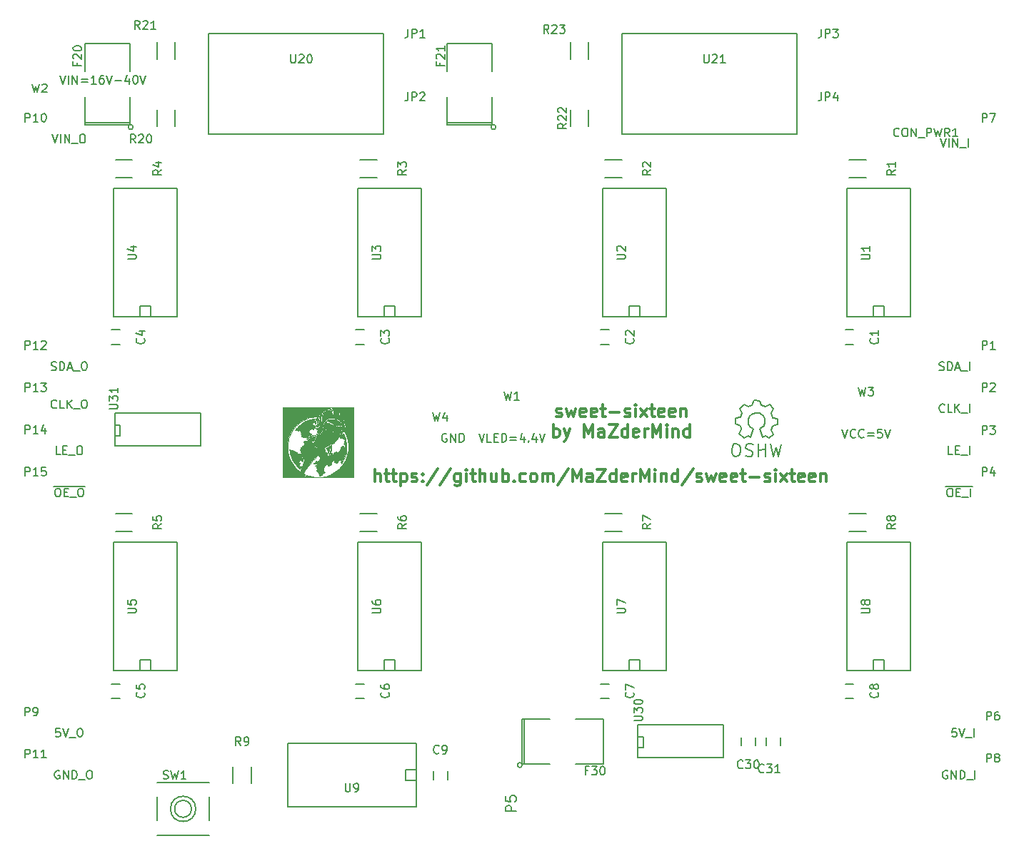
<source format=gto>
G04 #@! TF.FileFunction,Legend,Top*
%FSLAX46Y46*%
G04 Gerber Fmt 4.6, Leading zero omitted, Abs format (unit mm)*
G04 Created by KiCad (PCBNEW 4.0.2+dfsg1-stable) date Fr 12 Mai 2017 23:59:51 CEST*
%MOMM*%
G01*
G04 APERTURE LIST*
%ADD10C,0.100000*%
%ADD11C,0.300000*%
%ADD12C,0.150000*%
%ADD13C,0.010000*%
G04 APERTURE END LIST*
D10*
D11*
X141749998Y-106178571D02*
X141749998Y-104678571D01*
X142392855Y-106178571D02*
X142392855Y-105392857D01*
X142321426Y-105250000D01*
X142178569Y-105178571D01*
X141964284Y-105178571D01*
X141821426Y-105250000D01*
X141749998Y-105321429D01*
X142892855Y-105178571D02*
X143464284Y-105178571D01*
X143107141Y-104678571D02*
X143107141Y-105964286D01*
X143178569Y-106107143D01*
X143321427Y-106178571D01*
X143464284Y-106178571D01*
X143749998Y-105178571D02*
X144321427Y-105178571D01*
X143964284Y-104678571D02*
X143964284Y-105964286D01*
X144035712Y-106107143D01*
X144178570Y-106178571D01*
X144321427Y-106178571D01*
X144821427Y-105178571D02*
X144821427Y-106678571D01*
X144821427Y-105250000D02*
X144964284Y-105178571D01*
X145249998Y-105178571D01*
X145392855Y-105250000D01*
X145464284Y-105321429D01*
X145535713Y-105464286D01*
X145535713Y-105892857D01*
X145464284Y-106035714D01*
X145392855Y-106107143D01*
X145249998Y-106178571D01*
X144964284Y-106178571D01*
X144821427Y-106107143D01*
X146107141Y-106107143D02*
X146249998Y-106178571D01*
X146535713Y-106178571D01*
X146678570Y-106107143D01*
X146749998Y-105964286D01*
X146749998Y-105892857D01*
X146678570Y-105750000D01*
X146535713Y-105678571D01*
X146321427Y-105678571D01*
X146178570Y-105607143D01*
X146107141Y-105464286D01*
X146107141Y-105392857D01*
X146178570Y-105250000D01*
X146321427Y-105178571D01*
X146535713Y-105178571D01*
X146678570Y-105250000D01*
X147392856Y-106035714D02*
X147464284Y-106107143D01*
X147392856Y-106178571D01*
X147321427Y-106107143D01*
X147392856Y-106035714D01*
X147392856Y-106178571D01*
X147392856Y-105250000D02*
X147464284Y-105321429D01*
X147392856Y-105392857D01*
X147321427Y-105321429D01*
X147392856Y-105250000D01*
X147392856Y-105392857D01*
X149178570Y-104607143D02*
X147892856Y-106535714D01*
X150749999Y-104607143D02*
X149464285Y-106535714D01*
X151892857Y-105178571D02*
X151892857Y-106392857D01*
X151821428Y-106535714D01*
X151750000Y-106607143D01*
X151607143Y-106678571D01*
X151392857Y-106678571D01*
X151250000Y-106607143D01*
X151892857Y-106107143D02*
X151750000Y-106178571D01*
X151464286Y-106178571D01*
X151321428Y-106107143D01*
X151250000Y-106035714D01*
X151178571Y-105892857D01*
X151178571Y-105464286D01*
X151250000Y-105321429D01*
X151321428Y-105250000D01*
X151464286Y-105178571D01*
X151750000Y-105178571D01*
X151892857Y-105250000D01*
X152607143Y-106178571D02*
X152607143Y-105178571D01*
X152607143Y-104678571D02*
X152535714Y-104750000D01*
X152607143Y-104821429D01*
X152678571Y-104750000D01*
X152607143Y-104678571D01*
X152607143Y-104821429D01*
X153107143Y-105178571D02*
X153678572Y-105178571D01*
X153321429Y-104678571D02*
X153321429Y-105964286D01*
X153392857Y-106107143D01*
X153535715Y-106178571D01*
X153678572Y-106178571D01*
X154178572Y-106178571D02*
X154178572Y-104678571D01*
X154821429Y-106178571D02*
X154821429Y-105392857D01*
X154750000Y-105250000D01*
X154607143Y-105178571D01*
X154392858Y-105178571D01*
X154250000Y-105250000D01*
X154178572Y-105321429D01*
X156178572Y-105178571D02*
X156178572Y-106178571D01*
X155535715Y-105178571D02*
X155535715Y-105964286D01*
X155607143Y-106107143D01*
X155750001Y-106178571D01*
X155964286Y-106178571D01*
X156107143Y-106107143D01*
X156178572Y-106035714D01*
X156892858Y-106178571D02*
X156892858Y-104678571D01*
X156892858Y-105250000D02*
X157035715Y-105178571D01*
X157321429Y-105178571D01*
X157464286Y-105250000D01*
X157535715Y-105321429D01*
X157607144Y-105464286D01*
X157607144Y-105892857D01*
X157535715Y-106035714D01*
X157464286Y-106107143D01*
X157321429Y-106178571D01*
X157035715Y-106178571D01*
X156892858Y-106107143D01*
X158250001Y-106035714D02*
X158321429Y-106107143D01*
X158250001Y-106178571D01*
X158178572Y-106107143D01*
X158250001Y-106035714D01*
X158250001Y-106178571D01*
X159607144Y-106107143D02*
X159464287Y-106178571D01*
X159178573Y-106178571D01*
X159035715Y-106107143D01*
X158964287Y-106035714D01*
X158892858Y-105892857D01*
X158892858Y-105464286D01*
X158964287Y-105321429D01*
X159035715Y-105250000D01*
X159178573Y-105178571D01*
X159464287Y-105178571D01*
X159607144Y-105250000D01*
X160464287Y-106178571D02*
X160321429Y-106107143D01*
X160250001Y-106035714D01*
X160178572Y-105892857D01*
X160178572Y-105464286D01*
X160250001Y-105321429D01*
X160321429Y-105250000D01*
X160464287Y-105178571D01*
X160678572Y-105178571D01*
X160821429Y-105250000D01*
X160892858Y-105321429D01*
X160964287Y-105464286D01*
X160964287Y-105892857D01*
X160892858Y-106035714D01*
X160821429Y-106107143D01*
X160678572Y-106178571D01*
X160464287Y-106178571D01*
X161607144Y-106178571D02*
X161607144Y-105178571D01*
X161607144Y-105321429D02*
X161678572Y-105250000D01*
X161821430Y-105178571D01*
X162035715Y-105178571D01*
X162178572Y-105250000D01*
X162250001Y-105392857D01*
X162250001Y-106178571D01*
X162250001Y-105392857D02*
X162321430Y-105250000D01*
X162464287Y-105178571D01*
X162678572Y-105178571D01*
X162821430Y-105250000D01*
X162892858Y-105392857D01*
X162892858Y-106178571D01*
X164678572Y-104607143D02*
X163392858Y-106535714D01*
X165178573Y-106178571D02*
X165178573Y-104678571D01*
X165678573Y-105750000D01*
X166178573Y-104678571D01*
X166178573Y-106178571D01*
X167535716Y-106178571D02*
X167535716Y-105392857D01*
X167464287Y-105250000D01*
X167321430Y-105178571D01*
X167035716Y-105178571D01*
X166892859Y-105250000D01*
X167535716Y-106107143D02*
X167392859Y-106178571D01*
X167035716Y-106178571D01*
X166892859Y-106107143D01*
X166821430Y-105964286D01*
X166821430Y-105821429D01*
X166892859Y-105678571D01*
X167035716Y-105607143D01*
X167392859Y-105607143D01*
X167535716Y-105535714D01*
X168107145Y-104678571D02*
X169107145Y-104678571D01*
X168107145Y-106178571D01*
X169107145Y-106178571D01*
X170321430Y-106178571D02*
X170321430Y-104678571D01*
X170321430Y-106107143D02*
X170178573Y-106178571D01*
X169892859Y-106178571D01*
X169750001Y-106107143D01*
X169678573Y-106035714D01*
X169607144Y-105892857D01*
X169607144Y-105464286D01*
X169678573Y-105321429D01*
X169750001Y-105250000D01*
X169892859Y-105178571D01*
X170178573Y-105178571D01*
X170321430Y-105250000D01*
X171607144Y-106107143D02*
X171464287Y-106178571D01*
X171178573Y-106178571D01*
X171035716Y-106107143D01*
X170964287Y-105964286D01*
X170964287Y-105392857D01*
X171035716Y-105250000D01*
X171178573Y-105178571D01*
X171464287Y-105178571D01*
X171607144Y-105250000D01*
X171678573Y-105392857D01*
X171678573Y-105535714D01*
X170964287Y-105678571D01*
X172321430Y-106178571D02*
X172321430Y-105178571D01*
X172321430Y-105464286D02*
X172392858Y-105321429D01*
X172464287Y-105250000D01*
X172607144Y-105178571D01*
X172750001Y-105178571D01*
X173250001Y-106178571D02*
X173250001Y-104678571D01*
X173750001Y-105750000D01*
X174250001Y-104678571D01*
X174250001Y-106178571D01*
X174964287Y-106178571D02*
X174964287Y-105178571D01*
X174964287Y-104678571D02*
X174892858Y-104750000D01*
X174964287Y-104821429D01*
X175035715Y-104750000D01*
X174964287Y-104678571D01*
X174964287Y-104821429D01*
X175678573Y-105178571D02*
X175678573Y-106178571D01*
X175678573Y-105321429D02*
X175750001Y-105250000D01*
X175892859Y-105178571D01*
X176107144Y-105178571D01*
X176250001Y-105250000D01*
X176321430Y-105392857D01*
X176321430Y-106178571D01*
X177678573Y-106178571D02*
X177678573Y-104678571D01*
X177678573Y-106107143D02*
X177535716Y-106178571D01*
X177250002Y-106178571D01*
X177107144Y-106107143D01*
X177035716Y-106035714D01*
X176964287Y-105892857D01*
X176964287Y-105464286D01*
X177035716Y-105321429D01*
X177107144Y-105250000D01*
X177250002Y-105178571D01*
X177535716Y-105178571D01*
X177678573Y-105250000D01*
X179464287Y-104607143D02*
X178178573Y-106535714D01*
X179892859Y-106107143D02*
X180035716Y-106178571D01*
X180321431Y-106178571D01*
X180464288Y-106107143D01*
X180535716Y-105964286D01*
X180535716Y-105892857D01*
X180464288Y-105750000D01*
X180321431Y-105678571D01*
X180107145Y-105678571D01*
X179964288Y-105607143D01*
X179892859Y-105464286D01*
X179892859Y-105392857D01*
X179964288Y-105250000D01*
X180107145Y-105178571D01*
X180321431Y-105178571D01*
X180464288Y-105250000D01*
X181035717Y-105178571D02*
X181321431Y-106178571D01*
X181607145Y-105464286D01*
X181892860Y-106178571D01*
X182178574Y-105178571D01*
X183321431Y-106107143D02*
X183178574Y-106178571D01*
X182892860Y-106178571D01*
X182750003Y-106107143D01*
X182678574Y-105964286D01*
X182678574Y-105392857D01*
X182750003Y-105250000D01*
X182892860Y-105178571D01*
X183178574Y-105178571D01*
X183321431Y-105250000D01*
X183392860Y-105392857D01*
X183392860Y-105535714D01*
X182678574Y-105678571D01*
X184607145Y-106107143D02*
X184464288Y-106178571D01*
X184178574Y-106178571D01*
X184035717Y-106107143D01*
X183964288Y-105964286D01*
X183964288Y-105392857D01*
X184035717Y-105250000D01*
X184178574Y-105178571D01*
X184464288Y-105178571D01*
X184607145Y-105250000D01*
X184678574Y-105392857D01*
X184678574Y-105535714D01*
X183964288Y-105678571D01*
X185107145Y-105178571D02*
X185678574Y-105178571D01*
X185321431Y-104678571D02*
X185321431Y-105964286D01*
X185392859Y-106107143D01*
X185535717Y-106178571D01*
X185678574Y-106178571D01*
X186178574Y-105607143D02*
X187321431Y-105607143D01*
X187964288Y-106107143D02*
X188107145Y-106178571D01*
X188392860Y-106178571D01*
X188535717Y-106107143D01*
X188607145Y-105964286D01*
X188607145Y-105892857D01*
X188535717Y-105750000D01*
X188392860Y-105678571D01*
X188178574Y-105678571D01*
X188035717Y-105607143D01*
X187964288Y-105464286D01*
X187964288Y-105392857D01*
X188035717Y-105250000D01*
X188178574Y-105178571D01*
X188392860Y-105178571D01*
X188535717Y-105250000D01*
X189250003Y-106178571D02*
X189250003Y-105178571D01*
X189250003Y-104678571D02*
X189178574Y-104750000D01*
X189250003Y-104821429D01*
X189321431Y-104750000D01*
X189250003Y-104678571D01*
X189250003Y-104821429D01*
X189821432Y-106178571D02*
X190607146Y-105178571D01*
X189821432Y-105178571D02*
X190607146Y-106178571D01*
X190964289Y-105178571D02*
X191535718Y-105178571D01*
X191178575Y-104678571D02*
X191178575Y-105964286D01*
X191250003Y-106107143D01*
X191392861Y-106178571D01*
X191535718Y-106178571D01*
X192607146Y-106107143D02*
X192464289Y-106178571D01*
X192178575Y-106178571D01*
X192035718Y-106107143D01*
X191964289Y-105964286D01*
X191964289Y-105392857D01*
X192035718Y-105250000D01*
X192178575Y-105178571D01*
X192464289Y-105178571D01*
X192607146Y-105250000D01*
X192678575Y-105392857D01*
X192678575Y-105535714D01*
X191964289Y-105678571D01*
X193892860Y-106107143D02*
X193750003Y-106178571D01*
X193464289Y-106178571D01*
X193321432Y-106107143D01*
X193250003Y-105964286D01*
X193250003Y-105392857D01*
X193321432Y-105250000D01*
X193464289Y-105178571D01*
X193750003Y-105178571D01*
X193892860Y-105250000D01*
X193964289Y-105392857D01*
X193964289Y-105535714D01*
X193250003Y-105678571D01*
X194607146Y-105178571D02*
X194607146Y-106178571D01*
X194607146Y-105321429D02*
X194678574Y-105250000D01*
X194821432Y-105178571D01*
X195035717Y-105178571D01*
X195178574Y-105250000D01*
X195250003Y-105392857D01*
X195250003Y-106178571D01*
X163285714Y-98407143D02*
X163428571Y-98478571D01*
X163714286Y-98478571D01*
X163857143Y-98407143D01*
X163928571Y-98264286D01*
X163928571Y-98192857D01*
X163857143Y-98050000D01*
X163714286Y-97978571D01*
X163500000Y-97978571D01*
X163357143Y-97907143D01*
X163285714Y-97764286D01*
X163285714Y-97692857D01*
X163357143Y-97550000D01*
X163500000Y-97478571D01*
X163714286Y-97478571D01*
X163857143Y-97550000D01*
X164428572Y-97478571D02*
X164714286Y-98478571D01*
X165000000Y-97764286D01*
X165285715Y-98478571D01*
X165571429Y-97478571D01*
X166714286Y-98407143D02*
X166571429Y-98478571D01*
X166285715Y-98478571D01*
X166142858Y-98407143D01*
X166071429Y-98264286D01*
X166071429Y-97692857D01*
X166142858Y-97550000D01*
X166285715Y-97478571D01*
X166571429Y-97478571D01*
X166714286Y-97550000D01*
X166785715Y-97692857D01*
X166785715Y-97835714D01*
X166071429Y-97978571D01*
X168000000Y-98407143D02*
X167857143Y-98478571D01*
X167571429Y-98478571D01*
X167428572Y-98407143D01*
X167357143Y-98264286D01*
X167357143Y-97692857D01*
X167428572Y-97550000D01*
X167571429Y-97478571D01*
X167857143Y-97478571D01*
X168000000Y-97550000D01*
X168071429Y-97692857D01*
X168071429Y-97835714D01*
X167357143Y-97978571D01*
X168500000Y-97478571D02*
X169071429Y-97478571D01*
X168714286Y-96978571D02*
X168714286Y-98264286D01*
X168785714Y-98407143D01*
X168928572Y-98478571D01*
X169071429Y-98478571D01*
X169571429Y-97907143D02*
X170714286Y-97907143D01*
X171357143Y-98407143D02*
X171500000Y-98478571D01*
X171785715Y-98478571D01*
X171928572Y-98407143D01*
X172000000Y-98264286D01*
X172000000Y-98192857D01*
X171928572Y-98050000D01*
X171785715Y-97978571D01*
X171571429Y-97978571D01*
X171428572Y-97907143D01*
X171357143Y-97764286D01*
X171357143Y-97692857D01*
X171428572Y-97550000D01*
X171571429Y-97478571D01*
X171785715Y-97478571D01*
X171928572Y-97550000D01*
X172642858Y-98478571D02*
X172642858Y-97478571D01*
X172642858Y-96978571D02*
X172571429Y-97050000D01*
X172642858Y-97121429D01*
X172714286Y-97050000D01*
X172642858Y-96978571D01*
X172642858Y-97121429D01*
X173214287Y-98478571D02*
X174000001Y-97478571D01*
X173214287Y-97478571D02*
X174000001Y-98478571D01*
X174357144Y-97478571D02*
X174928573Y-97478571D01*
X174571430Y-96978571D02*
X174571430Y-98264286D01*
X174642858Y-98407143D01*
X174785716Y-98478571D01*
X174928573Y-98478571D01*
X176000001Y-98407143D02*
X175857144Y-98478571D01*
X175571430Y-98478571D01*
X175428573Y-98407143D01*
X175357144Y-98264286D01*
X175357144Y-97692857D01*
X175428573Y-97550000D01*
X175571430Y-97478571D01*
X175857144Y-97478571D01*
X176000001Y-97550000D01*
X176071430Y-97692857D01*
X176071430Y-97835714D01*
X175357144Y-97978571D01*
X177285715Y-98407143D02*
X177142858Y-98478571D01*
X176857144Y-98478571D01*
X176714287Y-98407143D01*
X176642858Y-98264286D01*
X176642858Y-97692857D01*
X176714287Y-97550000D01*
X176857144Y-97478571D01*
X177142858Y-97478571D01*
X177285715Y-97550000D01*
X177357144Y-97692857D01*
X177357144Y-97835714D01*
X176642858Y-97978571D01*
X178000001Y-97478571D02*
X178000001Y-98478571D01*
X178000001Y-97621429D02*
X178071429Y-97550000D01*
X178214287Y-97478571D01*
X178428572Y-97478571D01*
X178571429Y-97550000D01*
X178642858Y-97692857D01*
X178642858Y-98478571D01*
X162928572Y-100878571D02*
X162928572Y-99378571D01*
X162928572Y-99950000D02*
X163071429Y-99878571D01*
X163357143Y-99878571D01*
X163500000Y-99950000D01*
X163571429Y-100021429D01*
X163642858Y-100164286D01*
X163642858Y-100592857D01*
X163571429Y-100735714D01*
X163500000Y-100807143D01*
X163357143Y-100878571D01*
X163071429Y-100878571D01*
X162928572Y-100807143D01*
X164142858Y-99878571D02*
X164500001Y-100878571D01*
X164857143Y-99878571D02*
X164500001Y-100878571D01*
X164357143Y-101235714D01*
X164285715Y-101307143D01*
X164142858Y-101378571D01*
X166571429Y-100878571D02*
X166571429Y-99378571D01*
X167071429Y-100450000D01*
X167571429Y-99378571D01*
X167571429Y-100878571D01*
X168928572Y-100878571D02*
X168928572Y-100092857D01*
X168857143Y-99950000D01*
X168714286Y-99878571D01*
X168428572Y-99878571D01*
X168285715Y-99950000D01*
X168928572Y-100807143D02*
X168785715Y-100878571D01*
X168428572Y-100878571D01*
X168285715Y-100807143D01*
X168214286Y-100664286D01*
X168214286Y-100521429D01*
X168285715Y-100378571D01*
X168428572Y-100307143D01*
X168785715Y-100307143D01*
X168928572Y-100235714D01*
X169500001Y-99378571D02*
X170500001Y-99378571D01*
X169500001Y-100878571D01*
X170500001Y-100878571D01*
X171714286Y-100878571D02*
X171714286Y-99378571D01*
X171714286Y-100807143D02*
X171571429Y-100878571D01*
X171285715Y-100878571D01*
X171142857Y-100807143D01*
X171071429Y-100735714D01*
X171000000Y-100592857D01*
X171000000Y-100164286D01*
X171071429Y-100021429D01*
X171142857Y-99950000D01*
X171285715Y-99878571D01*
X171571429Y-99878571D01*
X171714286Y-99950000D01*
X173000000Y-100807143D02*
X172857143Y-100878571D01*
X172571429Y-100878571D01*
X172428572Y-100807143D01*
X172357143Y-100664286D01*
X172357143Y-100092857D01*
X172428572Y-99950000D01*
X172571429Y-99878571D01*
X172857143Y-99878571D01*
X173000000Y-99950000D01*
X173071429Y-100092857D01*
X173071429Y-100235714D01*
X172357143Y-100378571D01*
X173714286Y-100878571D02*
X173714286Y-99878571D01*
X173714286Y-100164286D02*
X173785714Y-100021429D01*
X173857143Y-99950000D01*
X174000000Y-99878571D01*
X174142857Y-99878571D01*
X174642857Y-100878571D02*
X174642857Y-99378571D01*
X175142857Y-100450000D01*
X175642857Y-99378571D01*
X175642857Y-100878571D01*
X176357143Y-100878571D02*
X176357143Y-99878571D01*
X176357143Y-99378571D02*
X176285714Y-99450000D01*
X176357143Y-99521429D01*
X176428571Y-99450000D01*
X176357143Y-99378571D01*
X176357143Y-99521429D01*
X177071429Y-99878571D02*
X177071429Y-100878571D01*
X177071429Y-100021429D02*
X177142857Y-99950000D01*
X177285715Y-99878571D01*
X177500000Y-99878571D01*
X177642857Y-99950000D01*
X177714286Y-100092857D01*
X177714286Y-100878571D01*
X179071429Y-100878571D02*
X179071429Y-99378571D01*
X179071429Y-100807143D02*
X178928572Y-100878571D01*
X178642858Y-100878571D01*
X178500000Y-100807143D01*
X178428572Y-100735714D01*
X178357143Y-100592857D01*
X178357143Y-100164286D01*
X178428572Y-100021429D01*
X178500000Y-99950000D01*
X178642858Y-99878571D01*
X178928572Y-99878571D01*
X179071429Y-99950000D01*
D12*
X197750000Y-71380000D02*
X205250000Y-71380000D01*
X197750000Y-86620000D02*
X205250000Y-86620000D01*
X197750000Y-71380000D02*
X197750000Y-86620000D01*
X200865000Y-86620000D02*
X200865000Y-85350000D01*
X200865000Y-85350000D02*
X202135000Y-85350000D01*
X202135000Y-85350000D02*
X202135000Y-86620000D01*
X205250000Y-86620000D02*
X205250000Y-71380000D01*
X198500000Y-88150000D02*
X197500000Y-88150000D01*
X197500000Y-89850000D02*
X198500000Y-89850000D01*
X169500000Y-88150000D02*
X168500000Y-88150000D01*
X168500000Y-89850000D02*
X169500000Y-89850000D01*
X140500000Y-88150000D02*
X139500000Y-88150000D01*
X139500000Y-89850000D02*
X140500000Y-89850000D01*
X111500000Y-88150000D02*
X110500000Y-88150000D01*
X110500000Y-89850000D02*
X111500000Y-89850000D01*
X111500000Y-130150000D02*
X110500000Y-130150000D01*
X110500000Y-131850000D02*
X111500000Y-131850000D01*
X140500000Y-130150000D02*
X139500000Y-130150000D01*
X139500000Y-131850000D02*
X140500000Y-131850000D01*
X169500000Y-130150000D02*
X168500000Y-130150000D01*
X168500000Y-131850000D02*
X169500000Y-131850000D01*
X198500000Y-130150000D02*
X197500000Y-130150000D01*
X197500000Y-131850000D02*
X198500000Y-131850000D01*
X148650000Y-140500000D02*
X148650000Y-141500000D01*
X150350000Y-141500000D02*
X150350000Y-140500000D01*
X198000000Y-67925000D02*
X200000000Y-67925000D01*
X200000000Y-70075000D02*
X198000000Y-70075000D01*
X169000000Y-67925000D02*
X171000000Y-67925000D01*
X171000000Y-70075000D02*
X169000000Y-70075000D01*
X140000000Y-67925000D02*
X142000000Y-67925000D01*
X142000000Y-70075000D02*
X140000000Y-70075000D01*
X111000000Y-67925000D02*
X113000000Y-67925000D01*
X113000000Y-70075000D02*
X111000000Y-70075000D01*
X111000000Y-109925000D02*
X113000000Y-109925000D01*
X113000000Y-112075000D02*
X111000000Y-112075000D01*
X140000000Y-109925000D02*
X142000000Y-109925000D01*
X142000000Y-112075000D02*
X140000000Y-112075000D01*
X169000000Y-109925000D02*
X171000000Y-109925000D01*
X171000000Y-112075000D02*
X169000000Y-112075000D01*
X198000000Y-109925000D02*
X200000000Y-109925000D01*
X200000000Y-112075000D02*
X198000000Y-112075000D01*
X124925000Y-142000000D02*
X124925000Y-140000000D01*
X127075000Y-140000000D02*
X127075000Y-142000000D01*
X186850000Y-137500000D02*
X186850000Y-136500000D01*
X185150000Y-136500000D02*
X185150000Y-137500000D01*
X189850000Y-137500000D02*
X189850000Y-136500000D01*
X188150000Y-136500000D02*
X188150000Y-137500000D01*
X113077981Y-64080000D02*
G75*
G03X113077981Y-64080000I-283981J0D01*
G01*
X107333000Y-63572000D02*
X112667000Y-63572000D01*
X107333000Y-63826000D02*
X112667000Y-63826000D01*
X112667000Y-60524000D02*
X112667000Y-63826000D01*
X107333000Y-60524000D02*
X107333000Y-63826000D01*
X107333000Y-57476000D02*
X107333000Y-54174000D01*
X107333000Y-54174000D02*
X112667000Y-54174000D01*
X112667000Y-54174000D02*
X112667000Y-57476000D01*
X156077981Y-64080000D02*
G75*
G03X156077981Y-64080000I-283981J0D01*
G01*
X150333000Y-63572000D02*
X155667000Y-63572000D01*
X150333000Y-63826000D02*
X155667000Y-63826000D01*
X155667000Y-60524000D02*
X155667000Y-63826000D01*
X150333000Y-60524000D02*
X150333000Y-63826000D01*
X150333000Y-57476000D02*
X150333000Y-54174000D01*
X150333000Y-54174000D02*
X155667000Y-54174000D01*
X155667000Y-54174000D02*
X155667000Y-57476000D01*
X159203981Y-139794000D02*
G75*
G03X159203981Y-139794000I-283981J0D01*
G01*
X159428000Y-134333000D02*
X159428000Y-139667000D01*
X159174000Y-134333000D02*
X159174000Y-139667000D01*
X162476000Y-139667000D02*
X159174000Y-139667000D01*
X162476000Y-134333000D02*
X159174000Y-134333000D01*
X165524000Y-134333000D02*
X168826000Y-134333000D01*
X168826000Y-134333000D02*
X168826000Y-139667000D01*
X168826000Y-139667000D02*
X165524000Y-139667000D01*
X115925000Y-64000000D02*
X115925000Y-62000000D01*
X118075000Y-62000000D02*
X118075000Y-64000000D01*
X118075000Y-54000000D02*
X118075000Y-56000000D01*
X115925000Y-56000000D02*
X115925000Y-54000000D01*
X164925000Y-64000000D02*
X164925000Y-62000000D01*
X167075000Y-62000000D02*
X167075000Y-64000000D01*
X167075000Y-54000000D02*
X167075000Y-56000000D01*
X164925000Y-56000000D02*
X164925000Y-54000000D01*
X121080000Y-98050000D02*
X121080000Y-101950000D01*
X121080000Y-101950000D02*
X110920000Y-101950000D01*
X110920000Y-101950000D02*
X110920000Y-98050000D01*
X110920000Y-98050000D02*
X121080000Y-98050000D01*
X110920000Y-99492000D02*
X111555000Y-99492000D01*
X111555000Y-99492000D02*
X111555000Y-100762000D01*
X111555000Y-100762000D02*
X110920000Y-100762000D01*
X183080000Y-135050000D02*
X183080000Y-138950000D01*
X183080000Y-138950000D02*
X172920000Y-138950000D01*
X172920000Y-138950000D02*
X172920000Y-135050000D01*
X172920000Y-135050000D02*
X183080000Y-135050000D01*
X172920000Y-136492000D02*
X173555000Y-136492000D01*
X173555000Y-136492000D02*
X173555000Y-137762000D01*
X173555000Y-137762000D02*
X172920000Y-137762000D01*
D13*
G36*
X139165600Y-105665600D02*
X130834400Y-105665600D01*
X130834400Y-102043323D01*
X131406417Y-102043323D01*
X131407337Y-102161743D01*
X131409845Y-102273880D01*
X131413935Y-102373409D01*
X131419461Y-102452500D01*
X131455777Y-102715090D01*
X131515771Y-102979381D01*
X131598180Y-103242283D01*
X131701737Y-103500709D01*
X131825178Y-103751570D01*
X131967236Y-103991778D01*
X132126648Y-104218245D01*
X132160928Y-104262156D01*
X132222393Y-104335829D01*
X132297340Y-104419826D01*
X132381147Y-104509430D01*
X132469191Y-104599926D01*
X132556853Y-104686596D01*
X132639510Y-104764725D01*
X132712542Y-104829596D01*
X132736512Y-104849549D01*
X132793538Y-104897783D01*
X132830079Y-104933250D01*
X132847037Y-104956887D01*
X132848206Y-104965716D01*
X132842094Y-104997579D01*
X132836047Y-105048377D01*
X132830471Y-105111648D01*
X132825770Y-105180930D01*
X132822351Y-105249759D01*
X132820616Y-105311673D01*
X132820973Y-105360211D01*
X132822276Y-105379494D01*
X132841566Y-105471572D01*
X132876330Y-105546821D01*
X132925251Y-105603528D01*
X132987015Y-105639982D01*
X133031500Y-105651712D01*
X133046367Y-105650335D01*
X133079054Y-105645762D01*
X133120155Y-105639354D01*
X133217393Y-105615905D01*
X133325796Y-105574969D01*
X133447342Y-105515736D01*
X133520776Y-105474911D01*
X133654431Y-105397763D01*
X133810809Y-105448638D01*
X134008047Y-105509070D01*
X134191212Y-105556667D01*
X134366870Y-105592391D01*
X134541590Y-105617207D01*
X134721939Y-105632076D01*
X134914485Y-105637961D01*
X135093011Y-105636611D01*
X135323511Y-105626514D01*
X135536233Y-105605887D01*
X135737045Y-105573478D01*
X135931813Y-105528039D01*
X136126404Y-105468317D01*
X136326685Y-105393063D01*
X136420810Y-105353547D01*
X136688297Y-105224926D01*
X136941450Y-105076251D01*
X137181671Y-104906547D01*
X137410363Y-104714842D01*
X137585027Y-104545938D01*
X137786311Y-104322033D01*
X137966761Y-104085615D01*
X138125768Y-103837972D01*
X138262720Y-103580395D01*
X138377007Y-103314172D01*
X138468018Y-103040594D01*
X138535143Y-102760949D01*
X138577771Y-102476527D01*
X138581171Y-102442561D01*
X138589816Y-102318286D01*
X138594097Y-102179045D01*
X138594239Y-102030354D01*
X138590466Y-101877729D01*
X138583002Y-101726686D01*
X138572071Y-101582743D01*
X138557896Y-101451415D01*
X138540702Y-101338220D01*
X138535168Y-101309500D01*
X138509499Y-101191708D01*
X138481769Y-101081920D01*
X138450334Y-100975455D01*
X138413555Y-100867633D01*
X138369791Y-100753773D01*
X138317400Y-100629195D01*
X138254741Y-100489220D01*
X138224820Y-100424395D01*
X138190962Y-100350321D01*
X138161140Y-100282693D01*
X138136961Y-100225351D01*
X138120030Y-100182137D01*
X138111955Y-100156893D01*
X138111500Y-100153474D01*
X138116462Y-100128801D01*
X138129525Y-100089341D01*
X138147952Y-100043278D01*
X138149587Y-100039528D01*
X138182341Y-99959592D01*
X138205400Y-99888200D01*
X138220274Y-99817521D01*
X138228473Y-99739727D01*
X138231507Y-99646985D01*
X138231635Y-99614050D01*
X138231661Y-99554640D01*
X138231088Y-99508514D01*
X138228747Y-99470780D01*
X138223468Y-99436545D01*
X138214082Y-99400917D01*
X138199422Y-99359001D01*
X138178318Y-99305906D01*
X138149601Y-99236740D01*
X138130625Y-99191246D01*
X138114811Y-99144755D01*
X138097648Y-99079950D01*
X138080810Y-99003736D01*
X138066645Y-98927092D01*
X138023456Y-98721798D01*
X137965353Y-98536225D01*
X137891701Y-98369086D01*
X137801869Y-98219098D01*
X137695225Y-98084977D01*
X137609965Y-97999602D01*
X137537068Y-97927704D01*
X137477263Y-97855389D01*
X137424273Y-97776543D01*
X137369453Y-97694070D01*
X137317915Y-97630945D01*
X137264801Y-97582456D01*
X137205251Y-97543890D01*
X137162504Y-97522686D01*
X137074485Y-97487328D01*
X136974637Y-97454805D01*
X136868546Y-97426300D01*
X136761798Y-97402993D01*
X136659980Y-97386065D01*
X136568676Y-97376697D01*
X136493475Y-97376070D01*
X136476187Y-97377607D01*
X136397314Y-97396695D01*
X136309433Y-97435419D01*
X136216711Y-97491697D01*
X136153270Y-97538736D01*
X136062547Y-97601557D01*
X135965606Y-97648158D01*
X135952500Y-97653185D01*
X135835252Y-97700402D01*
X135736359Y-97748418D01*
X135648996Y-97801365D01*
X135566336Y-97863374D01*
X135482600Y-97937588D01*
X135435739Y-97979691D01*
X135386324Y-98020788D01*
X135343660Y-98053200D01*
X135336550Y-98058104D01*
X135292106Y-98089958D01*
X135241226Y-98129287D01*
X135203200Y-98160599D01*
X135153671Y-98199095D01*
X135095220Y-98238976D01*
X135048860Y-98266836D01*
X134997428Y-98297690D01*
X134946215Y-98332592D01*
X134909160Y-98361621D01*
X134874705Y-98390810D01*
X134845223Y-98411605D01*
X134814893Y-98425993D01*
X134777893Y-98435959D01*
X134728402Y-98443492D01*
X134660599Y-98450579D01*
X134643933Y-98452155D01*
X134350370Y-98492371D01*
X134062136Y-98557119D01*
X133780411Y-98645870D01*
X133506375Y-98758098D01*
X133241210Y-98893276D01*
X132986094Y-99050874D01*
X132742210Y-99230366D01*
X132565112Y-99381084D01*
X132361806Y-99581173D01*
X132175025Y-99797886D01*
X132005861Y-100029079D01*
X131855406Y-100272608D01*
X131724750Y-100526330D01*
X131614985Y-100788099D01*
X131527202Y-101055773D01*
X131462492Y-101327208D01*
X131421946Y-101600259D01*
X131418727Y-101633350D01*
X131413239Y-101713635D01*
X131409362Y-101812944D01*
X131407090Y-101924948D01*
X131406417Y-102043323D01*
X130834400Y-102043323D01*
X130834400Y-97334400D01*
X139165600Y-97334400D01*
X139165600Y-105665600D01*
X139165600Y-105665600D01*
G37*
X139165600Y-105665600D02*
X130834400Y-105665600D01*
X130834400Y-102043323D01*
X131406417Y-102043323D01*
X131407337Y-102161743D01*
X131409845Y-102273880D01*
X131413935Y-102373409D01*
X131419461Y-102452500D01*
X131455777Y-102715090D01*
X131515771Y-102979381D01*
X131598180Y-103242283D01*
X131701737Y-103500709D01*
X131825178Y-103751570D01*
X131967236Y-103991778D01*
X132126648Y-104218245D01*
X132160928Y-104262156D01*
X132222393Y-104335829D01*
X132297340Y-104419826D01*
X132381147Y-104509430D01*
X132469191Y-104599926D01*
X132556853Y-104686596D01*
X132639510Y-104764725D01*
X132712542Y-104829596D01*
X132736512Y-104849549D01*
X132793538Y-104897783D01*
X132830079Y-104933250D01*
X132847037Y-104956887D01*
X132848206Y-104965716D01*
X132842094Y-104997579D01*
X132836047Y-105048377D01*
X132830471Y-105111648D01*
X132825770Y-105180930D01*
X132822351Y-105249759D01*
X132820616Y-105311673D01*
X132820973Y-105360211D01*
X132822276Y-105379494D01*
X132841566Y-105471572D01*
X132876330Y-105546821D01*
X132925251Y-105603528D01*
X132987015Y-105639982D01*
X133031500Y-105651712D01*
X133046367Y-105650335D01*
X133079054Y-105645762D01*
X133120155Y-105639354D01*
X133217393Y-105615905D01*
X133325796Y-105574969D01*
X133447342Y-105515736D01*
X133520776Y-105474911D01*
X133654431Y-105397763D01*
X133810809Y-105448638D01*
X134008047Y-105509070D01*
X134191212Y-105556667D01*
X134366870Y-105592391D01*
X134541590Y-105617207D01*
X134721939Y-105632076D01*
X134914485Y-105637961D01*
X135093011Y-105636611D01*
X135323511Y-105626514D01*
X135536233Y-105605887D01*
X135737045Y-105573478D01*
X135931813Y-105528039D01*
X136126404Y-105468317D01*
X136326685Y-105393063D01*
X136420810Y-105353547D01*
X136688297Y-105224926D01*
X136941450Y-105076251D01*
X137181671Y-104906547D01*
X137410363Y-104714842D01*
X137585027Y-104545938D01*
X137786311Y-104322033D01*
X137966761Y-104085615D01*
X138125768Y-103837972D01*
X138262720Y-103580395D01*
X138377007Y-103314172D01*
X138468018Y-103040594D01*
X138535143Y-102760949D01*
X138577771Y-102476527D01*
X138581171Y-102442561D01*
X138589816Y-102318286D01*
X138594097Y-102179045D01*
X138594239Y-102030354D01*
X138590466Y-101877729D01*
X138583002Y-101726686D01*
X138572071Y-101582743D01*
X138557896Y-101451415D01*
X138540702Y-101338220D01*
X138535168Y-101309500D01*
X138509499Y-101191708D01*
X138481769Y-101081920D01*
X138450334Y-100975455D01*
X138413555Y-100867633D01*
X138369791Y-100753773D01*
X138317400Y-100629195D01*
X138254741Y-100489220D01*
X138224820Y-100424395D01*
X138190962Y-100350321D01*
X138161140Y-100282693D01*
X138136961Y-100225351D01*
X138120030Y-100182137D01*
X138111955Y-100156893D01*
X138111500Y-100153474D01*
X138116462Y-100128801D01*
X138129525Y-100089341D01*
X138147952Y-100043278D01*
X138149587Y-100039528D01*
X138182341Y-99959592D01*
X138205400Y-99888200D01*
X138220274Y-99817521D01*
X138228473Y-99739727D01*
X138231507Y-99646985D01*
X138231635Y-99614050D01*
X138231661Y-99554640D01*
X138231088Y-99508514D01*
X138228747Y-99470780D01*
X138223468Y-99436545D01*
X138214082Y-99400917D01*
X138199422Y-99359001D01*
X138178318Y-99305906D01*
X138149601Y-99236740D01*
X138130625Y-99191246D01*
X138114811Y-99144755D01*
X138097648Y-99079950D01*
X138080810Y-99003736D01*
X138066645Y-98927092D01*
X138023456Y-98721798D01*
X137965353Y-98536225D01*
X137891701Y-98369086D01*
X137801869Y-98219098D01*
X137695225Y-98084977D01*
X137609965Y-97999602D01*
X137537068Y-97927704D01*
X137477263Y-97855389D01*
X137424273Y-97776543D01*
X137369453Y-97694070D01*
X137317915Y-97630945D01*
X137264801Y-97582456D01*
X137205251Y-97543890D01*
X137162504Y-97522686D01*
X137074485Y-97487328D01*
X136974637Y-97454805D01*
X136868546Y-97426300D01*
X136761798Y-97402993D01*
X136659980Y-97386065D01*
X136568676Y-97376697D01*
X136493475Y-97376070D01*
X136476187Y-97377607D01*
X136397314Y-97396695D01*
X136309433Y-97435419D01*
X136216711Y-97491697D01*
X136153270Y-97538736D01*
X136062547Y-97601557D01*
X135965606Y-97648158D01*
X135952500Y-97653185D01*
X135835252Y-97700402D01*
X135736359Y-97748418D01*
X135648996Y-97801365D01*
X135566336Y-97863374D01*
X135482600Y-97937588D01*
X135435739Y-97979691D01*
X135386324Y-98020788D01*
X135343660Y-98053200D01*
X135336550Y-98058104D01*
X135292106Y-98089958D01*
X135241226Y-98129287D01*
X135203200Y-98160599D01*
X135153671Y-98199095D01*
X135095220Y-98238976D01*
X135048860Y-98266836D01*
X134997428Y-98297690D01*
X134946215Y-98332592D01*
X134909160Y-98361621D01*
X134874705Y-98390810D01*
X134845223Y-98411605D01*
X134814893Y-98425993D01*
X134777893Y-98435959D01*
X134728402Y-98443492D01*
X134660599Y-98450579D01*
X134643933Y-98452155D01*
X134350370Y-98492371D01*
X134062136Y-98557119D01*
X133780411Y-98645870D01*
X133506375Y-98758098D01*
X133241210Y-98893276D01*
X132986094Y-99050874D01*
X132742210Y-99230366D01*
X132565112Y-99381084D01*
X132361806Y-99581173D01*
X132175025Y-99797886D01*
X132005861Y-100029079D01*
X131855406Y-100272608D01*
X131724750Y-100526330D01*
X131614985Y-100788099D01*
X131527202Y-101055773D01*
X131462492Y-101327208D01*
X131421946Y-101600259D01*
X131418727Y-101633350D01*
X131413239Y-101713635D01*
X131409362Y-101812944D01*
X131407090Y-101924948D01*
X131406417Y-102043323D01*
X130834400Y-102043323D01*
X130834400Y-97334400D01*
X139165600Y-97334400D01*
X139165600Y-105665600D01*
G36*
X137992834Y-100444508D02*
X138014130Y-100476235D01*
X138041156Y-100525084D01*
X138072233Y-100587756D01*
X138105679Y-100660954D01*
X138139812Y-100741381D01*
X138153781Y-100776100D01*
X138244425Y-101031565D01*
X138312549Y-101284755D01*
X138359107Y-101540701D01*
X138385047Y-101804433D01*
X138391603Y-102033400D01*
X138390218Y-102179132D01*
X138385594Y-102306288D01*
X138376890Y-102421576D01*
X138363263Y-102531705D01*
X138343873Y-102643385D01*
X138317879Y-102763326D01*
X138284439Y-102898236D01*
X138281973Y-102907742D01*
X138197704Y-103181472D01*
X138089385Y-103447744D01*
X137957644Y-103705106D01*
X137882207Y-103831554D01*
X137846244Y-103888731D01*
X137814957Y-103938022D01*
X137790847Y-103975522D01*
X137776416Y-103997326D01*
X137773608Y-104001124D01*
X137762524Y-103998936D01*
X137750248Y-103971541D01*
X137736843Y-103919103D01*
X137730191Y-103885963D01*
X137721910Y-103838041D01*
X137719714Y-103805643D01*
X137724293Y-103779472D01*
X137736341Y-103750230D01*
X137741024Y-103740478D01*
X137757808Y-103696812D01*
X137767582Y-103653733D01*
X137768600Y-103639852D01*
X137765202Y-103608452D01*
X137751281Y-103593015D01*
X137736099Y-103587826D01*
X137707524Y-103585739D01*
X137661852Y-103587642D01*
X137606750Y-103592631D01*
X137549886Y-103599800D01*
X137498928Y-103608244D01*
X137461542Y-103617057D01*
X137449699Y-103621649D01*
X137432744Y-103640518D01*
X137415606Y-103674606D01*
X137408245Y-103695690D01*
X137371173Y-103791427D01*
X137323589Y-103865311D01*
X137266087Y-103916760D01*
X137199259Y-103945197D01*
X137146988Y-103951100D01*
X137115503Y-103949706D01*
X137098396Y-103941096D01*
X137088052Y-103918626D01*
X137081475Y-103893950D01*
X137069566Y-103858514D01*
X137052579Y-103840231D01*
X137024811Y-103836849D01*
X136980558Y-103846117D01*
X136968707Y-103849440D01*
X136925657Y-103856502D01*
X136894260Y-103851421D01*
X136879944Y-103835292D01*
X136879599Y-103831472D01*
X136886626Y-103811593D01*
X136904166Y-103781877D01*
X136911078Y-103772003D01*
X136943058Y-103726285D01*
X136960259Y-103694949D01*
X136964120Y-103672827D01*
X136956083Y-103654754D01*
X136946690Y-103644246D01*
X136911381Y-103624830D01*
X136862542Y-103618304D01*
X136808932Y-103625380D01*
X136789839Y-103631512D01*
X136730742Y-103666871D01*
X136677671Y-103723988D01*
X136632461Y-103799567D01*
X136596943Y-103890317D01*
X136572951Y-103992941D01*
X136567642Y-104030835D01*
X136556705Y-104089680D01*
X136536776Y-104135698D01*
X136503763Y-104173892D01*
X136453574Y-104209270D01*
X136397000Y-104239557D01*
X136344231Y-104263784D01*
X136294689Y-104283184D01*
X136256220Y-104294811D01*
X136244806Y-104296707D01*
X136220544Y-104297234D01*
X136203248Y-104290750D01*
X136187308Y-104272469D01*
X136167113Y-104237606D01*
X136160025Y-104224396D01*
X136124493Y-104165232D01*
X136091255Y-104127564D01*
X136056701Y-104108185D01*
X136024118Y-104103694D01*
X135990137Y-104106573D01*
X135967557Y-104118650D01*
X135948790Y-104145706D01*
X135936830Y-104170175D01*
X135914945Y-104205590D01*
X135892988Y-104215849D01*
X135869827Y-104201174D01*
X135858152Y-104185645D01*
X135840324Y-104165028D01*
X135826598Y-104159978D01*
X135826401Y-104160092D01*
X135817472Y-104173864D01*
X135801461Y-104206130D01*
X135780771Y-104251823D01*
X135761472Y-104297022D01*
X135734088Y-104360406D01*
X135704670Y-104424618D01*
X135677606Y-104480235D01*
X135664436Y-104505353D01*
X135621647Y-104583357D01*
X135635760Y-104733953D01*
X135642932Y-104809841D01*
X135648831Y-104864374D01*
X135654737Y-104901466D01*
X135661931Y-104925034D01*
X135671692Y-104938993D01*
X135685299Y-104947259D01*
X135704033Y-104953747D01*
X135708019Y-104955018D01*
X135762020Y-104979577D01*
X135791850Y-105009797D01*
X135797716Y-105044217D01*
X135779827Y-105081376D01*
X135738393Y-105119810D01*
X135679450Y-105155145D01*
X135584278Y-105215763D01*
X135501587Y-105295907D01*
X135483430Y-105318023D01*
X135439081Y-105367117D01*
X135393578Y-105399634D01*
X135340028Y-105418670D01*
X135271538Y-105427323D01*
X135237284Y-105428593D01*
X135133870Y-105430650D01*
X135113508Y-105335400D01*
X135095591Y-105255028D01*
X135078877Y-105193493D01*
X135060018Y-105144644D01*
X135035668Y-105102327D01*
X135002482Y-105060390D01*
X134957112Y-105012681D01*
X134915967Y-104972219D01*
X134869169Y-104926181D01*
X134829681Y-104886323D01*
X134800739Y-104855990D01*
X134785580Y-104838529D01*
X134784100Y-104835877D01*
X134794554Y-104826511D01*
X134821959Y-104809763D01*
X134860300Y-104789300D01*
X134907304Y-104762445D01*
X134931273Y-104739979D01*
X134933690Y-104719676D01*
X134918830Y-104701545D01*
X134906213Y-104680596D01*
X134895461Y-104645341D01*
X134892652Y-104630140D01*
X134884889Y-104593854D01*
X134873599Y-104576971D01*
X134858686Y-104573400D01*
X134822608Y-104566418D01*
X134794871Y-104549041D01*
X134784100Y-104527161D01*
X134791836Y-104504955D01*
X134810935Y-104475564D01*
X134815850Y-104469483D01*
X134840101Y-104435229D01*
X134844858Y-104407417D01*
X134829828Y-104377608D01*
X134811920Y-104356068D01*
X134783770Y-104330207D01*
X134751768Y-104316292D01*
X134709263Y-104309700D01*
X134661094Y-104300390D01*
X134635611Y-104285539D01*
X134631348Y-104267470D01*
X134646840Y-104248506D01*
X134680619Y-104230972D01*
X134731221Y-104217191D01*
X134771239Y-104211466D01*
X134816457Y-104205405D01*
X134850991Y-104197941D01*
X134867705Y-104190636D01*
X134867959Y-104190281D01*
X134872138Y-104162956D01*
X134863302Y-104124068D01*
X134844141Y-104082017D01*
X134823782Y-104052448D01*
X134787444Y-104008921D01*
X134630197Y-104002235D01*
X134472950Y-103995550D01*
X134472950Y-103963800D01*
X134476995Y-103942182D01*
X134493662Y-103929430D01*
X134523750Y-103921094D01*
X134586615Y-103907151D01*
X134629401Y-103895186D01*
X134656852Y-103881804D01*
X134673713Y-103863609D01*
X134684730Y-103837204D01*
X134694648Y-103799194D01*
X134694769Y-103798700D01*
X134706520Y-103754038D01*
X134717494Y-103718327D01*
X134724839Y-103700275D01*
X134744771Y-103685192D01*
X134767516Y-103692827D01*
X134787080Y-103719325D01*
X134804939Y-103744481D01*
X134830287Y-103750937D01*
X134841748Y-103750110D01*
X134894926Y-103735230D01*
X134959061Y-103702539D01*
X135030024Y-103654655D01*
X135103682Y-103594199D01*
X135138116Y-103562130D01*
X135192818Y-103509112D01*
X137127520Y-103509112D01*
X137134616Y-103518158D01*
X137150588Y-103519300D01*
X137177953Y-103510461D01*
X137208666Y-103488618D01*
X137214663Y-103482751D01*
X137254298Y-103453359D01*
X137305694Y-103439893D01*
X137307248Y-103439713D01*
X137352741Y-103429910D01*
X137383919Y-103413998D01*
X137397025Y-103394841D01*
X137389819Y-103376739D01*
X137368051Y-103363931D01*
X137333003Y-103351235D01*
X137321224Y-103348074D01*
X137285665Y-103336259D01*
X137266963Y-103318976D01*
X137258128Y-103295250D01*
X137238242Y-103260696D01*
X137205108Y-103244541D01*
X137165548Y-103249611D01*
X137157358Y-103253478D01*
X137143740Y-103262965D01*
X137136710Y-103277150D01*
X137135189Y-103302351D01*
X137138099Y-103344886D01*
X137139376Y-103358786D01*
X137142213Y-103416461D01*
X137139590Y-103463073D01*
X137134721Y-103484600D01*
X137127520Y-103509112D01*
X135192818Y-103509112D01*
X135244615Y-103458910D01*
X135235527Y-103386172D01*
X135217120Y-103284984D01*
X135189825Y-103206942D01*
X135153163Y-103151226D01*
X135106655Y-103117013D01*
X135072213Y-103106155D01*
X135044739Y-103100154D01*
X135026270Y-103092435D01*
X135017864Y-103080624D01*
X135020580Y-103062349D01*
X135035476Y-103035234D01*
X135063611Y-102996909D01*
X135106044Y-102944998D01*
X135163833Y-102877130D01*
X135185746Y-102851650D01*
X135253044Y-102773314D01*
X135305406Y-102711798D01*
X135344570Y-102664761D01*
X135372275Y-102629861D01*
X135390257Y-102604757D01*
X135400255Y-102587109D01*
X135404007Y-102574574D01*
X135403250Y-102564811D01*
X135401844Y-102560548D01*
X135384251Y-102542808D01*
X135357448Y-102541892D01*
X135329662Y-102556155D01*
X135311623Y-102578584D01*
X135298433Y-102597516D01*
X135270676Y-102632623D01*
X135230684Y-102681119D01*
X135180789Y-102740217D01*
X135123324Y-102807131D01*
X135060623Y-102879075D01*
X135048463Y-102892909D01*
X134820223Y-103153860D01*
X134603893Y-103404510D01*
X134399972Y-103644225D01*
X134208957Y-103872372D01*
X134031346Y-104088317D01*
X133867639Y-104291426D01*
X133718333Y-104481066D01*
X133583927Y-104656601D01*
X133464919Y-104817400D01*
X133361808Y-104962827D01*
X133275090Y-105092249D01*
X133205266Y-105205032D01*
X133152834Y-105300543D01*
X133148133Y-105310000D01*
X133123745Y-105362678D01*
X133109523Y-105404269D01*
X133102780Y-105445592D01*
X133100829Y-105497467D01*
X133100810Y-105500500D01*
X133100270Y-105595750D01*
X133049596Y-105599520D01*
X132997062Y-105594660D01*
X132955573Y-105574077D01*
X132910226Y-105534035D01*
X132880004Y-105482946D01*
X132862401Y-105415705D01*
X132857555Y-105374533D01*
X132856670Y-105266085D01*
X132870377Y-105137378D01*
X132898522Y-104988837D01*
X132940956Y-104820885D01*
X132997528Y-104633948D01*
X133068084Y-104428450D01*
X133152476Y-104204816D01*
X133250550Y-103963470D01*
X133362156Y-103704838D01*
X133487142Y-103429344D01*
X133625358Y-103137412D01*
X133733590Y-102916050D01*
X133804728Y-102773005D01*
X133874127Y-102634707D01*
X133940796Y-102503049D01*
X133963395Y-102458850D01*
X134860300Y-102458850D01*
X134866650Y-102465200D01*
X134873000Y-102458850D01*
X134866650Y-102452500D01*
X134860300Y-102458850D01*
X133963395Y-102458850D01*
X134003750Y-102379925D01*
X134061999Y-102267227D01*
X134114556Y-102166848D01*
X134160433Y-102080682D01*
X134198641Y-102010621D01*
X134228193Y-101958559D01*
X134248100Y-101926388D01*
X134254519Y-101917925D01*
X134270002Y-101898058D01*
X134269283Y-101880981D01*
X134257118Y-101860272D01*
X134241179Y-101838735D01*
X134228481Y-101836812D01*
X134210163Y-101851355D01*
X134200338Y-101866344D01*
X134180205Y-101902225D01*
X134150728Y-101957131D01*
X134112872Y-102029193D01*
X134067600Y-102116542D01*
X134015877Y-102217309D01*
X133958668Y-102329627D01*
X133896936Y-102451627D01*
X133831647Y-102581439D01*
X133777020Y-102690625D01*
X133709946Y-102824625D01*
X133645947Y-102951757D01*
X133585950Y-103070223D01*
X133530883Y-103178224D01*
X133481674Y-103273963D01*
X133439251Y-103355642D01*
X133404541Y-103421464D01*
X133378472Y-103469629D01*
X133361972Y-103498341D01*
X133356188Y-103506110D01*
X133341038Y-103496020D01*
X133321073Y-103471778D01*
X133317250Y-103466037D01*
X133292220Y-103433915D01*
X133265872Y-103409571D01*
X133264216Y-103408453D01*
X133242611Y-103397740D01*
X133228875Y-103405757D01*
X133220167Y-103419950D01*
X133212223Y-103445399D01*
X133204743Y-103488756D01*
X133198885Y-103542539D01*
X133197001Y-103569659D01*
X133193564Y-103625626D01*
X133189534Y-103662144D01*
X133182935Y-103685126D01*
X133171788Y-103700486D01*
X133154117Y-103714136D01*
X133147099Y-103718882D01*
X133109672Y-103736544D01*
X133083721Y-103732533D01*
X133070785Y-103707390D01*
X133069600Y-103691622D01*
X133062816Y-103654587D01*
X133040325Y-103630221D01*
X132998911Y-103616300D01*
X132953660Y-103611385D01*
X132902384Y-103610568D01*
X132866272Y-103616276D01*
X132835546Y-103630230D01*
X132831048Y-103632983D01*
X132802901Y-103653772D01*
X132786167Y-103672009D01*
X132784873Y-103674947D01*
X132778921Y-103696463D01*
X132769438Y-103731184D01*
X132765959Y-103743993D01*
X132750596Y-103781840D01*
X132724614Y-103828524D01*
X132695820Y-103870910D01*
X132669493Y-103908049D01*
X132651754Y-103937623D01*
X132646032Y-103953833D01*
X132646308Y-103954593D01*
X132661236Y-103959395D01*
X132694203Y-103962159D01*
X132735313Y-103962324D01*
X132792629Y-103965327D01*
X132826786Y-103978548D01*
X132838141Y-104002608D01*
X132827052Y-104038127D01*
X132801152Y-104076637D01*
X132785490Y-104109484D01*
X132777983Y-104153598D01*
X132777630Y-104204458D01*
X132783429Y-104257541D01*
X132794376Y-104308327D01*
X132809471Y-104352292D01*
X132827711Y-104384916D01*
X132848093Y-104401676D01*
X132869616Y-104398051D01*
X132871987Y-104396232D01*
X132889185Y-104371317D01*
X132894212Y-104354699D01*
X132907217Y-104324693D01*
X132930237Y-104310305D01*
X132955657Y-104315390D01*
X132961837Y-104320494D01*
X132983632Y-104357061D01*
X132990725Y-104402371D01*
X132984226Y-104448390D01*
X132965242Y-104487082D01*
X132935661Y-104510123D01*
X132905415Y-104528326D01*
X132874451Y-104556516D01*
X132870804Y-104560696D01*
X132843875Y-104585471D01*
X132818044Y-104598304D01*
X132813584Y-104598800D01*
X132780640Y-104588702D01*
X132735382Y-104559886D01*
X132679879Y-104514571D01*
X132616200Y-104454973D01*
X132546416Y-104383309D01*
X132472596Y-104301797D01*
X132396808Y-104212654D01*
X132321123Y-104118098D01*
X132247610Y-104020345D01*
X132178339Y-103921613D01*
X132170134Y-103909392D01*
X132038821Y-103698819D01*
X131928471Y-103490208D01*
X131895989Y-103415160D01*
X132828300Y-103415160D01*
X132836180Y-103456065D01*
X132856828Y-103477833D01*
X132885755Y-103479963D01*
X132918471Y-103461953D01*
X132947244Y-103428420D01*
X132971557Y-103384823D01*
X132976487Y-103355737D01*
X132961523Y-103338676D01*
X132927342Y-103331251D01*
X132880182Y-103337536D01*
X132845917Y-103362436D01*
X132829201Y-103402008D01*
X132828300Y-103415160D01*
X131895989Y-103415160D01*
X131836151Y-103276913D01*
X131813886Y-103212150D01*
X132989825Y-103212150D01*
X132993867Y-103237195D01*
X133003386Y-103255336D01*
X133032079Y-103287338D01*
X133072316Y-103313851D01*
X133112737Y-103327813D01*
X133121088Y-103328510D01*
X133142305Y-103322198D01*
X133175699Y-103305670D01*
X133200463Y-103290979D01*
X133241328Y-103259959D01*
X133260558Y-103233676D01*
X133257903Y-103214127D01*
X133233113Y-103203310D01*
X133211652Y-103201800D01*
X133178094Y-103198847D01*
X133158021Y-103185292D01*
X133141821Y-103156958D01*
X133123300Y-103126047D01*
X133104657Y-103106545D01*
X133101270Y-103104762D01*
X133073812Y-103106386D01*
X133042178Y-103125241D01*
X133013653Y-103155890D01*
X132999847Y-103180458D01*
X132989825Y-103212150D01*
X131813886Y-103212150D01*
X131758926Y-103052289D01*
X131705159Y-102856404D01*
X131681757Y-102757668D01*
X131661408Y-102663572D01*
X131644593Y-102577133D01*
X131631793Y-102501367D01*
X131623489Y-102439291D01*
X131620161Y-102393921D01*
X131622290Y-102368273D01*
X131626599Y-102363600D01*
X131640255Y-102368024D01*
X131668204Y-102379015D01*
X131676991Y-102382650D01*
X131716717Y-102393703D01*
X131766973Y-102400576D01*
X131793642Y-102401700D01*
X131853974Y-102407262D01*
X131914421Y-102426050D01*
X131943275Y-102438821D01*
X132001532Y-102461470D01*
X132064465Y-102478532D01*
X132098877Y-102484245D01*
X132142749Y-102490307D01*
X132177471Y-102497503D01*
X132192579Y-102502854D01*
X132203232Y-102518143D01*
X132193641Y-102532696D01*
X132168499Y-102540964D01*
X132159965Y-102541400D01*
X132121384Y-102547542D01*
X132093161Y-102562992D01*
X132079363Y-102583287D01*
X132084058Y-102603963D01*
X132094659Y-102613079D01*
X132113147Y-102617055D01*
X132151132Y-102620355D01*
X132202712Y-102622590D01*
X132250721Y-102623353D01*
X132312237Y-102623853D01*
X132354473Y-102625639D01*
X132383548Y-102630077D01*
X132405583Y-102638529D01*
X132426698Y-102652360D01*
X132445095Y-102666675D01*
X132482064Y-102699762D01*
X132524189Y-102743056D01*
X132557162Y-102780975D01*
X132588256Y-102817759D01*
X132615145Y-102846880D01*
X132632273Y-102862338D01*
X132632852Y-102862691D01*
X132653182Y-102868201D01*
X132691579Y-102873841D01*
X132740735Y-102878602D01*
X132755248Y-102879628D01*
X132805542Y-102882357D01*
X132842126Y-102881497D01*
X132873803Y-102875163D01*
X132909377Y-102861472D01*
X132957652Y-102838540D01*
X132965711Y-102834589D01*
X133016234Y-102808903D01*
X133047419Y-102790110D01*
X133063260Y-102775066D01*
X133067753Y-102760628D01*
X133067311Y-102754623D01*
X133054189Y-102730596D01*
X133024041Y-102718521D01*
X132991280Y-102709924D01*
X132969449Y-102701045D01*
X132960951Y-102686469D01*
X132972990Y-102670107D01*
X133001280Y-102655569D01*
X133032790Y-102647670D01*
X133072677Y-102634917D01*
X133089110Y-102616147D01*
X133092212Y-102590547D01*
X133079003Y-102574254D01*
X133045631Y-102563763D01*
X133028258Y-102560780D01*
X132965620Y-102548305D01*
X132923150Y-102530399D01*
X132897099Y-102502462D01*
X132883718Y-102459896D01*
X132879260Y-102398102D01*
X132879100Y-102377778D01*
X132885202Y-102293840D01*
X132902290Y-102217135D01*
X132928534Y-102154336D01*
X132948153Y-102125830D01*
X132978247Y-102090844D01*
X133028827Y-102119272D01*
X133074501Y-102139341D01*
X133114636Y-102146952D01*
X133143332Y-102141572D01*
X133153198Y-102130496D01*
X133152546Y-102109895D01*
X133143953Y-102074729D01*
X133133756Y-102044771D01*
X133114895Y-101990672D01*
X133107827Y-101956315D01*
X133112790Y-101938826D01*
X133130024Y-101935328D01*
X133142625Y-101937748D01*
X133195106Y-101948764D01*
X133230864Y-101948008D01*
X133256780Y-101933097D01*
X133279730Y-101901651D01*
X133287680Y-101887507D01*
X133308841Y-101837340D01*
X133328765Y-101770507D01*
X133345513Y-101695728D01*
X133357143Y-101621727D01*
X133361717Y-101557227D01*
X133361725Y-101554573D01*
X133359111Y-101519934D01*
X133347653Y-101494918D01*
X133321865Y-101469358D01*
X133310900Y-101460372D01*
X133274148Y-101427296D01*
X133259668Y-101402988D01*
X133268281Y-101385046D01*
X133300809Y-101371065D01*
X133344842Y-101361070D01*
X133390519Y-101350612D01*
X133432417Y-101338177D01*
X133444250Y-101333770D01*
X133472954Y-101327715D01*
X133522352Y-101323323D01*
X133587795Y-101320532D01*
X133664635Y-101319285D01*
X133748223Y-101319519D01*
X133833913Y-101321176D01*
X133917054Y-101324194D01*
X133992999Y-101328515D01*
X134057100Y-101334078D01*
X134104709Y-101340822D01*
X134112272Y-101342405D01*
X134173886Y-101359114D01*
X134217371Y-101379802D01*
X134248396Y-101409829D01*
X134272633Y-101454553D01*
X134294122Y-101514248D01*
X134360749Y-101683248D01*
X134445866Y-101835905D01*
X134548461Y-101971273D01*
X134667521Y-102088404D01*
X134802036Y-102186352D01*
X134950993Y-102264168D01*
X135113379Y-102320906D01*
X135171240Y-102335176D01*
X135214823Y-102341818D01*
X135277965Y-102347497D01*
X135354839Y-102352055D01*
X135439616Y-102355336D01*
X135526469Y-102357181D01*
X135609570Y-102357432D01*
X135683091Y-102355933D01*
X135741204Y-102352524D01*
X135755650Y-102350997D01*
X135806450Y-102344745D01*
X135808594Y-102395447D01*
X135810351Y-102443118D01*
X135811707Y-102490052D01*
X135811769Y-102492787D01*
X135824155Y-102544983D01*
X135854966Y-102595705D01*
X135898021Y-102637187D01*
X135945949Y-102661339D01*
X135972566Y-102670650D01*
X135993022Y-102684241D01*
X136009135Y-102705955D01*
X136022720Y-102739632D01*
X136035598Y-102789115D01*
X136049584Y-102858246D01*
X136056337Y-102894673D01*
X136071410Y-102970364D01*
X136084789Y-103022525D01*
X136096993Y-103052926D01*
X136105377Y-103062355D01*
X136126138Y-103067150D01*
X136165891Y-103071391D01*
X136218230Y-103074516D01*
X136258011Y-103075722D01*
X136390259Y-103078179D01*
X136483699Y-102927264D01*
X136527089Y-102857665D01*
X136559919Y-102806871D01*
X136584747Y-102771938D01*
X136604130Y-102749920D01*
X136620626Y-102737872D01*
X136636794Y-102732848D01*
X136653366Y-102731900D01*
X136683126Y-102737672D01*
X136697186Y-102756679D01*
X136696055Y-102791451D01*
X136680244Y-102844520D01*
X136677528Y-102851856D01*
X136657229Y-102906450D01*
X136645307Y-102941585D01*
X136641110Y-102961545D01*
X136643985Y-102970610D01*
X136653280Y-102973063D01*
X136659043Y-102973152D01*
X136689817Y-102964989D01*
X136729204Y-102944291D01*
X136767979Y-102916606D01*
X136792638Y-102892827D01*
X136811616Y-102866895D01*
X136836561Y-102828215D01*
X136856121Y-102795400D01*
X136891081Y-102738301D01*
X136922127Y-102698937D01*
X136955200Y-102671635D01*
X136996241Y-102650718D01*
X137015518Y-102643129D01*
X137062594Y-102627529D01*
X137104144Y-102619914D01*
X137148162Y-102620130D01*
X137202643Y-102628025D01*
X137253635Y-102638553D01*
X137348992Y-102659506D01*
X137401415Y-102623176D01*
X137458718Y-102575677D01*
X137518878Y-102512826D01*
X137574989Y-102442721D01*
X137620142Y-102373457D01*
X137629782Y-102355510D01*
X137650027Y-102308758D01*
X137672112Y-102246769D01*
X137692761Y-102179190D01*
X137703267Y-102139274D01*
X137736850Y-102001650D01*
X137806468Y-101964343D01*
X137860852Y-101941816D01*
X137917778Y-101929005D01*
X137969292Y-101926950D01*
X138007438Y-101936691D01*
X138009385Y-101937832D01*
X138022118Y-101953680D01*
X138039968Y-101985349D01*
X138054327Y-102015517D01*
X138073643Y-102055136D01*
X138090011Y-102076046D01*
X138108428Y-102083662D01*
X138117728Y-102084200D01*
X138154009Y-102073145D01*
X138188888Y-102044854D01*
X138214435Y-102006640D01*
X138220448Y-101989492D01*
X138220332Y-101944989D01*
X138202853Y-101891129D01*
X138170751Y-101834078D01*
X138127848Y-101781123D01*
X138096009Y-101746477D01*
X138070477Y-101715905D01*
X138058523Y-101698842D01*
X138051818Y-101660117D01*
X138066958Y-101610225D01*
X138093101Y-101565268D01*
X138118217Y-101511645D01*
X138124200Y-101460566D01*
X138129768Y-101412139D01*
X138143788Y-101359543D01*
X138151038Y-101340955D01*
X138166646Y-101301172D01*
X138171096Y-101271503D01*
X138165656Y-101239907D01*
X138162751Y-101229800D01*
X138135893Y-101176037D01*
X138090425Y-101122184D01*
X138032452Y-101074009D01*
X137968080Y-101037280D01*
X137951999Y-101030674D01*
X137899632Y-101015183D01*
X137833553Y-101001679D01*
X137765449Y-100992514D01*
X137759886Y-100992005D01*
X137697341Y-100985913D01*
X137655937Y-100979723D01*
X137631451Y-100972012D01*
X137619656Y-100961357D01*
X137616331Y-100946334D01*
X137616301Y-100943625D01*
X137623558Y-100921339D01*
X137643510Y-100883521D01*
X137673614Y-100833747D01*
X137711330Y-100775595D01*
X137754115Y-100712643D01*
X137799429Y-100648466D01*
X137844729Y-100586643D01*
X137887475Y-100530750D01*
X137925124Y-100484365D01*
X137955135Y-100451064D01*
X137974967Y-100434426D01*
X137978952Y-100433200D01*
X137992834Y-100444508D01*
X137992834Y-100444508D01*
G37*
X137992834Y-100444508D02*
X138014130Y-100476235D01*
X138041156Y-100525084D01*
X138072233Y-100587756D01*
X138105679Y-100660954D01*
X138139812Y-100741381D01*
X138153781Y-100776100D01*
X138244425Y-101031565D01*
X138312549Y-101284755D01*
X138359107Y-101540701D01*
X138385047Y-101804433D01*
X138391603Y-102033400D01*
X138390218Y-102179132D01*
X138385594Y-102306288D01*
X138376890Y-102421576D01*
X138363263Y-102531705D01*
X138343873Y-102643385D01*
X138317879Y-102763326D01*
X138284439Y-102898236D01*
X138281973Y-102907742D01*
X138197704Y-103181472D01*
X138089385Y-103447744D01*
X137957644Y-103705106D01*
X137882207Y-103831554D01*
X137846244Y-103888731D01*
X137814957Y-103938022D01*
X137790847Y-103975522D01*
X137776416Y-103997326D01*
X137773608Y-104001124D01*
X137762524Y-103998936D01*
X137750248Y-103971541D01*
X137736843Y-103919103D01*
X137730191Y-103885963D01*
X137721910Y-103838041D01*
X137719714Y-103805643D01*
X137724293Y-103779472D01*
X137736341Y-103750230D01*
X137741024Y-103740478D01*
X137757808Y-103696812D01*
X137767582Y-103653733D01*
X137768600Y-103639852D01*
X137765202Y-103608452D01*
X137751281Y-103593015D01*
X137736099Y-103587826D01*
X137707524Y-103585739D01*
X137661852Y-103587642D01*
X137606750Y-103592631D01*
X137549886Y-103599800D01*
X137498928Y-103608244D01*
X137461542Y-103617057D01*
X137449699Y-103621649D01*
X137432744Y-103640518D01*
X137415606Y-103674606D01*
X137408245Y-103695690D01*
X137371173Y-103791427D01*
X137323589Y-103865311D01*
X137266087Y-103916760D01*
X137199259Y-103945197D01*
X137146988Y-103951100D01*
X137115503Y-103949706D01*
X137098396Y-103941096D01*
X137088052Y-103918626D01*
X137081475Y-103893950D01*
X137069566Y-103858514D01*
X137052579Y-103840231D01*
X137024811Y-103836849D01*
X136980558Y-103846117D01*
X136968707Y-103849440D01*
X136925657Y-103856502D01*
X136894260Y-103851421D01*
X136879944Y-103835292D01*
X136879599Y-103831472D01*
X136886626Y-103811593D01*
X136904166Y-103781877D01*
X136911078Y-103772003D01*
X136943058Y-103726285D01*
X136960259Y-103694949D01*
X136964120Y-103672827D01*
X136956083Y-103654754D01*
X136946690Y-103644246D01*
X136911381Y-103624830D01*
X136862542Y-103618304D01*
X136808932Y-103625380D01*
X136789839Y-103631512D01*
X136730742Y-103666871D01*
X136677671Y-103723988D01*
X136632461Y-103799567D01*
X136596943Y-103890317D01*
X136572951Y-103992941D01*
X136567642Y-104030835D01*
X136556705Y-104089680D01*
X136536776Y-104135698D01*
X136503763Y-104173892D01*
X136453574Y-104209270D01*
X136397000Y-104239557D01*
X136344231Y-104263784D01*
X136294689Y-104283184D01*
X136256220Y-104294811D01*
X136244806Y-104296707D01*
X136220544Y-104297234D01*
X136203248Y-104290750D01*
X136187308Y-104272469D01*
X136167113Y-104237606D01*
X136160025Y-104224396D01*
X136124493Y-104165232D01*
X136091255Y-104127564D01*
X136056701Y-104108185D01*
X136024118Y-104103694D01*
X135990137Y-104106573D01*
X135967557Y-104118650D01*
X135948790Y-104145706D01*
X135936830Y-104170175D01*
X135914945Y-104205590D01*
X135892988Y-104215849D01*
X135869827Y-104201174D01*
X135858152Y-104185645D01*
X135840324Y-104165028D01*
X135826598Y-104159978D01*
X135826401Y-104160092D01*
X135817472Y-104173864D01*
X135801461Y-104206130D01*
X135780771Y-104251823D01*
X135761472Y-104297022D01*
X135734088Y-104360406D01*
X135704670Y-104424618D01*
X135677606Y-104480235D01*
X135664436Y-104505353D01*
X135621647Y-104583357D01*
X135635760Y-104733953D01*
X135642932Y-104809841D01*
X135648831Y-104864374D01*
X135654737Y-104901466D01*
X135661931Y-104925034D01*
X135671692Y-104938993D01*
X135685299Y-104947259D01*
X135704033Y-104953747D01*
X135708019Y-104955018D01*
X135762020Y-104979577D01*
X135791850Y-105009797D01*
X135797716Y-105044217D01*
X135779827Y-105081376D01*
X135738393Y-105119810D01*
X135679450Y-105155145D01*
X135584278Y-105215763D01*
X135501587Y-105295907D01*
X135483430Y-105318023D01*
X135439081Y-105367117D01*
X135393578Y-105399634D01*
X135340028Y-105418670D01*
X135271538Y-105427323D01*
X135237284Y-105428593D01*
X135133870Y-105430650D01*
X135113508Y-105335400D01*
X135095591Y-105255028D01*
X135078877Y-105193493D01*
X135060018Y-105144644D01*
X135035668Y-105102327D01*
X135002482Y-105060390D01*
X134957112Y-105012681D01*
X134915967Y-104972219D01*
X134869169Y-104926181D01*
X134829681Y-104886323D01*
X134800739Y-104855990D01*
X134785580Y-104838529D01*
X134784100Y-104835877D01*
X134794554Y-104826511D01*
X134821959Y-104809763D01*
X134860300Y-104789300D01*
X134907304Y-104762445D01*
X134931273Y-104739979D01*
X134933690Y-104719676D01*
X134918830Y-104701545D01*
X134906213Y-104680596D01*
X134895461Y-104645341D01*
X134892652Y-104630140D01*
X134884889Y-104593854D01*
X134873599Y-104576971D01*
X134858686Y-104573400D01*
X134822608Y-104566418D01*
X134794871Y-104549041D01*
X134784100Y-104527161D01*
X134791836Y-104504955D01*
X134810935Y-104475564D01*
X134815850Y-104469483D01*
X134840101Y-104435229D01*
X134844858Y-104407417D01*
X134829828Y-104377608D01*
X134811920Y-104356068D01*
X134783770Y-104330207D01*
X134751768Y-104316292D01*
X134709263Y-104309700D01*
X134661094Y-104300390D01*
X134635611Y-104285539D01*
X134631348Y-104267470D01*
X134646840Y-104248506D01*
X134680619Y-104230972D01*
X134731221Y-104217191D01*
X134771239Y-104211466D01*
X134816457Y-104205405D01*
X134850991Y-104197941D01*
X134867705Y-104190636D01*
X134867959Y-104190281D01*
X134872138Y-104162956D01*
X134863302Y-104124068D01*
X134844141Y-104082017D01*
X134823782Y-104052448D01*
X134787444Y-104008921D01*
X134630197Y-104002235D01*
X134472950Y-103995550D01*
X134472950Y-103963800D01*
X134476995Y-103942182D01*
X134493662Y-103929430D01*
X134523750Y-103921094D01*
X134586615Y-103907151D01*
X134629401Y-103895186D01*
X134656852Y-103881804D01*
X134673713Y-103863609D01*
X134684730Y-103837204D01*
X134694648Y-103799194D01*
X134694769Y-103798700D01*
X134706520Y-103754038D01*
X134717494Y-103718327D01*
X134724839Y-103700275D01*
X134744771Y-103685192D01*
X134767516Y-103692827D01*
X134787080Y-103719325D01*
X134804939Y-103744481D01*
X134830287Y-103750937D01*
X134841748Y-103750110D01*
X134894926Y-103735230D01*
X134959061Y-103702539D01*
X135030024Y-103654655D01*
X135103682Y-103594199D01*
X135138116Y-103562130D01*
X135192818Y-103509112D01*
X137127520Y-103509112D01*
X137134616Y-103518158D01*
X137150588Y-103519300D01*
X137177953Y-103510461D01*
X137208666Y-103488618D01*
X137214663Y-103482751D01*
X137254298Y-103453359D01*
X137305694Y-103439893D01*
X137307248Y-103439713D01*
X137352741Y-103429910D01*
X137383919Y-103413998D01*
X137397025Y-103394841D01*
X137389819Y-103376739D01*
X137368051Y-103363931D01*
X137333003Y-103351235D01*
X137321224Y-103348074D01*
X137285665Y-103336259D01*
X137266963Y-103318976D01*
X137258128Y-103295250D01*
X137238242Y-103260696D01*
X137205108Y-103244541D01*
X137165548Y-103249611D01*
X137157358Y-103253478D01*
X137143740Y-103262965D01*
X137136710Y-103277150D01*
X137135189Y-103302351D01*
X137138099Y-103344886D01*
X137139376Y-103358786D01*
X137142213Y-103416461D01*
X137139590Y-103463073D01*
X137134721Y-103484600D01*
X137127520Y-103509112D01*
X135192818Y-103509112D01*
X135244615Y-103458910D01*
X135235527Y-103386172D01*
X135217120Y-103284984D01*
X135189825Y-103206942D01*
X135153163Y-103151226D01*
X135106655Y-103117013D01*
X135072213Y-103106155D01*
X135044739Y-103100154D01*
X135026270Y-103092435D01*
X135017864Y-103080624D01*
X135020580Y-103062349D01*
X135035476Y-103035234D01*
X135063611Y-102996909D01*
X135106044Y-102944998D01*
X135163833Y-102877130D01*
X135185746Y-102851650D01*
X135253044Y-102773314D01*
X135305406Y-102711798D01*
X135344570Y-102664761D01*
X135372275Y-102629861D01*
X135390257Y-102604757D01*
X135400255Y-102587109D01*
X135404007Y-102574574D01*
X135403250Y-102564811D01*
X135401844Y-102560548D01*
X135384251Y-102542808D01*
X135357448Y-102541892D01*
X135329662Y-102556155D01*
X135311623Y-102578584D01*
X135298433Y-102597516D01*
X135270676Y-102632623D01*
X135230684Y-102681119D01*
X135180789Y-102740217D01*
X135123324Y-102807131D01*
X135060623Y-102879075D01*
X135048463Y-102892909D01*
X134820223Y-103153860D01*
X134603893Y-103404510D01*
X134399972Y-103644225D01*
X134208957Y-103872372D01*
X134031346Y-104088317D01*
X133867639Y-104291426D01*
X133718333Y-104481066D01*
X133583927Y-104656601D01*
X133464919Y-104817400D01*
X133361808Y-104962827D01*
X133275090Y-105092249D01*
X133205266Y-105205032D01*
X133152834Y-105300543D01*
X133148133Y-105310000D01*
X133123745Y-105362678D01*
X133109523Y-105404269D01*
X133102780Y-105445592D01*
X133100829Y-105497467D01*
X133100810Y-105500500D01*
X133100270Y-105595750D01*
X133049596Y-105599520D01*
X132997062Y-105594660D01*
X132955573Y-105574077D01*
X132910226Y-105534035D01*
X132880004Y-105482946D01*
X132862401Y-105415705D01*
X132857555Y-105374533D01*
X132856670Y-105266085D01*
X132870377Y-105137378D01*
X132898522Y-104988837D01*
X132940956Y-104820885D01*
X132997528Y-104633948D01*
X133068084Y-104428450D01*
X133152476Y-104204816D01*
X133250550Y-103963470D01*
X133362156Y-103704838D01*
X133487142Y-103429344D01*
X133625358Y-103137412D01*
X133733590Y-102916050D01*
X133804728Y-102773005D01*
X133874127Y-102634707D01*
X133940796Y-102503049D01*
X133963395Y-102458850D01*
X134860300Y-102458850D01*
X134866650Y-102465200D01*
X134873000Y-102458850D01*
X134866650Y-102452500D01*
X134860300Y-102458850D01*
X133963395Y-102458850D01*
X134003750Y-102379925D01*
X134061999Y-102267227D01*
X134114556Y-102166848D01*
X134160433Y-102080682D01*
X134198641Y-102010621D01*
X134228193Y-101958559D01*
X134248100Y-101926388D01*
X134254519Y-101917925D01*
X134270002Y-101898058D01*
X134269283Y-101880981D01*
X134257118Y-101860272D01*
X134241179Y-101838735D01*
X134228481Y-101836812D01*
X134210163Y-101851355D01*
X134200338Y-101866344D01*
X134180205Y-101902225D01*
X134150728Y-101957131D01*
X134112872Y-102029193D01*
X134067600Y-102116542D01*
X134015877Y-102217309D01*
X133958668Y-102329627D01*
X133896936Y-102451627D01*
X133831647Y-102581439D01*
X133777020Y-102690625D01*
X133709946Y-102824625D01*
X133645947Y-102951757D01*
X133585950Y-103070223D01*
X133530883Y-103178224D01*
X133481674Y-103273963D01*
X133439251Y-103355642D01*
X133404541Y-103421464D01*
X133378472Y-103469629D01*
X133361972Y-103498341D01*
X133356188Y-103506110D01*
X133341038Y-103496020D01*
X133321073Y-103471778D01*
X133317250Y-103466037D01*
X133292220Y-103433915D01*
X133265872Y-103409571D01*
X133264216Y-103408453D01*
X133242611Y-103397740D01*
X133228875Y-103405757D01*
X133220167Y-103419950D01*
X133212223Y-103445399D01*
X133204743Y-103488756D01*
X133198885Y-103542539D01*
X133197001Y-103569659D01*
X133193564Y-103625626D01*
X133189534Y-103662144D01*
X133182935Y-103685126D01*
X133171788Y-103700486D01*
X133154117Y-103714136D01*
X133147099Y-103718882D01*
X133109672Y-103736544D01*
X133083721Y-103732533D01*
X133070785Y-103707390D01*
X133069600Y-103691622D01*
X133062816Y-103654587D01*
X133040325Y-103630221D01*
X132998911Y-103616300D01*
X132953660Y-103611385D01*
X132902384Y-103610568D01*
X132866272Y-103616276D01*
X132835546Y-103630230D01*
X132831048Y-103632983D01*
X132802901Y-103653772D01*
X132786167Y-103672009D01*
X132784873Y-103674947D01*
X132778921Y-103696463D01*
X132769438Y-103731184D01*
X132765959Y-103743993D01*
X132750596Y-103781840D01*
X132724614Y-103828524D01*
X132695820Y-103870910D01*
X132669493Y-103908049D01*
X132651754Y-103937623D01*
X132646032Y-103953833D01*
X132646308Y-103954593D01*
X132661236Y-103959395D01*
X132694203Y-103962159D01*
X132735313Y-103962324D01*
X132792629Y-103965327D01*
X132826786Y-103978548D01*
X132838141Y-104002608D01*
X132827052Y-104038127D01*
X132801152Y-104076637D01*
X132785490Y-104109484D01*
X132777983Y-104153598D01*
X132777630Y-104204458D01*
X132783429Y-104257541D01*
X132794376Y-104308327D01*
X132809471Y-104352292D01*
X132827711Y-104384916D01*
X132848093Y-104401676D01*
X132869616Y-104398051D01*
X132871987Y-104396232D01*
X132889185Y-104371317D01*
X132894212Y-104354699D01*
X132907217Y-104324693D01*
X132930237Y-104310305D01*
X132955657Y-104315390D01*
X132961837Y-104320494D01*
X132983632Y-104357061D01*
X132990725Y-104402371D01*
X132984226Y-104448390D01*
X132965242Y-104487082D01*
X132935661Y-104510123D01*
X132905415Y-104528326D01*
X132874451Y-104556516D01*
X132870804Y-104560696D01*
X132843875Y-104585471D01*
X132818044Y-104598304D01*
X132813584Y-104598800D01*
X132780640Y-104588702D01*
X132735382Y-104559886D01*
X132679879Y-104514571D01*
X132616200Y-104454973D01*
X132546416Y-104383309D01*
X132472596Y-104301797D01*
X132396808Y-104212654D01*
X132321123Y-104118098D01*
X132247610Y-104020345D01*
X132178339Y-103921613D01*
X132170134Y-103909392D01*
X132038821Y-103698819D01*
X131928471Y-103490208D01*
X131895989Y-103415160D01*
X132828300Y-103415160D01*
X132836180Y-103456065D01*
X132856828Y-103477833D01*
X132885755Y-103479963D01*
X132918471Y-103461953D01*
X132947244Y-103428420D01*
X132971557Y-103384823D01*
X132976487Y-103355737D01*
X132961523Y-103338676D01*
X132927342Y-103331251D01*
X132880182Y-103337536D01*
X132845917Y-103362436D01*
X132829201Y-103402008D01*
X132828300Y-103415160D01*
X131895989Y-103415160D01*
X131836151Y-103276913D01*
X131813886Y-103212150D01*
X132989825Y-103212150D01*
X132993867Y-103237195D01*
X133003386Y-103255336D01*
X133032079Y-103287338D01*
X133072316Y-103313851D01*
X133112737Y-103327813D01*
X133121088Y-103328510D01*
X133142305Y-103322198D01*
X133175699Y-103305670D01*
X133200463Y-103290979D01*
X133241328Y-103259959D01*
X133260558Y-103233676D01*
X133257903Y-103214127D01*
X133233113Y-103203310D01*
X133211652Y-103201800D01*
X133178094Y-103198847D01*
X133158021Y-103185292D01*
X133141821Y-103156958D01*
X133123300Y-103126047D01*
X133104657Y-103106545D01*
X133101270Y-103104762D01*
X133073812Y-103106386D01*
X133042178Y-103125241D01*
X133013653Y-103155890D01*
X132999847Y-103180458D01*
X132989825Y-103212150D01*
X131813886Y-103212150D01*
X131758926Y-103052289D01*
X131705159Y-102856404D01*
X131681757Y-102757668D01*
X131661408Y-102663572D01*
X131644593Y-102577133D01*
X131631793Y-102501367D01*
X131623489Y-102439291D01*
X131620161Y-102393921D01*
X131622290Y-102368273D01*
X131626599Y-102363600D01*
X131640255Y-102368024D01*
X131668204Y-102379015D01*
X131676991Y-102382650D01*
X131716717Y-102393703D01*
X131766973Y-102400576D01*
X131793642Y-102401700D01*
X131853974Y-102407262D01*
X131914421Y-102426050D01*
X131943275Y-102438821D01*
X132001532Y-102461470D01*
X132064465Y-102478532D01*
X132098877Y-102484245D01*
X132142749Y-102490307D01*
X132177471Y-102497503D01*
X132192579Y-102502854D01*
X132203232Y-102518143D01*
X132193641Y-102532696D01*
X132168499Y-102540964D01*
X132159965Y-102541400D01*
X132121384Y-102547542D01*
X132093161Y-102562992D01*
X132079363Y-102583287D01*
X132084058Y-102603963D01*
X132094659Y-102613079D01*
X132113147Y-102617055D01*
X132151132Y-102620355D01*
X132202712Y-102622590D01*
X132250721Y-102623353D01*
X132312237Y-102623853D01*
X132354473Y-102625639D01*
X132383548Y-102630077D01*
X132405583Y-102638529D01*
X132426698Y-102652360D01*
X132445095Y-102666675D01*
X132482064Y-102699762D01*
X132524189Y-102743056D01*
X132557162Y-102780975D01*
X132588256Y-102817759D01*
X132615145Y-102846880D01*
X132632273Y-102862338D01*
X132632852Y-102862691D01*
X132653182Y-102868201D01*
X132691579Y-102873841D01*
X132740735Y-102878602D01*
X132755248Y-102879628D01*
X132805542Y-102882357D01*
X132842126Y-102881497D01*
X132873803Y-102875163D01*
X132909377Y-102861472D01*
X132957652Y-102838540D01*
X132965711Y-102834589D01*
X133016234Y-102808903D01*
X133047419Y-102790110D01*
X133063260Y-102775066D01*
X133067753Y-102760628D01*
X133067311Y-102754623D01*
X133054189Y-102730596D01*
X133024041Y-102718521D01*
X132991280Y-102709924D01*
X132969449Y-102701045D01*
X132960951Y-102686469D01*
X132972990Y-102670107D01*
X133001280Y-102655569D01*
X133032790Y-102647670D01*
X133072677Y-102634917D01*
X133089110Y-102616147D01*
X133092212Y-102590547D01*
X133079003Y-102574254D01*
X133045631Y-102563763D01*
X133028258Y-102560780D01*
X132965620Y-102548305D01*
X132923150Y-102530399D01*
X132897099Y-102502462D01*
X132883718Y-102459896D01*
X132879260Y-102398102D01*
X132879100Y-102377778D01*
X132885202Y-102293840D01*
X132902290Y-102217135D01*
X132928534Y-102154336D01*
X132948153Y-102125830D01*
X132978247Y-102090844D01*
X133028827Y-102119272D01*
X133074501Y-102139341D01*
X133114636Y-102146952D01*
X133143332Y-102141572D01*
X133153198Y-102130496D01*
X133152546Y-102109895D01*
X133143953Y-102074729D01*
X133133756Y-102044771D01*
X133114895Y-101990672D01*
X133107827Y-101956315D01*
X133112790Y-101938826D01*
X133130024Y-101935328D01*
X133142625Y-101937748D01*
X133195106Y-101948764D01*
X133230864Y-101948008D01*
X133256780Y-101933097D01*
X133279730Y-101901651D01*
X133287680Y-101887507D01*
X133308841Y-101837340D01*
X133328765Y-101770507D01*
X133345513Y-101695728D01*
X133357143Y-101621727D01*
X133361717Y-101557227D01*
X133361725Y-101554573D01*
X133359111Y-101519934D01*
X133347653Y-101494918D01*
X133321865Y-101469358D01*
X133310900Y-101460372D01*
X133274148Y-101427296D01*
X133259668Y-101402988D01*
X133268281Y-101385046D01*
X133300809Y-101371065D01*
X133344842Y-101361070D01*
X133390519Y-101350612D01*
X133432417Y-101338177D01*
X133444250Y-101333770D01*
X133472954Y-101327715D01*
X133522352Y-101323323D01*
X133587795Y-101320532D01*
X133664635Y-101319285D01*
X133748223Y-101319519D01*
X133833913Y-101321176D01*
X133917054Y-101324194D01*
X133992999Y-101328515D01*
X134057100Y-101334078D01*
X134104709Y-101340822D01*
X134112272Y-101342405D01*
X134173886Y-101359114D01*
X134217371Y-101379802D01*
X134248396Y-101409829D01*
X134272633Y-101454553D01*
X134294122Y-101514248D01*
X134360749Y-101683248D01*
X134445866Y-101835905D01*
X134548461Y-101971273D01*
X134667521Y-102088404D01*
X134802036Y-102186352D01*
X134950993Y-102264168D01*
X135113379Y-102320906D01*
X135171240Y-102335176D01*
X135214823Y-102341818D01*
X135277965Y-102347497D01*
X135354839Y-102352055D01*
X135439616Y-102355336D01*
X135526469Y-102357181D01*
X135609570Y-102357432D01*
X135683091Y-102355933D01*
X135741204Y-102352524D01*
X135755650Y-102350997D01*
X135806450Y-102344745D01*
X135808594Y-102395447D01*
X135810351Y-102443118D01*
X135811707Y-102490052D01*
X135811769Y-102492787D01*
X135824155Y-102544983D01*
X135854966Y-102595705D01*
X135898021Y-102637187D01*
X135945949Y-102661339D01*
X135972566Y-102670650D01*
X135993022Y-102684241D01*
X136009135Y-102705955D01*
X136022720Y-102739632D01*
X136035598Y-102789115D01*
X136049584Y-102858246D01*
X136056337Y-102894673D01*
X136071410Y-102970364D01*
X136084789Y-103022525D01*
X136096993Y-103052926D01*
X136105377Y-103062355D01*
X136126138Y-103067150D01*
X136165891Y-103071391D01*
X136218230Y-103074516D01*
X136258011Y-103075722D01*
X136390259Y-103078179D01*
X136483699Y-102927264D01*
X136527089Y-102857665D01*
X136559919Y-102806871D01*
X136584747Y-102771938D01*
X136604130Y-102749920D01*
X136620626Y-102737872D01*
X136636794Y-102732848D01*
X136653366Y-102731900D01*
X136683126Y-102737672D01*
X136697186Y-102756679D01*
X136696055Y-102791451D01*
X136680244Y-102844520D01*
X136677528Y-102851856D01*
X136657229Y-102906450D01*
X136645307Y-102941585D01*
X136641110Y-102961545D01*
X136643985Y-102970610D01*
X136653280Y-102973063D01*
X136659043Y-102973152D01*
X136689817Y-102964989D01*
X136729204Y-102944291D01*
X136767979Y-102916606D01*
X136792638Y-102892827D01*
X136811616Y-102866895D01*
X136836561Y-102828215D01*
X136856121Y-102795400D01*
X136891081Y-102738301D01*
X136922127Y-102698937D01*
X136955200Y-102671635D01*
X136996241Y-102650718D01*
X137015518Y-102643129D01*
X137062594Y-102627529D01*
X137104144Y-102619914D01*
X137148162Y-102620130D01*
X137202643Y-102628025D01*
X137253635Y-102638553D01*
X137348992Y-102659506D01*
X137401415Y-102623176D01*
X137458718Y-102575677D01*
X137518878Y-102512826D01*
X137574989Y-102442721D01*
X137620142Y-102373457D01*
X137629782Y-102355510D01*
X137650027Y-102308758D01*
X137672112Y-102246769D01*
X137692761Y-102179190D01*
X137703267Y-102139274D01*
X137736850Y-102001650D01*
X137806468Y-101964343D01*
X137860852Y-101941816D01*
X137917778Y-101929005D01*
X137969292Y-101926950D01*
X138007438Y-101936691D01*
X138009385Y-101937832D01*
X138022118Y-101953680D01*
X138039968Y-101985349D01*
X138054327Y-102015517D01*
X138073643Y-102055136D01*
X138090011Y-102076046D01*
X138108428Y-102083662D01*
X138117728Y-102084200D01*
X138154009Y-102073145D01*
X138188888Y-102044854D01*
X138214435Y-102006640D01*
X138220448Y-101989492D01*
X138220332Y-101944989D01*
X138202853Y-101891129D01*
X138170751Y-101834078D01*
X138127848Y-101781123D01*
X138096009Y-101746477D01*
X138070477Y-101715905D01*
X138058523Y-101698842D01*
X138051818Y-101660117D01*
X138066958Y-101610225D01*
X138093101Y-101565268D01*
X138118217Y-101511645D01*
X138124200Y-101460566D01*
X138129768Y-101412139D01*
X138143788Y-101359543D01*
X138151038Y-101340955D01*
X138166646Y-101301172D01*
X138171096Y-101271503D01*
X138165656Y-101239907D01*
X138162751Y-101229800D01*
X138135893Y-101176037D01*
X138090425Y-101122184D01*
X138032452Y-101074009D01*
X137968080Y-101037280D01*
X137951999Y-101030674D01*
X137899632Y-101015183D01*
X137833553Y-101001679D01*
X137765449Y-100992514D01*
X137759886Y-100992005D01*
X137697341Y-100985913D01*
X137655937Y-100979723D01*
X137631451Y-100972012D01*
X137619656Y-100961357D01*
X137616331Y-100946334D01*
X137616301Y-100943625D01*
X137623558Y-100921339D01*
X137643510Y-100883521D01*
X137673614Y-100833747D01*
X137711330Y-100775595D01*
X137754115Y-100712643D01*
X137799429Y-100648466D01*
X137844729Y-100586643D01*
X137887475Y-100530750D01*
X137925124Y-100484365D01*
X137955135Y-100451064D01*
X137974967Y-100434426D01*
X137978952Y-100433200D01*
X137992834Y-100444508D01*
G36*
X133317250Y-105486579D02*
X133259520Y-105513269D01*
X133219047Y-105528299D01*
X133191293Y-105533049D01*
X133174375Y-105530062D01*
X133159701Y-105513417D01*
X133158500Y-105506281D01*
X133170723Y-105491086D01*
X133205489Y-105477043D01*
X133259943Y-105465011D01*
X133323600Y-105456593D01*
X133393450Y-105449550D01*
X133317250Y-105486579D01*
X133317250Y-105486579D01*
G37*
X133317250Y-105486579D02*
X133259520Y-105513269D01*
X133219047Y-105528299D01*
X133191293Y-105533049D01*
X133174375Y-105530062D01*
X133159701Y-105513417D01*
X133158500Y-105506281D01*
X133170723Y-105491086D01*
X133205489Y-105477043D01*
X133259943Y-105465011D01*
X133323600Y-105456593D01*
X133393450Y-105449550D01*
X133317250Y-105486579D01*
G36*
X133285168Y-105226221D02*
X133321873Y-105239577D01*
X133365039Y-105258155D01*
X133408311Y-105278944D01*
X133445338Y-105298930D01*
X133469767Y-105315102D01*
X133476000Y-105322919D01*
X133464603Y-105337590D01*
X133434297Y-105355847D01*
X133390904Y-105375501D01*
X133340249Y-105394358D01*
X133288155Y-105410227D01*
X133240447Y-105420917D01*
X133206596Y-105424300D01*
X133177505Y-105418256D01*
X133163165Y-105405439D01*
X133164684Y-105385220D01*
X133175505Y-105349825D01*
X133193329Y-105306674D01*
X133194646Y-105303839D01*
X133217697Y-105258357D01*
X133236061Y-105232539D01*
X133253261Y-105222013D01*
X133261275Y-105221100D01*
X133285168Y-105226221D01*
X133285168Y-105226221D01*
G37*
X133285168Y-105226221D02*
X133321873Y-105239577D01*
X133365039Y-105258155D01*
X133408311Y-105278944D01*
X133445338Y-105298930D01*
X133469767Y-105315102D01*
X133476000Y-105322919D01*
X133464603Y-105337590D01*
X133434297Y-105355847D01*
X133390904Y-105375501D01*
X133340249Y-105394358D01*
X133288155Y-105410227D01*
X133240447Y-105420917D01*
X133206596Y-105424300D01*
X133177505Y-105418256D01*
X133163165Y-105405439D01*
X133164684Y-105385220D01*
X133175505Y-105349825D01*
X133193329Y-105306674D01*
X133194646Y-105303839D01*
X133217697Y-105258357D01*
X133236061Y-105232539D01*
X133253261Y-105222013D01*
X133261275Y-105221100D01*
X133285168Y-105226221D01*
G36*
X136577881Y-101783886D02*
X136601812Y-101800474D01*
X136601819Y-101800484D01*
X136610835Y-101825181D01*
X136616661Y-101870421D01*
X136619411Y-101931559D01*
X136619195Y-102003953D01*
X136616127Y-102082960D01*
X136610317Y-102163937D01*
X136601878Y-102242241D01*
X136590921Y-102313229D01*
X136589247Y-102322042D01*
X136559288Y-102450347D01*
X136519662Y-102582136D01*
X136473603Y-102707660D01*
X136426204Y-102813482D01*
X136392489Y-102878558D01*
X136365946Y-102923657D01*
X136343782Y-102952165D01*
X136323205Y-102967471D01*
X136301423Y-102972960D01*
X136294535Y-102973200D01*
X136268160Y-102969395D01*
X136257300Y-102960339D01*
X136262002Y-102944548D01*
X136274917Y-102909987D01*
X136294255Y-102861235D01*
X136318227Y-102802872D01*
X136327315Y-102781177D01*
X136383141Y-102640219D01*
X136426827Y-102509145D01*
X136460131Y-102380436D01*
X136484812Y-102246575D01*
X136502628Y-102100041D01*
X136511379Y-101994178D01*
X136516534Y-101926342D01*
X136521696Y-101867465D01*
X136526402Y-101822212D01*
X136530189Y-101795251D01*
X136531622Y-101790040D01*
X136550641Y-101779837D01*
X136577881Y-101783886D01*
X136577881Y-101783886D01*
G37*
X136577881Y-101783886D02*
X136601812Y-101800474D01*
X136601819Y-101800484D01*
X136610835Y-101825181D01*
X136616661Y-101870421D01*
X136619411Y-101931559D01*
X136619195Y-102003953D01*
X136616127Y-102082960D01*
X136610317Y-102163937D01*
X136601878Y-102242241D01*
X136590921Y-102313229D01*
X136589247Y-102322042D01*
X136559288Y-102450347D01*
X136519662Y-102582136D01*
X136473603Y-102707660D01*
X136426204Y-102813482D01*
X136392489Y-102878558D01*
X136365946Y-102923657D01*
X136343782Y-102952165D01*
X136323205Y-102967471D01*
X136301423Y-102972960D01*
X136294535Y-102973200D01*
X136268160Y-102969395D01*
X136257300Y-102960339D01*
X136262002Y-102944548D01*
X136274917Y-102909987D01*
X136294255Y-102861235D01*
X136318227Y-102802872D01*
X136327315Y-102781177D01*
X136383141Y-102640219D01*
X136426827Y-102509145D01*
X136460131Y-102380436D01*
X136484812Y-102246575D01*
X136502628Y-102100041D01*
X136511379Y-101994178D01*
X136516534Y-101926342D01*
X136521696Y-101867465D01*
X136526402Y-101822212D01*
X136530189Y-101795251D01*
X136531622Y-101790040D01*
X136550641Y-101779837D01*
X136577881Y-101783886D01*
G36*
X136395817Y-101911613D02*
X136394161Y-101942984D01*
X136391823Y-101964932D01*
X136370324Y-102134385D01*
X136347453Y-102278510D01*
X136323204Y-102397341D01*
X136312585Y-102439800D01*
X136295955Y-102497996D01*
X136276021Y-102561567D01*
X136254655Y-102625215D01*
X136233730Y-102683639D01*
X136215119Y-102731542D01*
X136200696Y-102763625D01*
X136194745Y-102773174D01*
X136188128Y-102766900D01*
X136179132Y-102741230D01*
X136170056Y-102703324D01*
X136149992Y-102627579D01*
X136119016Y-102538778D01*
X136080398Y-102444939D01*
X136037409Y-102354078D01*
X135998691Y-102283175D01*
X135972797Y-102238959D01*
X135952705Y-102203743D01*
X135941320Y-102182661D01*
X135939800Y-102179043D01*
X135950275Y-102171552D01*
X135978356Y-102155356D01*
X136019020Y-102133296D01*
X136042742Y-102120829D01*
X136100818Y-102088399D01*
X136167852Y-102047608D01*
X136232551Y-102005426D01*
X136255703Y-101989402D01*
X136302925Y-101956119D01*
X136343570Y-101927732D01*
X136372447Y-101907851D01*
X136383047Y-101900823D01*
X136392308Y-101898993D01*
X136395817Y-101911613D01*
X136395817Y-101911613D01*
G37*
X136395817Y-101911613D02*
X136394161Y-101942984D01*
X136391823Y-101964932D01*
X136370324Y-102134385D01*
X136347453Y-102278510D01*
X136323204Y-102397341D01*
X136312585Y-102439800D01*
X136295955Y-102497996D01*
X136276021Y-102561567D01*
X136254655Y-102625215D01*
X136233730Y-102683639D01*
X136215119Y-102731542D01*
X136200696Y-102763625D01*
X136194745Y-102773174D01*
X136188128Y-102766900D01*
X136179132Y-102741230D01*
X136170056Y-102703324D01*
X136149992Y-102627579D01*
X136119016Y-102538778D01*
X136080398Y-102444939D01*
X136037409Y-102354078D01*
X135998691Y-102283175D01*
X135972797Y-102238959D01*
X135952705Y-102203743D01*
X135941320Y-102182661D01*
X135939800Y-102179043D01*
X135950275Y-102171552D01*
X135978356Y-102155356D01*
X136019020Y-102133296D01*
X136042742Y-102120829D01*
X136100818Y-102088399D01*
X136167852Y-102047608D01*
X136232551Y-102005426D01*
X136255703Y-101989402D01*
X136302925Y-101956119D01*
X136343570Y-101927732D01*
X136372447Y-101907851D01*
X136383047Y-101900823D01*
X136392308Y-101898993D01*
X136395817Y-101911613D01*
G36*
X136581150Y-98739433D02*
X136781326Y-98748175D01*
X136964077Y-98774078D01*
X137131034Y-98817512D01*
X137283828Y-98878844D01*
X137349500Y-98912996D01*
X137415029Y-98955641D01*
X137485087Y-99011246D01*
X137554524Y-99074751D01*
X137618191Y-99141091D01*
X137670938Y-99205204D01*
X137707617Y-99262025D01*
X137710716Y-99268160D01*
X137732090Y-99319148D01*
X137746942Y-99368598D01*
X137754397Y-99411235D01*
X137753583Y-99441787D01*
X137743626Y-99454983D01*
X137741676Y-99455149D01*
X137723550Y-99453969D01*
X137684859Y-99450809D01*
X137630323Y-99446074D01*
X137564666Y-99440172D01*
X137520950Y-99436151D01*
X137441612Y-99429429D01*
X137361600Y-99423758D01*
X137288575Y-99419608D01*
X137230195Y-99417451D01*
X137213216Y-99417251D01*
X137161754Y-99417633D01*
X137130179Y-99419869D01*
X137112981Y-99425506D01*
X137104649Y-99436088D01*
X137100758Y-99448778D01*
X137098231Y-99488060D01*
X137104062Y-99542234D01*
X137116506Y-99602888D01*
X137133821Y-99661608D01*
X137154261Y-99709983D01*
X137155300Y-99711918D01*
X137204906Y-99777031D01*
X137273184Y-99826039D01*
X137329171Y-99849246D01*
X137399720Y-99859921D01*
X137480637Y-99852961D01*
X137565743Y-99829998D01*
X137648859Y-99792666D01*
X137719476Y-99746072D01*
X137749355Y-99724667D01*
X137770800Y-99713466D01*
X137776822Y-99713289D01*
X137778920Y-99729883D01*
X137775505Y-99765906D01*
X137767516Y-99816221D01*
X137755890Y-99875690D01*
X137741564Y-99939176D01*
X137725476Y-100001540D01*
X137721936Y-100014100D01*
X137706900Y-100060741D01*
X137683933Y-100124705D01*
X137655292Y-100200046D01*
X137623233Y-100280819D01*
X137591740Y-100357000D01*
X137550386Y-100455573D01*
X137517872Y-100535072D01*
X137492750Y-100599649D01*
X137473574Y-100653453D01*
X137458896Y-100700635D01*
X137447271Y-100745345D01*
X137437251Y-100791734D01*
X137433537Y-100810800D01*
X137421516Y-100862765D01*
X137404898Y-100910528D01*
X137380939Y-100959370D01*
X137346897Y-101014571D01*
X137300028Y-101081411D01*
X137276009Y-101114022D01*
X137223372Y-101181055D01*
X137161090Y-101254269D01*
X137092271Y-101330555D01*
X137020023Y-101406804D01*
X136947456Y-101479906D01*
X136877677Y-101546752D01*
X136813795Y-101604232D01*
X136758918Y-101649237D01*
X136716156Y-101678657D01*
X136706300Y-101683910D01*
X136684917Y-101692715D01*
X136663996Y-101695802D01*
X136636765Y-101692638D01*
X136596450Y-101682691D01*
X136560410Y-101672449D01*
X136454471Y-101641765D01*
X136386787Y-101701057D01*
X136254695Y-101807041D01*
X136102784Y-101911643D01*
X135936524Y-102011140D01*
X135906847Y-102027486D01*
X135845627Y-102061410D01*
X135793112Y-102091705D01*
X135753019Y-102116128D01*
X135729069Y-102132436D01*
X135723900Y-102137794D01*
X135730266Y-102155334D01*
X135744284Y-102179703D01*
X135756823Y-102202072D01*
X135751969Y-102214204D01*
X135728409Y-102224912D01*
X135696725Y-102231987D01*
X135645624Y-102237560D01*
X135581056Y-102241478D01*
X135508968Y-102243586D01*
X135435309Y-102243729D01*
X135366027Y-102241753D01*
X135307069Y-102237503D01*
X135295389Y-102236161D01*
X135172806Y-102211315D01*
X135039730Y-102166813D01*
X134900018Y-102103957D01*
X134892414Y-102100094D01*
X134771820Y-102025019D01*
X134666600Y-101931854D01*
X134579657Y-101823498D01*
X134530334Y-101738372D01*
X134505402Y-101683195D01*
X134484935Y-101628911D01*
X134472150Y-101584412D01*
X134469890Y-101571198D01*
X134467066Y-101535426D01*
X134470638Y-101518171D01*
X134482714Y-101512913D01*
X134488793Y-101512700D01*
X134516748Y-101504949D01*
X134528106Y-101496052D01*
X134536440Y-101478952D01*
X134550914Y-101441951D01*
X134569960Y-101389349D01*
X134592013Y-101325448D01*
X134610921Y-101268613D01*
X134689896Y-101055464D01*
X134770110Y-100882995D01*
X134808562Y-100806802D01*
X134835386Y-100747872D01*
X134851535Y-100701406D01*
X134857965Y-100662603D01*
X134855630Y-100626663D01*
X134845486Y-100588786D01*
X134834508Y-100559206D01*
X134821307Y-100518614D01*
X134815152Y-100484774D01*
X134815939Y-100471019D01*
X134822121Y-100459784D01*
X134833955Y-100459425D01*
X134856778Y-100471422D01*
X134885758Y-100490389D01*
X134960494Y-100528924D01*
X135043906Y-100552472D01*
X135128029Y-100559707D01*
X135204898Y-100549305D01*
X135217179Y-100545515D01*
X135293080Y-100507031D01*
X135365081Y-100445801D01*
X135431141Y-100364411D01*
X135489222Y-100265448D01*
X135537284Y-100151498D01*
X135544383Y-100130606D01*
X135560160Y-100078931D01*
X135573331Y-100026401D01*
X135584777Y-99967990D01*
X135586688Y-99955493D01*
X135751250Y-99955493D01*
X135757849Y-99976793D01*
X135759816Y-99978896D01*
X135775574Y-99988458D01*
X135810346Y-100006190D01*
X135859855Y-100030134D01*
X135919820Y-100058334D01*
X135985964Y-100088832D01*
X136054006Y-100119670D01*
X136119669Y-100148891D01*
X136178674Y-100174538D01*
X136226741Y-100194653D01*
X136257300Y-100206475D01*
X136308604Y-100219882D01*
X136383934Y-100232371D01*
X136481925Y-100243740D01*
X136543050Y-100249279D01*
X136647711Y-100258846D01*
X136732454Y-100269060D01*
X136802751Y-100281305D01*
X136864071Y-100296963D01*
X136921886Y-100317416D01*
X136981667Y-100344046D01*
X137044700Y-100376029D01*
X137101841Y-100405798D01*
X137142903Y-100425479D01*
X137174228Y-100436913D01*
X137202163Y-100441944D01*
X137233049Y-100442412D01*
X137266950Y-100440562D01*
X137321029Y-100434918D01*
X137372890Y-100425892D01*
X137406650Y-100416895D01*
X137437904Y-100403386D01*
X137455804Y-100390934D01*
X137457450Y-100387471D01*
X137445680Y-100382145D01*
X137414094Y-100377292D01*
X137368273Y-100373626D01*
X137339627Y-100372393D01*
X137283175Y-100370112D01*
X137243564Y-100365828D01*
X137212239Y-100357078D01*
X137180644Y-100341401D01*
X137140225Y-100316332D01*
X137136427Y-100313894D01*
X137052566Y-100265190D01*
X136965829Y-100226069D01*
X136871777Y-100195329D01*
X136765971Y-100171769D01*
X136643972Y-100154186D01*
X136501341Y-100141378D01*
X136498600Y-100141187D01*
X136411481Y-100134904D01*
X136344905Y-100129228D01*
X136294058Y-100123291D01*
X136254124Y-100116224D01*
X136220289Y-100107161D01*
X136187739Y-100095231D01*
X136151659Y-100079567D01*
X136148166Y-100077986D01*
X136084367Y-100045135D01*
X136042931Y-100013663D01*
X136021132Y-99980966D01*
X136016000Y-99951584D01*
X136011991Y-99925225D01*
X135995237Y-99909286D01*
X135970247Y-99899370D01*
X135926524Y-99891286D01*
X135879407Y-99892553D01*
X135833610Y-99901387D01*
X135793843Y-99916009D01*
X135764819Y-99934638D01*
X135751250Y-99955493D01*
X135586688Y-99955493D01*
X135595380Y-99898672D01*
X135606021Y-99813423D01*
X135616028Y-99722079D01*
X135629419Y-99609270D01*
X135644347Y-99515677D01*
X135662172Y-99435115D01*
X135684257Y-99361403D01*
X135711081Y-99290486D01*
X135778441Y-99155409D01*
X135843966Y-99064088D01*
X135965035Y-99064088D01*
X135996867Y-99101918D01*
X136013446Y-99124720D01*
X136023068Y-99149182D01*
X136027547Y-99183047D01*
X136028697Y-99234058D01*
X136028700Y-99237880D01*
X136035959Y-99324023D01*
X136059599Y-99398091D01*
X136102412Y-99466082D01*
X136166144Y-99533037D01*
X136255141Y-99599215D01*
X136352399Y-99644285D01*
X136454158Y-99667317D01*
X136556654Y-99667382D01*
X136638523Y-99649677D01*
X136700651Y-99619966D01*
X136764183Y-99573336D01*
X136821326Y-99516549D01*
X136864289Y-99456362D01*
X136866898Y-99451570D01*
X136885873Y-99407670D01*
X136886168Y-99375601D01*
X136865872Y-99348287D01*
X136832581Y-99324510D01*
X136800523Y-99305530D01*
X136751912Y-99278212D01*
X136690166Y-99244356D01*
X136618705Y-99205759D01*
X136540945Y-99164221D01*
X136460306Y-99121539D01*
X136380205Y-99079512D01*
X136304062Y-99039939D01*
X136235293Y-99004618D01*
X136177318Y-98975347D01*
X136133555Y-98953925D01*
X136107421Y-98942150D01*
X136102879Y-98940592D01*
X136082494Y-98938594D01*
X136064058Y-98946492D01*
X136041726Y-98968215D01*
X136017072Y-98998257D01*
X135965035Y-99064088D01*
X135843966Y-99064088D01*
X135861775Y-99039269D01*
X135962210Y-98941035D01*
X136080873Y-98859678D01*
X136218890Y-98794166D01*
X136276350Y-98773311D01*
X136317108Y-98760245D01*
X136352850Y-98751010D01*
X136389409Y-98744958D01*
X136432617Y-98741441D01*
X136488304Y-98739810D01*
X136562302Y-98739418D01*
X136581150Y-98739433D01*
X136581150Y-98739433D01*
G37*
X136581150Y-98739433D02*
X136781326Y-98748175D01*
X136964077Y-98774078D01*
X137131034Y-98817512D01*
X137283828Y-98878844D01*
X137349500Y-98912996D01*
X137415029Y-98955641D01*
X137485087Y-99011246D01*
X137554524Y-99074751D01*
X137618191Y-99141091D01*
X137670938Y-99205204D01*
X137707617Y-99262025D01*
X137710716Y-99268160D01*
X137732090Y-99319148D01*
X137746942Y-99368598D01*
X137754397Y-99411235D01*
X137753583Y-99441787D01*
X137743626Y-99454983D01*
X137741676Y-99455149D01*
X137723550Y-99453969D01*
X137684859Y-99450809D01*
X137630323Y-99446074D01*
X137564666Y-99440172D01*
X137520950Y-99436151D01*
X137441612Y-99429429D01*
X137361600Y-99423758D01*
X137288575Y-99419608D01*
X137230195Y-99417451D01*
X137213216Y-99417251D01*
X137161754Y-99417633D01*
X137130179Y-99419869D01*
X137112981Y-99425506D01*
X137104649Y-99436088D01*
X137100758Y-99448778D01*
X137098231Y-99488060D01*
X137104062Y-99542234D01*
X137116506Y-99602888D01*
X137133821Y-99661608D01*
X137154261Y-99709983D01*
X137155300Y-99711918D01*
X137204906Y-99777031D01*
X137273184Y-99826039D01*
X137329171Y-99849246D01*
X137399720Y-99859921D01*
X137480637Y-99852961D01*
X137565743Y-99829998D01*
X137648859Y-99792666D01*
X137719476Y-99746072D01*
X137749355Y-99724667D01*
X137770800Y-99713466D01*
X137776822Y-99713289D01*
X137778920Y-99729883D01*
X137775505Y-99765906D01*
X137767516Y-99816221D01*
X137755890Y-99875690D01*
X137741564Y-99939176D01*
X137725476Y-100001540D01*
X137721936Y-100014100D01*
X137706900Y-100060741D01*
X137683933Y-100124705D01*
X137655292Y-100200046D01*
X137623233Y-100280819D01*
X137591740Y-100357000D01*
X137550386Y-100455573D01*
X137517872Y-100535072D01*
X137492750Y-100599649D01*
X137473574Y-100653453D01*
X137458896Y-100700635D01*
X137447271Y-100745345D01*
X137437251Y-100791734D01*
X137433537Y-100810800D01*
X137421516Y-100862765D01*
X137404898Y-100910528D01*
X137380939Y-100959370D01*
X137346897Y-101014571D01*
X137300028Y-101081411D01*
X137276009Y-101114022D01*
X137223372Y-101181055D01*
X137161090Y-101254269D01*
X137092271Y-101330555D01*
X137020023Y-101406804D01*
X136947456Y-101479906D01*
X136877677Y-101546752D01*
X136813795Y-101604232D01*
X136758918Y-101649237D01*
X136716156Y-101678657D01*
X136706300Y-101683910D01*
X136684917Y-101692715D01*
X136663996Y-101695802D01*
X136636765Y-101692638D01*
X136596450Y-101682691D01*
X136560410Y-101672449D01*
X136454471Y-101641765D01*
X136386787Y-101701057D01*
X136254695Y-101807041D01*
X136102784Y-101911643D01*
X135936524Y-102011140D01*
X135906847Y-102027486D01*
X135845627Y-102061410D01*
X135793112Y-102091705D01*
X135753019Y-102116128D01*
X135729069Y-102132436D01*
X135723900Y-102137794D01*
X135730266Y-102155334D01*
X135744284Y-102179703D01*
X135756823Y-102202072D01*
X135751969Y-102214204D01*
X135728409Y-102224912D01*
X135696725Y-102231987D01*
X135645624Y-102237560D01*
X135581056Y-102241478D01*
X135508968Y-102243586D01*
X135435309Y-102243729D01*
X135366027Y-102241753D01*
X135307069Y-102237503D01*
X135295389Y-102236161D01*
X135172806Y-102211315D01*
X135039730Y-102166813D01*
X134900018Y-102103957D01*
X134892414Y-102100094D01*
X134771820Y-102025019D01*
X134666600Y-101931854D01*
X134579657Y-101823498D01*
X134530334Y-101738372D01*
X134505402Y-101683195D01*
X134484935Y-101628911D01*
X134472150Y-101584412D01*
X134469890Y-101571198D01*
X134467066Y-101535426D01*
X134470638Y-101518171D01*
X134482714Y-101512913D01*
X134488793Y-101512700D01*
X134516748Y-101504949D01*
X134528106Y-101496052D01*
X134536440Y-101478952D01*
X134550914Y-101441951D01*
X134569960Y-101389349D01*
X134592013Y-101325448D01*
X134610921Y-101268613D01*
X134689896Y-101055464D01*
X134770110Y-100882995D01*
X134808562Y-100806802D01*
X134835386Y-100747872D01*
X134851535Y-100701406D01*
X134857965Y-100662603D01*
X134855630Y-100626663D01*
X134845486Y-100588786D01*
X134834508Y-100559206D01*
X134821307Y-100518614D01*
X134815152Y-100484774D01*
X134815939Y-100471019D01*
X134822121Y-100459784D01*
X134833955Y-100459425D01*
X134856778Y-100471422D01*
X134885758Y-100490389D01*
X134960494Y-100528924D01*
X135043906Y-100552472D01*
X135128029Y-100559707D01*
X135204898Y-100549305D01*
X135217179Y-100545515D01*
X135293080Y-100507031D01*
X135365081Y-100445801D01*
X135431141Y-100364411D01*
X135489222Y-100265448D01*
X135537284Y-100151498D01*
X135544383Y-100130606D01*
X135560160Y-100078931D01*
X135573331Y-100026401D01*
X135584777Y-99967990D01*
X135586688Y-99955493D01*
X135751250Y-99955493D01*
X135757849Y-99976793D01*
X135759816Y-99978896D01*
X135775574Y-99988458D01*
X135810346Y-100006190D01*
X135859855Y-100030134D01*
X135919820Y-100058334D01*
X135985964Y-100088832D01*
X136054006Y-100119670D01*
X136119669Y-100148891D01*
X136178674Y-100174538D01*
X136226741Y-100194653D01*
X136257300Y-100206475D01*
X136308604Y-100219882D01*
X136383934Y-100232371D01*
X136481925Y-100243740D01*
X136543050Y-100249279D01*
X136647711Y-100258846D01*
X136732454Y-100269060D01*
X136802751Y-100281305D01*
X136864071Y-100296963D01*
X136921886Y-100317416D01*
X136981667Y-100344046D01*
X137044700Y-100376029D01*
X137101841Y-100405798D01*
X137142903Y-100425479D01*
X137174228Y-100436913D01*
X137202163Y-100441944D01*
X137233049Y-100442412D01*
X137266950Y-100440562D01*
X137321029Y-100434918D01*
X137372890Y-100425892D01*
X137406650Y-100416895D01*
X137437904Y-100403386D01*
X137455804Y-100390934D01*
X137457450Y-100387471D01*
X137445680Y-100382145D01*
X137414094Y-100377292D01*
X137368273Y-100373626D01*
X137339627Y-100372393D01*
X137283175Y-100370112D01*
X137243564Y-100365828D01*
X137212239Y-100357078D01*
X137180644Y-100341401D01*
X137140225Y-100316332D01*
X137136427Y-100313894D01*
X137052566Y-100265190D01*
X136965829Y-100226069D01*
X136871777Y-100195329D01*
X136765971Y-100171769D01*
X136643972Y-100154186D01*
X136501341Y-100141378D01*
X136498600Y-100141187D01*
X136411481Y-100134904D01*
X136344905Y-100129228D01*
X136294058Y-100123291D01*
X136254124Y-100116224D01*
X136220289Y-100107161D01*
X136187739Y-100095231D01*
X136151659Y-100079567D01*
X136148166Y-100077986D01*
X136084367Y-100045135D01*
X136042931Y-100013663D01*
X136021132Y-99980966D01*
X136016000Y-99951584D01*
X136011991Y-99925225D01*
X135995237Y-99909286D01*
X135970247Y-99899370D01*
X135926524Y-99891286D01*
X135879407Y-99892553D01*
X135833610Y-99901387D01*
X135793843Y-99916009D01*
X135764819Y-99934638D01*
X135751250Y-99955493D01*
X135586688Y-99955493D01*
X135595380Y-99898672D01*
X135606021Y-99813423D01*
X135616028Y-99722079D01*
X135629419Y-99609270D01*
X135644347Y-99515677D01*
X135662172Y-99435115D01*
X135684257Y-99361403D01*
X135711081Y-99290486D01*
X135778441Y-99155409D01*
X135843966Y-99064088D01*
X135965035Y-99064088D01*
X135996867Y-99101918D01*
X136013446Y-99124720D01*
X136023068Y-99149182D01*
X136027547Y-99183047D01*
X136028697Y-99234058D01*
X136028700Y-99237880D01*
X136035959Y-99324023D01*
X136059599Y-99398091D01*
X136102412Y-99466082D01*
X136166144Y-99533037D01*
X136255141Y-99599215D01*
X136352399Y-99644285D01*
X136454158Y-99667317D01*
X136556654Y-99667382D01*
X136638523Y-99649677D01*
X136700651Y-99619966D01*
X136764183Y-99573336D01*
X136821326Y-99516549D01*
X136864289Y-99456362D01*
X136866898Y-99451570D01*
X136885873Y-99407670D01*
X136886168Y-99375601D01*
X136865872Y-99348287D01*
X136832581Y-99324510D01*
X136800523Y-99305530D01*
X136751912Y-99278212D01*
X136690166Y-99244356D01*
X136618705Y-99205759D01*
X136540945Y-99164221D01*
X136460306Y-99121539D01*
X136380205Y-99079512D01*
X136304062Y-99039939D01*
X136235293Y-99004618D01*
X136177318Y-98975347D01*
X136133555Y-98953925D01*
X136107421Y-98942150D01*
X136102879Y-98940592D01*
X136082494Y-98938594D01*
X136064058Y-98946492D01*
X136041726Y-98968215D01*
X136017072Y-98998257D01*
X135965035Y-99064088D01*
X135843966Y-99064088D01*
X135861775Y-99039269D01*
X135962210Y-98941035D01*
X136080873Y-98859678D01*
X136218890Y-98794166D01*
X136276350Y-98773311D01*
X136317108Y-98760245D01*
X136352850Y-98751010D01*
X136389409Y-98744958D01*
X136432617Y-98741441D01*
X136488304Y-98739810D01*
X136562302Y-98739418D01*
X136581150Y-98739433D01*
G36*
X134682500Y-100776012D02*
X134677464Y-100792521D01*
X134663809Y-100826768D01*
X134643712Y-100873499D01*
X134623032Y-100919462D01*
X134592993Y-100989028D01*
X134560611Y-101070559D01*
X134530706Y-101151653D01*
X134515969Y-101194904D01*
X134496756Y-101251489D01*
X134479447Y-101298365D01*
X134465918Y-101330715D01*
X134458045Y-101343727D01*
X134457962Y-101343756D01*
X134442074Y-101340718D01*
X134409112Y-101329901D01*
X134365390Y-101313431D01*
X134352300Y-101308185D01*
X134215406Y-101261505D01*
X134072363Y-101228743D01*
X133952250Y-101213781D01*
X133894745Y-101209391D01*
X133838825Y-101204440D01*
X133795933Y-101199947D01*
X133793500Y-101199649D01*
X133736350Y-101192547D01*
X133789154Y-101146248D01*
X133855548Y-101096013D01*
X133942784Y-101042430D01*
X134046866Y-100987456D01*
X134163797Y-100933051D01*
X134289579Y-100881171D01*
X134420217Y-100833776D01*
X134441200Y-100826774D01*
X134531593Y-100798050D01*
X134599739Y-100778893D01*
X134646818Y-100769055D01*
X134674009Y-100768289D01*
X134682500Y-100776012D01*
X134682500Y-100776012D01*
G37*
X134682500Y-100776012D02*
X134677464Y-100792521D01*
X134663809Y-100826768D01*
X134643712Y-100873499D01*
X134623032Y-100919462D01*
X134592993Y-100989028D01*
X134560611Y-101070559D01*
X134530706Y-101151653D01*
X134515969Y-101194904D01*
X134496756Y-101251489D01*
X134479447Y-101298365D01*
X134465918Y-101330715D01*
X134458045Y-101343727D01*
X134457962Y-101343756D01*
X134442074Y-101340718D01*
X134409112Y-101329901D01*
X134365390Y-101313431D01*
X134352300Y-101308185D01*
X134215406Y-101261505D01*
X134072363Y-101228743D01*
X133952250Y-101213781D01*
X133894745Y-101209391D01*
X133838825Y-101204440D01*
X133795933Y-101199947D01*
X133793500Y-101199649D01*
X133736350Y-101192547D01*
X133789154Y-101146248D01*
X133855548Y-101096013D01*
X133942784Y-101042430D01*
X134046866Y-100987456D01*
X134163797Y-100933051D01*
X134289579Y-100881171D01*
X134420217Y-100833776D01*
X134441200Y-100826774D01*
X134531593Y-100798050D01*
X134599739Y-100778893D01*
X134646818Y-100769055D01*
X134674009Y-100768289D01*
X134682500Y-100776012D01*
G36*
X134675725Y-100602729D02*
X134690960Y-100612967D01*
X134685064Y-100624517D01*
X134656973Y-100637922D01*
X134605621Y-100653729D01*
X134547373Y-100668398D01*
X134331236Y-100731292D01*
X134117560Y-100815888D01*
X133913429Y-100919118D01*
X133780800Y-101000301D01*
X133718289Y-101041681D01*
X133673915Y-101070820D01*
X133644580Y-101089418D01*
X133627187Y-101099172D01*
X133618638Y-101101780D01*
X133615837Y-101098942D01*
X133615684Y-101092354D01*
X133615700Y-101090825D01*
X133622177Y-101066870D01*
X133643136Y-101039120D01*
X133680867Y-101005392D01*
X133737663Y-100963502D01*
X133778071Y-100936049D01*
X133869722Y-100879228D01*
X133972769Y-100822360D01*
X134080318Y-100768776D01*
X134185472Y-100721806D01*
X134281338Y-100684782D01*
X134331298Y-100668795D01*
X134417554Y-100645354D01*
X134497825Y-100626065D01*
X134568140Y-100611690D01*
X134624526Y-100602991D01*
X134663010Y-100600730D01*
X134675725Y-100602729D01*
X134675725Y-100602729D01*
G37*
X134675725Y-100602729D02*
X134690960Y-100612967D01*
X134685064Y-100624517D01*
X134656973Y-100637922D01*
X134605621Y-100653729D01*
X134547373Y-100668398D01*
X134331236Y-100731292D01*
X134117560Y-100815888D01*
X133913429Y-100919118D01*
X133780800Y-101000301D01*
X133718289Y-101041681D01*
X133673915Y-101070820D01*
X133644580Y-101089418D01*
X133627187Y-101099172D01*
X133618638Y-101101780D01*
X133615837Y-101098942D01*
X133615684Y-101092354D01*
X133615700Y-101090825D01*
X133622177Y-101066870D01*
X133643136Y-101039120D01*
X133680867Y-101005392D01*
X133737663Y-100963502D01*
X133778071Y-100936049D01*
X133869722Y-100879228D01*
X133972769Y-100822360D01*
X134080318Y-100768776D01*
X134185472Y-100721806D01*
X134281338Y-100684782D01*
X134331298Y-100668795D01*
X134417554Y-100645354D01*
X134497825Y-100626065D01*
X134568140Y-100611690D01*
X134624526Y-100602991D01*
X134663010Y-100600730D01*
X134675725Y-100602729D01*
G36*
X134605544Y-98673798D02*
X134606202Y-98675784D01*
X134602610Y-98692813D01*
X134593290Y-98726664D01*
X134580417Y-98769500D01*
X134566130Y-98824060D01*
X134552593Y-98890330D01*
X134542559Y-98954700D01*
X134541964Y-98959581D01*
X134533136Y-99030522D01*
X134524326Y-99080559D01*
X134512552Y-99114013D01*
X134494829Y-99135202D01*
X134468173Y-99148444D01*
X134429600Y-99158059D01*
X134401010Y-99163596D01*
X134341474Y-99178237D01*
X134303420Y-99197150D01*
X134282953Y-99223536D01*
X134276178Y-99260598D01*
X134276100Y-99266308D01*
X134280000Y-99311242D01*
X134294054Y-99347288D01*
X134321787Y-99378319D01*
X134366727Y-99408206D01*
X134432401Y-99440822D01*
X134436934Y-99442886D01*
X134511362Y-99479486D01*
X134564815Y-99513759D01*
X134600941Y-99549606D01*
X134623391Y-99590924D01*
X134635815Y-99641614D01*
X134637951Y-99657649D01*
X134639469Y-99722665D01*
X134626040Y-99768311D01*
X134596892Y-99796291D01*
X134571214Y-99805380D01*
X134514665Y-99821071D01*
X134479577Y-99839800D01*
X134462022Y-99863941D01*
X134459538Y-99872832D01*
X134446442Y-99916323D01*
X134428100Y-99952023D01*
X134408823Y-99971817D01*
X134406438Y-99972810D01*
X134390996Y-99966121D01*
X134370806Y-99943148D01*
X134363087Y-99931160D01*
X134343682Y-99901821D01*
X134325416Y-99889719D01*
X134297856Y-99889478D01*
X134285229Y-99891048D01*
X134214363Y-99909981D01*
X134137112Y-99946328D01*
X134060190Y-99995744D01*
X133990312Y-100053881D01*
X133934192Y-100116392D01*
X133931522Y-100120030D01*
X133902942Y-100174693D01*
X133896565Y-100231976D01*
X133912158Y-100296477D01*
X133921527Y-100318900D01*
X133946213Y-100367507D01*
X133972890Y-100403567D01*
X134006281Y-100429881D01*
X134051111Y-100449251D01*
X134112104Y-100464478D01*
X134189148Y-100477634D01*
X134222413Y-100487622D01*
X134242299Y-100502935D01*
X134243429Y-100505232D01*
X134241191Y-100529064D01*
X134225023Y-100554800D01*
X134202853Y-100571400D01*
X134194756Y-100573016D01*
X134174447Y-100578952D01*
X134136315Y-100595130D01*
X134084685Y-100619355D01*
X134023883Y-100649433D01*
X133958233Y-100683170D01*
X133892060Y-100718371D01*
X133829690Y-100752842D01*
X133775446Y-100784388D01*
X133761899Y-100792648D01*
X133635048Y-100871030D01*
X133545999Y-100867649D01*
X133481678Y-100868664D01*
X133422078Y-100878606D01*
X133362650Y-100896384D01*
X133313764Y-100913104D01*
X133282127Y-100922740D01*
X133260705Y-100925659D01*
X133242463Y-100922231D01*
X133220369Y-100912822D01*
X133202950Y-100904738D01*
X133153021Y-100873704D01*
X133105239Y-100829646D01*
X133063375Y-100777967D01*
X133031203Y-100724068D01*
X133012497Y-100673351D01*
X133011029Y-100631219D01*
X133011254Y-100630292D01*
X133018405Y-100608929D01*
X133030975Y-100596081D01*
X133056145Y-100586923D01*
X133086299Y-100579861D01*
X133112203Y-100569415D01*
X133118677Y-100550158D01*
X133118049Y-100543876D01*
X133111968Y-100526603D01*
X133095577Y-100517233D01*
X133062140Y-100512545D01*
X133050872Y-100511762D01*
X132997417Y-100504663D01*
X132968512Y-100491691D01*
X132964232Y-100472897D01*
X132972527Y-100459954D01*
X132995889Y-100419197D01*
X133001181Y-100368187D01*
X132992936Y-100316966D01*
X132979800Y-100277103D01*
X132958076Y-100239014D01*
X132923245Y-100195533D01*
X132900867Y-100170987D01*
X132853635Y-100121890D01*
X132819093Y-100090315D01*
X132793708Y-100074238D01*
X132773947Y-100071636D01*
X132756278Y-100080488D01*
X132750846Y-100085084D01*
X132721012Y-100100480D01*
X132674981Y-100111021D01*
X132656725Y-100113063D01*
X132616923Y-100115318D01*
X132590349Y-100111250D01*
X132567022Y-100096984D01*
X132536963Y-100068648D01*
X132533556Y-100065245D01*
X132479968Y-100011657D01*
X132284464Y-100020535D01*
X132305557Y-99984181D01*
X132332699Y-99944267D01*
X132375099Y-99890551D01*
X132429563Y-99826687D01*
X132492896Y-99756326D01*
X132561905Y-99683122D01*
X132623989Y-99620048D01*
X132835138Y-99427786D01*
X133063452Y-99253265D01*
X133306651Y-99097887D01*
X133562453Y-98963054D01*
X133828578Y-98850167D01*
X133942940Y-98809616D01*
X134017032Y-98786389D01*
X134098618Y-98763443D01*
X134184235Y-98741475D01*
X134270421Y-98721185D01*
X134353712Y-98703270D01*
X134430645Y-98688431D01*
X134497758Y-98677365D01*
X134551588Y-98670772D01*
X134588671Y-98669350D01*
X134605544Y-98673798D01*
X134605544Y-98673798D01*
G37*
X134605544Y-98673798D02*
X134606202Y-98675784D01*
X134602610Y-98692813D01*
X134593290Y-98726664D01*
X134580417Y-98769500D01*
X134566130Y-98824060D01*
X134552593Y-98890330D01*
X134542559Y-98954700D01*
X134541964Y-98959581D01*
X134533136Y-99030522D01*
X134524326Y-99080559D01*
X134512552Y-99114013D01*
X134494829Y-99135202D01*
X134468173Y-99148444D01*
X134429600Y-99158059D01*
X134401010Y-99163596D01*
X134341474Y-99178237D01*
X134303420Y-99197150D01*
X134282953Y-99223536D01*
X134276178Y-99260598D01*
X134276100Y-99266308D01*
X134280000Y-99311242D01*
X134294054Y-99347288D01*
X134321787Y-99378319D01*
X134366727Y-99408206D01*
X134432401Y-99440822D01*
X134436934Y-99442886D01*
X134511362Y-99479486D01*
X134564815Y-99513759D01*
X134600941Y-99549606D01*
X134623391Y-99590924D01*
X134635815Y-99641614D01*
X134637951Y-99657649D01*
X134639469Y-99722665D01*
X134626040Y-99768311D01*
X134596892Y-99796291D01*
X134571214Y-99805380D01*
X134514665Y-99821071D01*
X134479577Y-99839800D01*
X134462022Y-99863941D01*
X134459538Y-99872832D01*
X134446442Y-99916323D01*
X134428100Y-99952023D01*
X134408823Y-99971817D01*
X134406438Y-99972810D01*
X134390996Y-99966121D01*
X134370806Y-99943148D01*
X134363087Y-99931160D01*
X134343682Y-99901821D01*
X134325416Y-99889719D01*
X134297856Y-99889478D01*
X134285229Y-99891048D01*
X134214363Y-99909981D01*
X134137112Y-99946328D01*
X134060190Y-99995744D01*
X133990312Y-100053881D01*
X133934192Y-100116392D01*
X133931522Y-100120030D01*
X133902942Y-100174693D01*
X133896565Y-100231976D01*
X133912158Y-100296477D01*
X133921527Y-100318900D01*
X133946213Y-100367507D01*
X133972890Y-100403567D01*
X134006281Y-100429881D01*
X134051111Y-100449251D01*
X134112104Y-100464478D01*
X134189148Y-100477634D01*
X134222413Y-100487622D01*
X134242299Y-100502935D01*
X134243429Y-100505232D01*
X134241191Y-100529064D01*
X134225023Y-100554800D01*
X134202853Y-100571400D01*
X134194756Y-100573016D01*
X134174447Y-100578952D01*
X134136315Y-100595130D01*
X134084685Y-100619355D01*
X134023883Y-100649433D01*
X133958233Y-100683170D01*
X133892060Y-100718371D01*
X133829690Y-100752842D01*
X133775446Y-100784388D01*
X133761899Y-100792648D01*
X133635048Y-100871030D01*
X133545999Y-100867649D01*
X133481678Y-100868664D01*
X133422078Y-100878606D01*
X133362650Y-100896384D01*
X133313764Y-100913104D01*
X133282127Y-100922740D01*
X133260705Y-100925659D01*
X133242463Y-100922231D01*
X133220369Y-100912822D01*
X133202950Y-100904738D01*
X133153021Y-100873704D01*
X133105239Y-100829646D01*
X133063375Y-100777967D01*
X133031203Y-100724068D01*
X133012497Y-100673351D01*
X133011029Y-100631219D01*
X133011254Y-100630292D01*
X133018405Y-100608929D01*
X133030975Y-100596081D01*
X133056145Y-100586923D01*
X133086299Y-100579861D01*
X133112203Y-100569415D01*
X133118677Y-100550158D01*
X133118049Y-100543876D01*
X133111968Y-100526603D01*
X133095577Y-100517233D01*
X133062140Y-100512545D01*
X133050872Y-100511762D01*
X132997417Y-100504663D01*
X132968512Y-100491691D01*
X132964232Y-100472897D01*
X132972527Y-100459954D01*
X132995889Y-100419197D01*
X133001181Y-100368187D01*
X132992936Y-100316966D01*
X132979800Y-100277103D01*
X132958076Y-100239014D01*
X132923245Y-100195533D01*
X132900867Y-100170987D01*
X132853635Y-100121890D01*
X132819093Y-100090315D01*
X132793708Y-100074238D01*
X132773947Y-100071636D01*
X132756278Y-100080488D01*
X132750846Y-100085084D01*
X132721012Y-100100480D01*
X132674981Y-100111021D01*
X132656725Y-100113063D01*
X132616923Y-100115318D01*
X132590349Y-100111250D01*
X132567022Y-100096984D01*
X132536963Y-100068648D01*
X132533556Y-100065245D01*
X132479968Y-100011657D01*
X132284464Y-100020535D01*
X132305557Y-99984181D01*
X132332699Y-99944267D01*
X132375099Y-99890551D01*
X132429563Y-99826687D01*
X132492896Y-99756326D01*
X132561905Y-99683122D01*
X132623989Y-99620048D01*
X132835138Y-99427786D01*
X133063452Y-99253265D01*
X133306651Y-99097887D01*
X133562453Y-98963054D01*
X133828578Y-98850167D01*
X133942940Y-98809616D01*
X134017032Y-98786389D01*
X134098618Y-98763443D01*
X134184235Y-98741475D01*
X134270421Y-98721185D01*
X134353712Y-98703270D01*
X134430645Y-98688431D01*
X134497758Y-98677365D01*
X134551588Y-98670772D01*
X134588671Y-98669350D01*
X134605544Y-98673798D01*
G36*
X136351576Y-97699248D02*
X136380280Y-97704506D01*
X136403984Y-97714476D01*
X136429487Y-97730535D01*
X136435185Y-97734450D01*
X136497095Y-97788348D01*
X136559684Y-97863478D01*
X136620534Y-97955859D01*
X136677223Y-98061513D01*
X136727331Y-98176460D01*
X136759606Y-98267850D01*
X136799907Y-98394850D01*
X136938178Y-98422971D01*
X137089454Y-98457997D01*
X137221943Y-98498218D01*
X137342064Y-98545686D01*
X137385369Y-98565840D01*
X137434721Y-98588558D01*
X137477613Y-98606113D01*
X137507480Y-98615912D01*
X137515055Y-98617100D01*
X137534612Y-98608573D01*
X137548985Y-98581968D01*
X137558414Y-98535749D01*
X137563140Y-98468379D01*
X137563403Y-98378321D01*
X137561736Y-98318650D01*
X137558921Y-98232046D01*
X137558260Y-98168813D01*
X137560704Y-98126953D01*
X137567204Y-98104464D01*
X137578710Y-98099347D01*
X137596174Y-98109601D01*
X137620545Y-98133228D01*
X137639935Y-98154146D01*
X137748773Y-98290361D01*
X137838403Y-98440467D01*
X137910274Y-98607020D01*
X137930938Y-98667900D01*
X137976372Y-98847459D01*
X138003793Y-99042198D01*
X138013228Y-99249420D01*
X138004707Y-99466427D01*
X137978258Y-99690521D01*
X137933910Y-99919004D01*
X137916941Y-99988700D01*
X137886217Y-100099965D01*
X137850410Y-100214197D01*
X137810947Y-100327954D01*
X137769256Y-100437795D01*
X137726763Y-100540279D01*
X137684896Y-100631966D01*
X137645083Y-100709416D01*
X137608751Y-100769186D01*
X137577326Y-100807836D01*
X137577050Y-100808096D01*
X137536748Y-100845950D01*
X137542810Y-100788762D01*
X137549629Y-100759082D01*
X137564951Y-100710929D01*
X137587064Y-100649086D01*
X137614257Y-100578337D01*
X137644820Y-100503464D01*
X137645010Y-100503012D01*
X137702771Y-100363618D01*
X137750321Y-100243403D01*
X137788592Y-100138724D01*
X137818517Y-100045934D01*
X137841028Y-99961389D01*
X137857058Y-99881443D01*
X137867540Y-99802452D01*
X137873404Y-99720771D01*
X137875585Y-99632754D01*
X137875654Y-99601350D01*
X137871657Y-99470222D01*
X137859294Y-99359153D01*
X137837047Y-99263741D01*
X137803395Y-99179581D01*
X137756817Y-99102273D01*
X137695793Y-99027415D01*
X137667000Y-98997172D01*
X137545429Y-98891183D01*
X137405411Y-98799321D01*
X137250393Y-98722840D01*
X137083823Y-98662996D01*
X136909150Y-98621042D01*
X136729820Y-98598232D01*
X136562100Y-98595291D01*
X136388978Y-98611349D01*
X136232213Y-98646384D01*
X136090775Y-98700858D01*
X135963632Y-98775231D01*
X135849754Y-98869965D01*
X135780358Y-98945064D01*
X135710610Y-99040150D01*
X135651550Y-99146862D01*
X135602197Y-99267930D01*
X135561568Y-99406085D01*
X135528680Y-99564060D01*
X135507750Y-99702950D01*
X135490012Y-99828999D01*
X135471991Y-99934098D01*
X135452600Y-100022682D01*
X135430748Y-100099187D01*
X135405348Y-100168049D01*
X135379681Y-100224861D01*
X135334481Y-100305424D01*
X135286082Y-100365562D01*
X135229824Y-100410207D01*
X135179854Y-100436408D01*
X135113972Y-100454604D01*
X135053446Y-100448352D01*
X134997989Y-100417499D01*
X134947316Y-100361892D01*
X134905358Y-100290136D01*
X134882674Y-100240786D01*
X134864129Y-100194836D01*
X134853267Y-100161163D01*
X134852508Y-100157664D01*
X134849660Y-100137677D01*
X134853085Y-100122902D01*
X134866921Y-100109297D01*
X134895304Y-100092820D01*
X134942371Y-100069429D01*
X134943271Y-100068990D01*
X135053586Y-100001751D01*
X135158556Y-99910934D01*
X135257260Y-99797974D01*
X135348780Y-99664305D01*
X135432197Y-99511361D01*
X135506591Y-99340575D01*
X135571043Y-99153382D01*
X135603039Y-99039665D01*
X135645349Y-98843931D01*
X135667218Y-98659888D01*
X135668993Y-98484628D01*
X135668951Y-98483750D01*
X135662441Y-98388890D01*
X135651829Y-98310898D01*
X135635193Y-98241334D01*
X135610608Y-98171759D01*
X135583790Y-98110127D01*
X135564438Y-98067454D01*
X135554302Y-98036814D01*
X135555479Y-98012886D01*
X135570068Y-97990350D01*
X135600165Y-97963885D01*
X135647870Y-97928172D01*
X135658673Y-97920215D01*
X135781980Y-97841106D01*
X135921792Y-97772229D01*
X136025108Y-97732343D01*
X136082358Y-97714693D01*
X136134839Y-97704067D01*
X136193263Y-97698815D01*
X136251979Y-97697368D01*
X136311075Y-97697328D01*
X136351576Y-97699248D01*
X136351576Y-97699248D01*
G37*
X136351576Y-97699248D02*
X136380280Y-97704506D01*
X136403984Y-97714476D01*
X136429487Y-97730535D01*
X136435185Y-97734450D01*
X136497095Y-97788348D01*
X136559684Y-97863478D01*
X136620534Y-97955859D01*
X136677223Y-98061513D01*
X136727331Y-98176460D01*
X136759606Y-98267850D01*
X136799907Y-98394850D01*
X136938178Y-98422971D01*
X137089454Y-98457997D01*
X137221943Y-98498218D01*
X137342064Y-98545686D01*
X137385369Y-98565840D01*
X137434721Y-98588558D01*
X137477613Y-98606113D01*
X137507480Y-98615912D01*
X137515055Y-98617100D01*
X137534612Y-98608573D01*
X137548985Y-98581968D01*
X137558414Y-98535749D01*
X137563140Y-98468379D01*
X137563403Y-98378321D01*
X137561736Y-98318650D01*
X137558921Y-98232046D01*
X137558260Y-98168813D01*
X137560704Y-98126953D01*
X137567204Y-98104464D01*
X137578710Y-98099347D01*
X137596174Y-98109601D01*
X137620545Y-98133228D01*
X137639935Y-98154146D01*
X137748773Y-98290361D01*
X137838403Y-98440467D01*
X137910274Y-98607020D01*
X137930938Y-98667900D01*
X137976372Y-98847459D01*
X138003793Y-99042198D01*
X138013228Y-99249420D01*
X138004707Y-99466427D01*
X137978258Y-99690521D01*
X137933910Y-99919004D01*
X137916941Y-99988700D01*
X137886217Y-100099965D01*
X137850410Y-100214197D01*
X137810947Y-100327954D01*
X137769256Y-100437795D01*
X137726763Y-100540279D01*
X137684896Y-100631966D01*
X137645083Y-100709416D01*
X137608751Y-100769186D01*
X137577326Y-100807836D01*
X137577050Y-100808096D01*
X137536748Y-100845950D01*
X137542810Y-100788762D01*
X137549629Y-100759082D01*
X137564951Y-100710929D01*
X137587064Y-100649086D01*
X137614257Y-100578337D01*
X137644820Y-100503464D01*
X137645010Y-100503012D01*
X137702771Y-100363618D01*
X137750321Y-100243403D01*
X137788592Y-100138724D01*
X137818517Y-100045934D01*
X137841028Y-99961389D01*
X137857058Y-99881443D01*
X137867540Y-99802452D01*
X137873404Y-99720771D01*
X137875585Y-99632754D01*
X137875654Y-99601350D01*
X137871657Y-99470222D01*
X137859294Y-99359153D01*
X137837047Y-99263741D01*
X137803395Y-99179581D01*
X137756817Y-99102273D01*
X137695793Y-99027415D01*
X137667000Y-98997172D01*
X137545429Y-98891183D01*
X137405411Y-98799321D01*
X137250393Y-98722840D01*
X137083823Y-98662996D01*
X136909150Y-98621042D01*
X136729820Y-98598232D01*
X136562100Y-98595291D01*
X136388978Y-98611349D01*
X136232213Y-98646384D01*
X136090775Y-98700858D01*
X135963632Y-98775231D01*
X135849754Y-98869965D01*
X135780358Y-98945064D01*
X135710610Y-99040150D01*
X135651550Y-99146862D01*
X135602197Y-99267930D01*
X135561568Y-99406085D01*
X135528680Y-99564060D01*
X135507750Y-99702950D01*
X135490012Y-99828999D01*
X135471991Y-99934098D01*
X135452600Y-100022682D01*
X135430748Y-100099187D01*
X135405348Y-100168049D01*
X135379681Y-100224861D01*
X135334481Y-100305424D01*
X135286082Y-100365562D01*
X135229824Y-100410207D01*
X135179854Y-100436408D01*
X135113972Y-100454604D01*
X135053446Y-100448352D01*
X134997989Y-100417499D01*
X134947316Y-100361892D01*
X134905358Y-100290136D01*
X134882674Y-100240786D01*
X134864129Y-100194836D01*
X134853267Y-100161163D01*
X134852508Y-100157664D01*
X134849660Y-100137677D01*
X134853085Y-100122902D01*
X134866921Y-100109297D01*
X134895304Y-100092820D01*
X134942371Y-100069429D01*
X134943271Y-100068990D01*
X135053586Y-100001751D01*
X135158556Y-99910934D01*
X135257260Y-99797974D01*
X135348780Y-99664305D01*
X135432197Y-99511361D01*
X135506591Y-99340575D01*
X135571043Y-99153382D01*
X135603039Y-99039665D01*
X135645349Y-98843931D01*
X135667218Y-98659888D01*
X135668993Y-98484628D01*
X135668951Y-98483750D01*
X135662441Y-98388890D01*
X135651829Y-98310898D01*
X135635193Y-98241334D01*
X135610608Y-98171759D01*
X135583790Y-98110127D01*
X135564438Y-98067454D01*
X135554302Y-98036814D01*
X135555479Y-98012886D01*
X135570068Y-97990350D01*
X135600165Y-97963885D01*
X135647870Y-97928172D01*
X135658673Y-97920215D01*
X135781980Y-97841106D01*
X135921792Y-97772229D01*
X136025108Y-97732343D01*
X136082358Y-97714693D01*
X136134839Y-97704067D01*
X136193263Y-97698815D01*
X136251979Y-97697368D01*
X136311075Y-97697328D01*
X136351576Y-97699248D01*
G36*
X138127455Y-99428076D02*
X138127820Y-99428440D01*
X138133727Y-99447443D01*
X138137953Y-99489567D01*
X138140350Y-99552584D01*
X138140828Y-99623370D01*
X138137408Y-99738214D01*
X138126991Y-99836380D01*
X138107797Y-99926048D01*
X138078043Y-100015399D01*
X138035948Y-100112614D01*
X138032841Y-100119193D01*
X138002769Y-100179459D01*
X137977860Y-100223134D01*
X137959392Y-100248369D01*
X137948645Y-100253316D01*
X137946400Y-100244053D01*
X137949441Y-100227075D01*
X137957790Y-100190404D01*
X137970285Y-100138906D01*
X137985763Y-100077451D01*
X137991339Y-100055774D01*
X138010636Y-99975557D01*
X138031078Y-99881258D01*
X138050378Y-99783962D01*
X138066250Y-99694755D01*
X138067915Y-99684501D01*
X138082239Y-99595339D01*
X138093229Y-99528337D01*
X138101570Y-99480573D01*
X138107945Y-99449125D01*
X138113038Y-99431073D01*
X138117532Y-99423495D01*
X138122110Y-99423469D01*
X138127455Y-99428076D01*
X138127455Y-99428076D01*
G37*
X138127455Y-99428076D02*
X138127820Y-99428440D01*
X138133727Y-99447443D01*
X138137953Y-99489567D01*
X138140350Y-99552584D01*
X138140828Y-99623370D01*
X138137408Y-99738214D01*
X138126991Y-99836380D01*
X138107797Y-99926048D01*
X138078043Y-100015399D01*
X138035948Y-100112614D01*
X138032841Y-100119193D01*
X138002769Y-100179459D01*
X137977860Y-100223134D01*
X137959392Y-100248369D01*
X137948645Y-100253316D01*
X137946400Y-100244053D01*
X137949441Y-100227075D01*
X137957790Y-100190404D01*
X137970285Y-100138906D01*
X137985763Y-100077451D01*
X137991339Y-100055774D01*
X138010636Y-99975557D01*
X138031078Y-99881258D01*
X138050378Y-99783962D01*
X138066250Y-99694755D01*
X138067915Y-99684501D01*
X138082239Y-99595339D01*
X138093229Y-99528337D01*
X138101570Y-99480573D01*
X138107945Y-99449125D01*
X138113038Y-99431073D01*
X138117532Y-99423495D01*
X138122110Y-99423469D01*
X138127455Y-99428076D01*
G36*
X135471041Y-98145541D02*
X135505006Y-98187510D01*
X135529024Y-98248081D01*
X135532268Y-98261754D01*
X135537921Y-98303490D01*
X135542068Y-98365364D01*
X135544742Y-98442161D01*
X135545978Y-98528666D01*
X135545811Y-98619663D01*
X135544274Y-98709937D01*
X135541403Y-98794274D01*
X135537232Y-98867458D01*
X135531795Y-98924273D01*
X135527724Y-98949365D01*
X135493352Y-99084271D01*
X135447917Y-99220461D01*
X135393262Y-99354669D01*
X135331230Y-99483630D01*
X135263665Y-99604078D01*
X135192411Y-99712747D01*
X135119310Y-99806371D01*
X135046206Y-99881686D01*
X134974942Y-99935424D01*
X134969250Y-99938765D01*
X134909086Y-99966927D01*
X134862088Y-99974401D01*
X134826870Y-99961324D01*
X134818302Y-99953310D01*
X134795713Y-99920550D01*
X134777360Y-99879912D01*
X134764615Y-99837474D01*
X134758852Y-99799312D01*
X134761443Y-99771505D01*
X134773761Y-99760128D01*
X134774658Y-99760100D01*
X134797030Y-99763420D01*
X134830387Y-99771523D01*
X134834283Y-99772623D01*
X134892237Y-99777953D01*
X134952948Y-99760580D01*
X135018711Y-99719792D01*
X135027975Y-99712554D01*
X135109446Y-99634671D01*
X135187513Y-99535429D01*
X135260044Y-99418835D01*
X135324911Y-99288899D01*
X135379982Y-99149627D01*
X135423129Y-99005028D01*
X135437590Y-98941706D01*
X135447220Y-98877769D01*
X135453561Y-98794105D01*
X135456746Y-98688559D01*
X135457200Y-98620128D01*
X135457047Y-98538604D01*
X135456243Y-98477920D01*
X135454271Y-98433517D01*
X135450612Y-98400837D01*
X135444749Y-98375320D01*
X135436163Y-98352408D01*
X135424337Y-98327540D01*
X135423849Y-98326561D01*
X135394064Y-98278585D01*
X135359833Y-98241086D01*
X135347806Y-98231992D01*
X135315853Y-98206979D01*
X135307317Y-98185451D01*
X135321638Y-98162503D01*
X135338262Y-98148121D01*
X135384788Y-98124160D01*
X135430008Y-98123862D01*
X135471041Y-98145541D01*
X135471041Y-98145541D01*
G37*
X135471041Y-98145541D02*
X135505006Y-98187510D01*
X135529024Y-98248081D01*
X135532268Y-98261754D01*
X135537921Y-98303490D01*
X135542068Y-98365364D01*
X135544742Y-98442161D01*
X135545978Y-98528666D01*
X135545811Y-98619663D01*
X135544274Y-98709937D01*
X135541403Y-98794274D01*
X135537232Y-98867458D01*
X135531795Y-98924273D01*
X135527724Y-98949365D01*
X135493352Y-99084271D01*
X135447917Y-99220461D01*
X135393262Y-99354669D01*
X135331230Y-99483630D01*
X135263665Y-99604078D01*
X135192411Y-99712747D01*
X135119310Y-99806371D01*
X135046206Y-99881686D01*
X134974942Y-99935424D01*
X134969250Y-99938765D01*
X134909086Y-99966927D01*
X134862088Y-99974401D01*
X134826870Y-99961324D01*
X134818302Y-99953310D01*
X134795713Y-99920550D01*
X134777360Y-99879912D01*
X134764615Y-99837474D01*
X134758852Y-99799312D01*
X134761443Y-99771505D01*
X134773761Y-99760128D01*
X134774658Y-99760100D01*
X134797030Y-99763420D01*
X134830387Y-99771523D01*
X134834283Y-99772623D01*
X134892237Y-99777953D01*
X134952948Y-99760580D01*
X135018711Y-99719792D01*
X135027975Y-99712554D01*
X135109446Y-99634671D01*
X135187513Y-99535429D01*
X135260044Y-99418835D01*
X135324911Y-99288899D01*
X135379982Y-99149627D01*
X135423129Y-99005028D01*
X135437590Y-98941706D01*
X135447220Y-98877769D01*
X135453561Y-98794105D01*
X135456746Y-98688559D01*
X135457200Y-98620128D01*
X135457047Y-98538604D01*
X135456243Y-98477920D01*
X135454271Y-98433517D01*
X135450612Y-98400837D01*
X135444749Y-98375320D01*
X135436163Y-98352408D01*
X135424337Y-98327540D01*
X135423849Y-98326561D01*
X135394064Y-98278585D01*
X135359833Y-98241086D01*
X135347806Y-98231992D01*
X135315853Y-98206979D01*
X135307317Y-98185451D01*
X135321638Y-98162503D01*
X135338262Y-98148121D01*
X135384788Y-98124160D01*
X135430008Y-98123862D01*
X135471041Y-98145541D01*
G36*
X137271488Y-99582101D02*
X137315451Y-99609979D01*
X137332977Y-99626998D01*
X137360554Y-99653301D01*
X137383709Y-99669127D01*
X137390811Y-99671200D01*
X137409192Y-99662664D01*
X137436389Y-99640987D01*
X137451100Y-99626750D01*
X137477275Y-99601839D01*
X137500334Y-99588732D01*
X137530066Y-99583923D01*
X137571066Y-99583802D01*
X137645408Y-99587891D01*
X137695681Y-99597385D01*
X137722816Y-99613208D01*
X137727747Y-99636285D01*
X137711405Y-99667541D01*
X137685441Y-99697223D01*
X137625786Y-99744430D01*
X137554053Y-99779794D01*
X137477842Y-99800861D01*
X137404756Y-99805176D01*
X137368550Y-99799497D01*
X137293973Y-99771681D01*
X137238527Y-99729841D01*
X137198386Y-99670823D01*
X137190033Y-99652393D01*
X137177818Y-99620466D01*
X137176503Y-99602721D01*
X137186448Y-99590229D01*
X137192723Y-99585394D01*
X137228777Y-99573372D01*
X137271488Y-99582101D01*
X137271488Y-99582101D01*
G37*
X137271488Y-99582101D02*
X137315451Y-99609979D01*
X137332977Y-99626998D01*
X137360554Y-99653301D01*
X137383709Y-99669127D01*
X137390811Y-99671200D01*
X137409192Y-99662664D01*
X137436389Y-99640987D01*
X137451100Y-99626750D01*
X137477275Y-99601839D01*
X137500334Y-99588732D01*
X137530066Y-99583923D01*
X137571066Y-99583802D01*
X137645408Y-99587891D01*
X137695681Y-99597385D01*
X137722816Y-99613208D01*
X137727747Y-99636285D01*
X137711405Y-99667541D01*
X137685441Y-99697223D01*
X137625786Y-99744430D01*
X137554053Y-99779794D01*
X137477842Y-99800861D01*
X137404756Y-99805176D01*
X137368550Y-99799497D01*
X137293973Y-99771681D01*
X137238527Y-99729841D01*
X137198386Y-99670823D01*
X137190033Y-99652393D01*
X137177818Y-99620466D01*
X137176503Y-99602721D01*
X137186448Y-99590229D01*
X137192723Y-99585394D01*
X137228777Y-99573372D01*
X137271488Y-99582101D01*
G36*
X135254258Y-98321143D02*
X135294107Y-98356530D01*
X135317500Y-98394850D01*
X135330434Y-98422540D01*
X135339225Y-98448400D01*
X135344604Y-98478104D01*
X135347300Y-98517326D01*
X135348043Y-98571741D01*
X135347725Y-98629800D01*
X135341193Y-98786899D01*
X135323428Y-98927593D01*
X135292698Y-99059030D01*
X135247275Y-99188360D01*
X135185429Y-99322732D01*
X135175271Y-99342527D01*
X135117840Y-99444291D01*
X135061272Y-99527237D01*
X135007045Y-99589466D01*
X134956635Y-99629076D01*
X134949734Y-99632827D01*
X134910032Y-99650943D01*
X134881041Y-99656497D01*
X134852118Y-99650687D01*
X134838048Y-99645394D01*
X134815091Y-99627807D01*
X134787453Y-99595578D01*
X134760820Y-99556933D01*
X134740876Y-99520097D01*
X134733300Y-99493845D01*
X134743845Y-99477606D01*
X134771731Y-99455118D01*
X134807573Y-99433030D01*
X134911639Y-99361806D01*
X135001821Y-99272095D01*
X135076696Y-99167539D01*
X135134842Y-99051780D01*
X135174836Y-98928460D01*
X135195257Y-98801221D01*
X135194682Y-98673706D01*
X135171688Y-98549557D01*
X135163235Y-98522326D01*
X135137428Y-98458994D01*
X135110629Y-98418081D01*
X135083975Y-98400216D01*
X135058605Y-98406025D01*
X135035657Y-98436137D01*
X135029896Y-98448825D01*
X135013768Y-98480105D01*
X134986853Y-98524316D01*
X134953712Y-98574152D01*
X134935836Y-98599447D01*
X134852174Y-98727349D01*
X134789905Y-98851915D01*
X134746792Y-98979128D01*
X134720597Y-99114969D01*
X134712501Y-99196796D01*
X134707908Y-99249223D01*
X134702511Y-99291320D01*
X134697153Y-99317189D01*
X134694532Y-99322362D01*
X134683477Y-99316924D01*
X134672128Y-99290575D01*
X134661657Y-99247763D01*
X134653235Y-99192934D01*
X134649238Y-99150500D01*
X134649909Y-99050535D01*
X134663753Y-98941297D01*
X134689011Y-98834061D01*
X134707006Y-98780348D01*
X134749564Y-98689969D01*
X134806967Y-98600305D01*
X134875193Y-98515603D01*
X134950218Y-98440108D01*
X135028021Y-98378068D01*
X135104577Y-98333726D01*
X135144597Y-98318451D01*
X135205247Y-98308815D01*
X135254258Y-98321143D01*
X135254258Y-98321143D01*
G37*
X135254258Y-98321143D02*
X135294107Y-98356530D01*
X135317500Y-98394850D01*
X135330434Y-98422540D01*
X135339225Y-98448400D01*
X135344604Y-98478104D01*
X135347300Y-98517326D01*
X135348043Y-98571741D01*
X135347725Y-98629800D01*
X135341193Y-98786899D01*
X135323428Y-98927593D01*
X135292698Y-99059030D01*
X135247275Y-99188360D01*
X135185429Y-99322732D01*
X135175271Y-99342527D01*
X135117840Y-99444291D01*
X135061272Y-99527237D01*
X135007045Y-99589466D01*
X134956635Y-99629076D01*
X134949734Y-99632827D01*
X134910032Y-99650943D01*
X134881041Y-99656497D01*
X134852118Y-99650687D01*
X134838048Y-99645394D01*
X134815091Y-99627807D01*
X134787453Y-99595578D01*
X134760820Y-99556933D01*
X134740876Y-99520097D01*
X134733300Y-99493845D01*
X134743845Y-99477606D01*
X134771731Y-99455118D01*
X134807573Y-99433030D01*
X134911639Y-99361806D01*
X135001821Y-99272095D01*
X135076696Y-99167539D01*
X135134842Y-99051780D01*
X135174836Y-98928460D01*
X135195257Y-98801221D01*
X135194682Y-98673706D01*
X135171688Y-98549557D01*
X135163235Y-98522326D01*
X135137428Y-98458994D01*
X135110629Y-98418081D01*
X135083975Y-98400216D01*
X135058605Y-98406025D01*
X135035657Y-98436137D01*
X135029896Y-98448825D01*
X135013768Y-98480105D01*
X134986853Y-98524316D01*
X134953712Y-98574152D01*
X134935836Y-98599447D01*
X134852174Y-98727349D01*
X134789905Y-98851915D01*
X134746792Y-98979128D01*
X134720597Y-99114969D01*
X134712501Y-99196796D01*
X134707908Y-99249223D01*
X134702511Y-99291320D01*
X134697153Y-99317189D01*
X134694532Y-99322362D01*
X134683477Y-99316924D01*
X134672128Y-99290575D01*
X134661657Y-99247763D01*
X134653235Y-99192934D01*
X134649238Y-99150500D01*
X134649909Y-99050535D01*
X134663753Y-98941297D01*
X134689011Y-98834061D01*
X134707006Y-98780348D01*
X134749564Y-98689969D01*
X134806967Y-98600305D01*
X134875193Y-98515603D01*
X134950218Y-98440108D01*
X135028021Y-98378068D01*
X135104577Y-98333726D01*
X135144597Y-98318451D01*
X135205247Y-98308815D01*
X135254258Y-98321143D01*
G36*
X135057888Y-98666789D02*
X135061981Y-98697140D01*
X135063500Y-98738685D01*
X135054377Y-98825379D01*
X135028780Y-98922131D01*
X134989367Y-99022295D01*
X134938793Y-99119220D01*
X134879716Y-99206257D01*
X134873573Y-99214000D01*
X134848001Y-99245750D01*
X134855468Y-99163200D01*
X134877244Y-99017099D01*
X134915656Y-98886079D01*
X134972521Y-98764594D01*
X135002057Y-98715525D01*
X135025049Y-98682575D01*
X135043901Y-98660664D01*
X135052123Y-98655200D01*
X135057888Y-98666789D01*
X135057888Y-98666789D01*
G37*
X135057888Y-98666789D02*
X135061981Y-98697140D01*
X135063500Y-98738685D01*
X135054377Y-98825379D01*
X135028780Y-98922131D01*
X134989367Y-99022295D01*
X134938793Y-99119220D01*
X134879716Y-99206257D01*
X134873573Y-99214000D01*
X134848001Y-99245750D01*
X134855468Y-99163200D01*
X134877244Y-99017099D01*
X134915656Y-98886079D01*
X134972521Y-98764594D01*
X135002057Y-98715525D01*
X135025049Y-98682575D01*
X135043901Y-98660664D01*
X135052123Y-98655200D01*
X135057888Y-98666789D01*
G36*
X136768193Y-97490512D02*
X136823218Y-97499506D01*
X136893884Y-97516587D01*
X136972665Y-97539423D01*
X137052036Y-97565685D01*
X137124471Y-97593042D01*
X137180608Y-97618228D01*
X137245171Y-97660301D01*
X137300393Y-97717863D01*
X137349810Y-97794969D01*
X137370690Y-97836269D01*
X137392111Y-97888999D01*
X137413010Y-97954262D01*
X137432795Y-98028400D01*
X137450876Y-98107755D01*
X137466663Y-98188669D01*
X137479563Y-98267483D01*
X137488987Y-98340539D01*
X137494345Y-98404178D01*
X137495044Y-98454744D01*
X137490496Y-98488576D01*
X137480108Y-98502018D01*
X137478193Y-98502068D01*
X137463189Y-98496789D01*
X137432412Y-98483831D01*
X137400300Y-98469512D01*
X137321469Y-98436587D01*
X137228595Y-98402444D01*
X137131758Y-98370474D01*
X137041042Y-98344069D01*
X136989775Y-98331417D01*
X136936272Y-98318070D01*
X136902965Y-98305556D01*
X136884835Y-98291642D01*
X136879374Y-98282238D01*
X136874065Y-98260154D01*
X136867091Y-98218203D01*
X136859245Y-98161799D01*
X136851322Y-98096356D01*
X136848899Y-98074391D01*
X136827850Y-97917880D01*
X136800704Y-97784321D01*
X136767053Y-97671908D01*
X136744706Y-97616385D01*
X136725260Y-97572385D01*
X136708532Y-97533511D01*
X136700279Y-97513501D01*
X136688303Y-97483052D01*
X136768193Y-97490512D01*
X136768193Y-97490512D01*
G37*
X136768193Y-97490512D02*
X136823218Y-97499506D01*
X136893884Y-97516587D01*
X136972665Y-97539423D01*
X137052036Y-97565685D01*
X137124471Y-97593042D01*
X137180608Y-97618228D01*
X137245171Y-97660301D01*
X137300393Y-97717863D01*
X137349810Y-97794969D01*
X137370690Y-97836269D01*
X137392111Y-97888999D01*
X137413010Y-97954262D01*
X137432795Y-98028400D01*
X137450876Y-98107755D01*
X137466663Y-98188669D01*
X137479563Y-98267483D01*
X137488987Y-98340539D01*
X137494345Y-98404178D01*
X137495044Y-98454744D01*
X137490496Y-98488576D01*
X137480108Y-98502018D01*
X137478193Y-98502068D01*
X137463189Y-98496789D01*
X137432412Y-98483831D01*
X137400300Y-98469512D01*
X137321469Y-98436587D01*
X137228595Y-98402444D01*
X137131758Y-98370474D01*
X137041042Y-98344069D01*
X136989775Y-98331417D01*
X136936272Y-98318070D01*
X136902965Y-98305556D01*
X136884835Y-98291642D01*
X136879374Y-98282238D01*
X136874065Y-98260154D01*
X136867091Y-98218203D01*
X136859245Y-98161799D01*
X136851322Y-98096356D01*
X136848899Y-98074391D01*
X136827850Y-97917880D01*
X136800704Y-97784321D01*
X136767053Y-97671908D01*
X136744706Y-97616385D01*
X136725260Y-97572385D01*
X136708532Y-97533511D01*
X136700279Y-97513501D01*
X136688303Y-97483052D01*
X136768193Y-97490512D01*
G36*
X136466729Y-97523142D02*
X136527988Y-97556555D01*
X136580127Y-97613321D01*
X136582772Y-97617155D01*
X136602778Y-97649503D01*
X136622277Y-97685707D01*
X136638221Y-97719332D01*
X136647562Y-97743944D01*
X136647253Y-97753108D01*
X136647164Y-97753096D01*
X136637554Y-97744730D01*
X136613738Y-97722548D01*
X136579789Y-97690368D01*
X136555750Y-97667371D01*
X136505341Y-97621546D01*
X136463713Y-97590659D01*
X136423665Y-97569903D01*
X136393533Y-97559084D01*
X136349866Y-97542590D01*
X136330993Y-97528830D01*
X136336890Y-97518690D01*
X136367533Y-97513056D01*
X136394772Y-97512200D01*
X136466729Y-97523142D01*
X136466729Y-97523142D01*
G37*
X136466729Y-97523142D02*
X136527988Y-97556555D01*
X136580127Y-97613321D01*
X136582772Y-97617155D01*
X136602778Y-97649503D01*
X136622277Y-97685707D01*
X136638221Y-97719332D01*
X136647562Y-97743944D01*
X136647253Y-97753108D01*
X136647164Y-97753096D01*
X136637554Y-97744730D01*
X136613738Y-97722548D01*
X136579789Y-97690368D01*
X136555750Y-97667371D01*
X136505341Y-97621546D01*
X136463713Y-97590659D01*
X136423665Y-97569903D01*
X136393533Y-97559084D01*
X136349866Y-97542590D01*
X136330993Y-97528830D01*
X136336890Y-97518690D01*
X136367533Y-97513056D01*
X136394772Y-97512200D01*
X136466729Y-97523142D01*
G36*
X136161034Y-99180886D02*
X136211072Y-99196991D01*
X136279626Y-99227004D01*
X136290755Y-99232244D01*
X136409700Y-99288588D01*
X136409700Y-99339287D01*
X136418238Y-99387568D01*
X136440800Y-99418522D01*
X136472809Y-99430028D01*
X136509686Y-99419963D01*
X136536700Y-99398150D01*
X136560739Y-99376564D01*
X136579363Y-99366496D01*
X136580547Y-99366400D01*
X136597972Y-99371592D01*
X136631638Y-99385365D01*
X136675031Y-99405011D01*
X136686283Y-99410354D01*
X136736306Y-99436260D01*
X136765554Y-99456681D01*
X136777360Y-99474123D01*
X136778000Y-99479296D01*
X136766116Y-99514025D01*
X136733440Y-99544784D01*
X136684433Y-99570321D01*
X136623555Y-99589386D01*
X136555270Y-99600726D01*
X136484037Y-99603091D01*
X136414319Y-99595228D01*
X136387483Y-99588835D01*
X136290587Y-99551686D01*
X136210917Y-99500436D01*
X136150254Y-99437047D01*
X136110380Y-99363478D01*
X136093076Y-99281691D01*
X136092478Y-99264164D01*
X136095236Y-99220327D01*
X136105796Y-99192123D01*
X136126835Y-99179119D01*
X136161034Y-99180886D01*
X136161034Y-99180886D01*
G37*
X136161034Y-99180886D02*
X136211072Y-99196991D01*
X136279626Y-99227004D01*
X136290755Y-99232244D01*
X136409700Y-99288588D01*
X136409700Y-99339287D01*
X136418238Y-99387568D01*
X136440800Y-99418522D01*
X136472809Y-99430028D01*
X136509686Y-99419963D01*
X136536700Y-99398150D01*
X136560739Y-99376564D01*
X136579363Y-99366496D01*
X136580547Y-99366400D01*
X136597972Y-99371592D01*
X136631638Y-99385365D01*
X136675031Y-99405011D01*
X136686283Y-99410354D01*
X136736306Y-99436260D01*
X136765554Y-99456681D01*
X136777360Y-99474123D01*
X136778000Y-99479296D01*
X136766116Y-99514025D01*
X136733440Y-99544784D01*
X136684433Y-99570321D01*
X136623555Y-99589386D01*
X136555270Y-99600726D01*
X136484037Y-99603091D01*
X136414319Y-99595228D01*
X136387483Y-99588835D01*
X136290587Y-99551686D01*
X136210917Y-99500436D01*
X136150254Y-99437047D01*
X136110380Y-99363478D01*
X136093076Y-99281691D01*
X136092478Y-99264164D01*
X136095236Y-99220327D01*
X136105796Y-99192123D01*
X136126835Y-99179119D01*
X136161034Y-99180886D01*
D12*
X188668780Y-101689860D02*
X189029460Y-103160520D01*
X189029460Y-103160520D02*
X189308860Y-102098800D01*
X189308860Y-102098800D02*
X189618740Y-103170680D01*
X189618740Y-103170680D02*
X189959100Y-101720340D01*
X187248920Y-102380740D02*
X188038860Y-102370580D01*
X188038860Y-102370580D02*
X188049020Y-102380740D01*
X188049020Y-102380740D02*
X188049020Y-102370580D01*
X188089660Y-101659380D02*
X188089660Y-103201160D01*
X187200660Y-101649220D02*
X187200660Y-103218940D01*
X187200660Y-103218940D02*
X187210820Y-103208780D01*
X186649480Y-101750820D02*
X186298960Y-101669540D01*
X186298960Y-101669540D02*
X185978920Y-101659380D01*
X185978920Y-101659380D02*
X185740160Y-101860040D01*
X185740160Y-101860040D02*
X185709680Y-102129280D01*
X185709680Y-102129280D02*
X185950980Y-102370580D01*
X185950980Y-102370580D02*
X186339600Y-102500120D01*
X186339600Y-102500120D02*
X186519940Y-102660140D01*
X186519940Y-102660140D02*
X186560580Y-102959860D01*
X186560580Y-102959860D02*
X186329440Y-103180840D01*
X186329440Y-103180840D02*
X186009400Y-103208780D01*
X186009400Y-103208780D02*
X185658880Y-103099560D01*
X184620020Y-101649220D02*
X184371100Y-101669540D01*
X184371100Y-101669540D02*
X184129800Y-101910840D01*
X184129800Y-101910840D02*
X184040900Y-102401060D01*
X184040900Y-102401060D02*
X184068840Y-102749040D01*
X184068840Y-102749040D02*
X184269500Y-103069080D01*
X184269500Y-103069080D02*
X184520960Y-103191000D01*
X184520960Y-103191000D02*
X184830840Y-103119880D01*
X184830840Y-103119880D02*
X185049280Y-102939540D01*
X185049280Y-102939540D02*
X185120400Y-102479800D01*
X185120400Y-102479800D02*
X185069600Y-102070860D01*
X185069600Y-102070860D02*
X184960380Y-101788920D01*
X184960380Y-101788920D02*
X184599700Y-101659380D01*
X185219460Y-99929640D02*
X184960380Y-100490980D01*
X184960380Y-100490980D02*
X185498860Y-101009140D01*
X185498860Y-101009140D02*
X186019560Y-100739900D01*
X186019560Y-100739900D02*
X186298960Y-100899920D01*
X187739140Y-100879600D02*
X188069340Y-100689100D01*
X188069340Y-100689100D02*
X188508760Y-101019300D01*
X188508760Y-101019300D02*
X188981200Y-100529080D01*
X188981200Y-100529080D02*
X188699260Y-100049020D01*
X188699260Y-100049020D02*
X188889760Y-99579120D01*
X188889760Y-99579120D02*
X189499360Y-99391160D01*
X189499360Y-99391160D02*
X189499360Y-98710440D01*
X189499360Y-98710440D02*
X188940560Y-98570740D01*
X188940560Y-98570740D02*
X188739900Y-97999240D01*
X188739900Y-97999240D02*
X189009140Y-97529340D01*
X189009140Y-97529340D02*
X188539240Y-97018800D01*
X188539240Y-97018800D02*
X188021080Y-97280420D01*
X188021080Y-97280420D02*
X187551180Y-97079760D01*
X187551180Y-97079760D02*
X187381000Y-96538740D01*
X187381000Y-96538740D02*
X186690120Y-96520960D01*
X186690120Y-96520960D02*
X186479300Y-97069600D01*
X186479300Y-97069600D02*
X186060200Y-97239780D01*
X186060200Y-97239780D02*
X185509020Y-96970540D01*
X185509020Y-96970540D02*
X184990860Y-97498860D01*
X184990860Y-97498860D02*
X185239780Y-98039880D01*
X185239780Y-98039880D02*
X185069600Y-98519940D01*
X185069600Y-98519940D02*
X184520960Y-98619000D01*
X184520960Y-98619000D02*
X184510800Y-99320040D01*
X184510800Y-99320040D02*
X185069600Y-99520700D01*
X185069600Y-99520700D02*
X185209300Y-99919480D01*
X187350520Y-99899160D02*
X187650240Y-99749300D01*
X187650240Y-99749300D02*
X187850900Y-99551180D01*
X187850900Y-99551180D02*
X188000760Y-99149860D01*
X188000760Y-99149860D02*
X188000760Y-98751080D01*
X188000760Y-98751080D02*
X187850900Y-98400560D01*
X187850900Y-98400560D02*
X187398780Y-98050040D01*
X187398780Y-98050040D02*
X186949200Y-97999240D01*
X186949200Y-97999240D02*
X186550420Y-98100840D01*
X186550420Y-98100840D02*
X186149100Y-98448820D01*
X186149100Y-98448820D02*
X185999240Y-98900940D01*
X185999240Y-98900940D02*
X186050040Y-99398780D01*
X186050040Y-99398780D02*
X186298960Y-99701040D01*
X186298960Y-99701040D02*
X186649480Y-99899160D01*
X186649480Y-99899160D02*
X186298960Y-100899920D01*
X187350520Y-99899160D02*
X187749300Y-100899920D01*
X122000000Y-64900000D02*
X142800000Y-64900000D01*
X142800000Y-53000000D02*
X142800000Y-64900000D01*
X122000000Y-53000000D02*
X122000000Y-64900000D01*
X122000000Y-53000000D02*
X142800000Y-53000000D01*
X171000000Y-64900000D02*
X191800000Y-64900000D01*
X191800000Y-53000000D02*
X191800000Y-64900000D01*
X171000000Y-53000000D02*
X171000000Y-64900000D01*
X171000000Y-53000000D02*
X191800000Y-53000000D01*
X139750000Y-113380000D02*
X147250000Y-113380000D01*
X139750000Y-128620000D02*
X147250000Y-128620000D01*
X139750000Y-113380000D02*
X139750000Y-128620000D01*
X142865000Y-128620000D02*
X142865000Y-127350000D01*
X142865000Y-127350000D02*
X144135000Y-127350000D01*
X144135000Y-127350000D02*
X144135000Y-128620000D01*
X147250000Y-128620000D02*
X147250000Y-113380000D01*
X168750000Y-71380000D02*
X176250000Y-71380000D01*
X168750000Y-86620000D02*
X176250000Y-86620000D01*
X168750000Y-71380000D02*
X168750000Y-86620000D01*
X171865000Y-86620000D02*
X171865000Y-85350000D01*
X171865000Y-85350000D02*
X173135000Y-85350000D01*
X173135000Y-85350000D02*
X173135000Y-86620000D01*
X176250000Y-86620000D02*
X176250000Y-71380000D01*
X139750000Y-71380000D02*
X147250000Y-71380000D01*
X139750000Y-86620000D02*
X147250000Y-86620000D01*
X139750000Y-71380000D02*
X139750000Y-86620000D01*
X142865000Y-86620000D02*
X142865000Y-85350000D01*
X142865000Y-85350000D02*
X144135000Y-85350000D01*
X144135000Y-85350000D02*
X144135000Y-86620000D01*
X147250000Y-86620000D02*
X147250000Y-71380000D01*
X110750000Y-71380000D02*
X118250000Y-71380000D01*
X110750000Y-86620000D02*
X118250000Y-86620000D01*
X110750000Y-71380000D02*
X110750000Y-86620000D01*
X113865000Y-86620000D02*
X113865000Y-85350000D01*
X113865000Y-85350000D02*
X115135000Y-85350000D01*
X115135000Y-85350000D02*
X115135000Y-86620000D01*
X118250000Y-86620000D02*
X118250000Y-71380000D01*
X110750000Y-113380000D02*
X118250000Y-113380000D01*
X110750000Y-128620000D02*
X118250000Y-128620000D01*
X110750000Y-113380000D02*
X110750000Y-128620000D01*
X113865000Y-128620000D02*
X113865000Y-127350000D01*
X113865000Y-127350000D02*
X115135000Y-127350000D01*
X115135000Y-127350000D02*
X115135000Y-128620000D01*
X118250000Y-128620000D02*
X118250000Y-113380000D01*
X168750000Y-113380000D02*
X176250000Y-113380000D01*
X168750000Y-128620000D02*
X176250000Y-128620000D01*
X168750000Y-113380000D02*
X168750000Y-128620000D01*
X171865000Y-128620000D02*
X171865000Y-127350000D01*
X171865000Y-127350000D02*
X173135000Y-127350000D01*
X173135000Y-127350000D02*
X173135000Y-128620000D01*
X176250000Y-128620000D02*
X176250000Y-113380000D01*
X197750000Y-113380000D02*
X205250000Y-113380000D01*
X197750000Y-128620000D02*
X205250000Y-128620000D01*
X197750000Y-113380000D02*
X197750000Y-128620000D01*
X200865000Y-128620000D02*
X200865000Y-127350000D01*
X200865000Y-127350000D02*
X202135000Y-127350000D01*
X202135000Y-127350000D02*
X202135000Y-128620000D01*
X205250000Y-128620000D02*
X205250000Y-113380000D01*
X131380000Y-144750000D02*
X131380000Y-137250000D01*
X146620000Y-144750000D02*
X146620000Y-137250000D01*
X131380000Y-144750000D02*
X146620000Y-144750000D01*
X146620000Y-141635000D02*
X145350000Y-141635000D01*
X145350000Y-141635000D02*
X145350000Y-140365000D01*
X145350000Y-140365000D02*
X146620000Y-140365000D01*
X146620000Y-137250000D02*
X131380000Y-137250000D01*
X115900000Y-143600000D02*
X115900000Y-146400000D01*
X122100000Y-143600000D02*
X122100000Y-146400000D01*
X122100000Y-141900000D02*
X115900000Y-141900000D01*
X115900000Y-148100000D02*
X122100000Y-148100000D01*
X120000000Y-145000000D02*
G75*
G03X120000000Y-145000000I-1000000J0D01*
G01*
X120500000Y-145000000D02*
G75*
G03X120500000Y-145000000I-1500000J0D01*
G01*
X148595238Y-97952381D02*
X148833333Y-98952381D01*
X149023810Y-98238095D01*
X149214286Y-98952381D01*
X149452381Y-97952381D01*
X150261905Y-98285714D02*
X150261905Y-98952381D01*
X150023809Y-97904762D02*
X149785714Y-98619048D01*
X150404762Y-98619048D01*
X150238096Y-100500000D02*
X150142858Y-100452381D01*
X150000001Y-100452381D01*
X149857143Y-100500000D01*
X149761905Y-100595238D01*
X149714286Y-100690476D01*
X149666667Y-100880952D01*
X149666667Y-101023810D01*
X149714286Y-101214286D01*
X149761905Y-101309524D01*
X149857143Y-101404762D01*
X150000001Y-101452381D01*
X150095239Y-101452381D01*
X150238096Y-101404762D01*
X150285715Y-101357143D01*
X150285715Y-101023810D01*
X150095239Y-101023810D01*
X150714286Y-101452381D02*
X150714286Y-100452381D01*
X151285715Y-101452381D01*
X151285715Y-100452381D01*
X151761905Y-101452381D02*
X151761905Y-100452381D01*
X152000000Y-100452381D01*
X152142858Y-100500000D01*
X152238096Y-100595238D01*
X152285715Y-100690476D01*
X152333334Y-100880952D01*
X152333334Y-101023810D01*
X152285715Y-101214286D01*
X152238096Y-101309524D01*
X152142858Y-101404762D01*
X152000000Y-101452381D01*
X151761905Y-101452381D01*
X199428381Y-79761905D02*
X200237905Y-79761905D01*
X200333143Y-79714286D01*
X200380762Y-79666667D01*
X200428381Y-79571429D01*
X200428381Y-79380952D01*
X200380762Y-79285714D01*
X200333143Y-79238095D01*
X200237905Y-79190476D01*
X199428381Y-79190476D01*
X200428381Y-78190476D02*
X200428381Y-78761905D01*
X200428381Y-78476191D02*
X199428381Y-78476191D01*
X199571238Y-78571429D01*
X199666476Y-78666667D01*
X199714095Y-78761905D01*
X201357143Y-89166666D02*
X201404762Y-89214285D01*
X201452381Y-89357142D01*
X201452381Y-89452380D01*
X201404762Y-89595238D01*
X201309524Y-89690476D01*
X201214286Y-89738095D01*
X201023810Y-89785714D01*
X200880952Y-89785714D01*
X200690476Y-89738095D01*
X200595238Y-89690476D01*
X200500000Y-89595238D01*
X200452381Y-89452380D01*
X200452381Y-89357142D01*
X200500000Y-89214285D01*
X200547619Y-89166666D01*
X201452381Y-88214285D02*
X201452381Y-88785714D01*
X201452381Y-88500000D02*
X200452381Y-88500000D01*
X200595238Y-88595238D01*
X200690476Y-88690476D01*
X200738095Y-88785714D01*
X172357143Y-89166666D02*
X172404762Y-89214285D01*
X172452381Y-89357142D01*
X172452381Y-89452380D01*
X172404762Y-89595238D01*
X172309524Y-89690476D01*
X172214286Y-89738095D01*
X172023810Y-89785714D01*
X171880952Y-89785714D01*
X171690476Y-89738095D01*
X171595238Y-89690476D01*
X171500000Y-89595238D01*
X171452381Y-89452380D01*
X171452381Y-89357142D01*
X171500000Y-89214285D01*
X171547619Y-89166666D01*
X171547619Y-88785714D02*
X171500000Y-88738095D01*
X171452381Y-88642857D01*
X171452381Y-88404761D01*
X171500000Y-88309523D01*
X171547619Y-88261904D01*
X171642857Y-88214285D01*
X171738095Y-88214285D01*
X171880952Y-88261904D01*
X172452381Y-88833333D01*
X172452381Y-88214285D01*
X143357143Y-89166666D02*
X143404762Y-89214285D01*
X143452381Y-89357142D01*
X143452381Y-89452380D01*
X143404762Y-89595238D01*
X143309524Y-89690476D01*
X143214286Y-89738095D01*
X143023810Y-89785714D01*
X142880952Y-89785714D01*
X142690476Y-89738095D01*
X142595238Y-89690476D01*
X142500000Y-89595238D01*
X142452381Y-89452380D01*
X142452381Y-89357142D01*
X142500000Y-89214285D01*
X142547619Y-89166666D01*
X142452381Y-88833333D02*
X142452381Y-88214285D01*
X142833333Y-88547619D01*
X142833333Y-88404761D01*
X142880952Y-88309523D01*
X142928571Y-88261904D01*
X143023810Y-88214285D01*
X143261905Y-88214285D01*
X143357143Y-88261904D01*
X143404762Y-88309523D01*
X143452381Y-88404761D01*
X143452381Y-88690476D01*
X143404762Y-88785714D01*
X143357143Y-88833333D01*
X114357143Y-89166666D02*
X114404762Y-89214285D01*
X114452381Y-89357142D01*
X114452381Y-89452380D01*
X114404762Y-89595238D01*
X114309524Y-89690476D01*
X114214286Y-89738095D01*
X114023810Y-89785714D01*
X113880952Y-89785714D01*
X113690476Y-89738095D01*
X113595238Y-89690476D01*
X113500000Y-89595238D01*
X113452381Y-89452380D01*
X113452381Y-89357142D01*
X113500000Y-89214285D01*
X113547619Y-89166666D01*
X113785714Y-88309523D02*
X114452381Y-88309523D01*
X113404762Y-88547619D02*
X114119048Y-88785714D01*
X114119048Y-88166666D01*
X114357143Y-131166666D02*
X114404762Y-131214285D01*
X114452381Y-131357142D01*
X114452381Y-131452380D01*
X114404762Y-131595238D01*
X114309524Y-131690476D01*
X114214286Y-131738095D01*
X114023810Y-131785714D01*
X113880952Y-131785714D01*
X113690476Y-131738095D01*
X113595238Y-131690476D01*
X113500000Y-131595238D01*
X113452381Y-131452380D01*
X113452381Y-131357142D01*
X113500000Y-131214285D01*
X113547619Y-131166666D01*
X113452381Y-130261904D02*
X113452381Y-130738095D01*
X113928571Y-130785714D01*
X113880952Y-130738095D01*
X113833333Y-130642857D01*
X113833333Y-130404761D01*
X113880952Y-130309523D01*
X113928571Y-130261904D01*
X114023810Y-130214285D01*
X114261905Y-130214285D01*
X114357143Y-130261904D01*
X114404762Y-130309523D01*
X114452381Y-130404761D01*
X114452381Y-130642857D01*
X114404762Y-130738095D01*
X114357143Y-130785714D01*
X143357143Y-131166666D02*
X143404762Y-131214285D01*
X143452381Y-131357142D01*
X143452381Y-131452380D01*
X143404762Y-131595238D01*
X143309524Y-131690476D01*
X143214286Y-131738095D01*
X143023810Y-131785714D01*
X142880952Y-131785714D01*
X142690476Y-131738095D01*
X142595238Y-131690476D01*
X142500000Y-131595238D01*
X142452381Y-131452380D01*
X142452381Y-131357142D01*
X142500000Y-131214285D01*
X142547619Y-131166666D01*
X142452381Y-130309523D02*
X142452381Y-130500000D01*
X142500000Y-130595238D01*
X142547619Y-130642857D01*
X142690476Y-130738095D01*
X142880952Y-130785714D01*
X143261905Y-130785714D01*
X143357143Y-130738095D01*
X143404762Y-130690476D01*
X143452381Y-130595238D01*
X143452381Y-130404761D01*
X143404762Y-130309523D01*
X143357143Y-130261904D01*
X143261905Y-130214285D01*
X143023810Y-130214285D01*
X142928571Y-130261904D01*
X142880952Y-130309523D01*
X142833333Y-130404761D01*
X142833333Y-130595238D01*
X142880952Y-130690476D01*
X142928571Y-130738095D01*
X143023810Y-130785714D01*
X172357143Y-131166666D02*
X172404762Y-131214285D01*
X172452381Y-131357142D01*
X172452381Y-131452380D01*
X172404762Y-131595238D01*
X172309524Y-131690476D01*
X172214286Y-131738095D01*
X172023810Y-131785714D01*
X171880952Y-131785714D01*
X171690476Y-131738095D01*
X171595238Y-131690476D01*
X171500000Y-131595238D01*
X171452381Y-131452380D01*
X171452381Y-131357142D01*
X171500000Y-131214285D01*
X171547619Y-131166666D01*
X171452381Y-130833333D02*
X171452381Y-130166666D01*
X172452381Y-130595238D01*
X201357143Y-131166666D02*
X201404762Y-131214285D01*
X201452381Y-131357142D01*
X201452381Y-131452380D01*
X201404762Y-131595238D01*
X201309524Y-131690476D01*
X201214286Y-131738095D01*
X201023810Y-131785714D01*
X200880952Y-131785714D01*
X200690476Y-131738095D01*
X200595238Y-131690476D01*
X200500000Y-131595238D01*
X200452381Y-131452380D01*
X200452381Y-131357142D01*
X200500000Y-131214285D01*
X200547619Y-131166666D01*
X200880952Y-130595238D02*
X200833333Y-130690476D01*
X200785714Y-130738095D01*
X200690476Y-130785714D01*
X200642857Y-130785714D01*
X200547619Y-130738095D01*
X200500000Y-130690476D01*
X200452381Y-130595238D01*
X200452381Y-130404761D01*
X200500000Y-130309523D01*
X200547619Y-130261904D01*
X200642857Y-130214285D01*
X200690476Y-130214285D01*
X200785714Y-130261904D01*
X200833333Y-130309523D01*
X200880952Y-130404761D01*
X200880952Y-130595238D01*
X200928571Y-130690476D01*
X200976190Y-130738095D01*
X201071429Y-130785714D01*
X201261905Y-130785714D01*
X201357143Y-130738095D01*
X201404762Y-130690476D01*
X201452381Y-130595238D01*
X201452381Y-130404761D01*
X201404762Y-130309523D01*
X201357143Y-130261904D01*
X201261905Y-130214285D01*
X201071429Y-130214285D01*
X200976190Y-130261904D01*
X200928571Y-130309523D01*
X200880952Y-130404761D01*
X149333334Y-138357143D02*
X149285715Y-138404762D01*
X149142858Y-138452381D01*
X149047620Y-138452381D01*
X148904762Y-138404762D01*
X148809524Y-138309524D01*
X148761905Y-138214286D01*
X148714286Y-138023810D01*
X148714286Y-137880952D01*
X148761905Y-137690476D01*
X148809524Y-137595238D01*
X148904762Y-137500000D01*
X149047620Y-137452381D01*
X149142858Y-137452381D01*
X149285715Y-137500000D01*
X149333334Y-137547619D01*
X149809524Y-138452381D02*
X150000000Y-138452381D01*
X150095239Y-138404762D01*
X150142858Y-138357143D01*
X150238096Y-138214286D01*
X150285715Y-138023810D01*
X150285715Y-137642857D01*
X150238096Y-137547619D01*
X150190477Y-137500000D01*
X150095239Y-137452381D01*
X149904762Y-137452381D01*
X149809524Y-137500000D01*
X149761905Y-137547619D01*
X149714286Y-137642857D01*
X149714286Y-137880952D01*
X149761905Y-137976190D01*
X149809524Y-138023810D01*
X149904762Y-138071429D01*
X150095239Y-138071429D01*
X150190477Y-138023810D01*
X150238096Y-137976190D01*
X150285715Y-137880952D01*
X145666667Y-52452381D02*
X145666667Y-53166667D01*
X145619047Y-53309524D01*
X145523809Y-53404762D01*
X145380952Y-53452381D01*
X145285714Y-53452381D01*
X146142857Y-53452381D02*
X146142857Y-52452381D01*
X146523810Y-52452381D01*
X146619048Y-52500000D01*
X146666667Y-52547619D01*
X146714286Y-52642857D01*
X146714286Y-52785714D01*
X146666667Y-52880952D01*
X146619048Y-52928571D01*
X146523810Y-52976190D01*
X146142857Y-52976190D01*
X147666667Y-53452381D02*
X147095238Y-53452381D01*
X147380952Y-53452381D02*
X147380952Y-52452381D01*
X147285714Y-52595238D01*
X147190476Y-52690476D01*
X147095238Y-52738095D01*
X145666667Y-59952381D02*
X145666667Y-60666667D01*
X145619047Y-60809524D01*
X145523809Y-60904762D01*
X145380952Y-60952381D01*
X145285714Y-60952381D01*
X146142857Y-60952381D02*
X146142857Y-59952381D01*
X146523810Y-59952381D01*
X146619048Y-60000000D01*
X146666667Y-60047619D01*
X146714286Y-60142857D01*
X146714286Y-60285714D01*
X146666667Y-60380952D01*
X146619048Y-60428571D01*
X146523810Y-60476190D01*
X146142857Y-60476190D01*
X147095238Y-60047619D02*
X147142857Y-60000000D01*
X147238095Y-59952381D01*
X147476191Y-59952381D01*
X147571429Y-60000000D01*
X147619048Y-60047619D01*
X147666667Y-60142857D01*
X147666667Y-60238095D01*
X147619048Y-60380952D01*
X147047619Y-60952381D01*
X147666667Y-60952381D01*
X194666667Y-52452381D02*
X194666667Y-53166667D01*
X194619047Y-53309524D01*
X194523809Y-53404762D01*
X194380952Y-53452381D01*
X194285714Y-53452381D01*
X195142857Y-53452381D02*
X195142857Y-52452381D01*
X195523810Y-52452381D01*
X195619048Y-52500000D01*
X195666667Y-52547619D01*
X195714286Y-52642857D01*
X195714286Y-52785714D01*
X195666667Y-52880952D01*
X195619048Y-52928571D01*
X195523810Y-52976190D01*
X195142857Y-52976190D01*
X196047619Y-52452381D02*
X196666667Y-52452381D01*
X196333333Y-52833333D01*
X196476191Y-52833333D01*
X196571429Y-52880952D01*
X196619048Y-52928571D01*
X196666667Y-53023810D01*
X196666667Y-53261905D01*
X196619048Y-53357143D01*
X196571429Y-53404762D01*
X196476191Y-53452381D01*
X196190476Y-53452381D01*
X196095238Y-53404762D01*
X196047619Y-53357143D01*
X194666667Y-59952381D02*
X194666667Y-60666667D01*
X194619047Y-60809524D01*
X194523809Y-60904762D01*
X194380952Y-60952381D01*
X194285714Y-60952381D01*
X195142857Y-60952381D02*
X195142857Y-59952381D01*
X195523810Y-59952381D01*
X195619048Y-60000000D01*
X195666667Y-60047619D01*
X195714286Y-60142857D01*
X195714286Y-60285714D01*
X195666667Y-60380952D01*
X195619048Y-60428571D01*
X195523810Y-60476190D01*
X195142857Y-60476190D01*
X196571429Y-60285714D02*
X196571429Y-60952381D01*
X196333333Y-59904762D02*
X196095238Y-60619048D01*
X196714286Y-60619048D01*
X158475657Y-145265514D02*
X157275657Y-145265514D01*
X157275657Y-144808371D01*
X157332800Y-144694085D01*
X157389943Y-144636942D01*
X157504229Y-144579799D01*
X157675657Y-144579799D01*
X157789943Y-144636942D01*
X157847086Y-144694085D01*
X157904229Y-144808371D01*
X157904229Y-145265514D01*
X157275657Y-143494085D02*
X157275657Y-144065514D01*
X157847086Y-144122657D01*
X157789943Y-144065514D01*
X157732800Y-143951228D01*
X157732800Y-143665514D01*
X157789943Y-143551228D01*
X157847086Y-143494085D01*
X157961371Y-143436942D01*
X158247086Y-143436942D01*
X158361371Y-143494085D01*
X158418514Y-143551228D01*
X158475657Y-143665514D01*
X158475657Y-143951228D01*
X158418514Y-144065514D01*
X158361371Y-144122657D01*
X203452381Y-69166666D02*
X202976190Y-69500000D01*
X203452381Y-69738095D02*
X202452381Y-69738095D01*
X202452381Y-69357142D01*
X202500000Y-69261904D01*
X202547619Y-69214285D01*
X202642857Y-69166666D01*
X202785714Y-69166666D01*
X202880952Y-69214285D01*
X202928571Y-69261904D01*
X202976190Y-69357142D01*
X202976190Y-69738095D01*
X203452381Y-68214285D02*
X203452381Y-68785714D01*
X203452381Y-68500000D02*
X202452381Y-68500000D01*
X202595238Y-68595238D01*
X202690476Y-68690476D01*
X202738095Y-68785714D01*
X174452381Y-69166666D02*
X173976190Y-69500000D01*
X174452381Y-69738095D02*
X173452381Y-69738095D01*
X173452381Y-69357142D01*
X173500000Y-69261904D01*
X173547619Y-69214285D01*
X173642857Y-69166666D01*
X173785714Y-69166666D01*
X173880952Y-69214285D01*
X173928571Y-69261904D01*
X173976190Y-69357142D01*
X173976190Y-69738095D01*
X173547619Y-68785714D02*
X173500000Y-68738095D01*
X173452381Y-68642857D01*
X173452381Y-68404761D01*
X173500000Y-68309523D01*
X173547619Y-68261904D01*
X173642857Y-68214285D01*
X173738095Y-68214285D01*
X173880952Y-68261904D01*
X174452381Y-68833333D01*
X174452381Y-68214285D01*
X145452381Y-69166666D02*
X144976190Y-69500000D01*
X145452381Y-69738095D02*
X144452381Y-69738095D01*
X144452381Y-69357142D01*
X144500000Y-69261904D01*
X144547619Y-69214285D01*
X144642857Y-69166666D01*
X144785714Y-69166666D01*
X144880952Y-69214285D01*
X144928571Y-69261904D01*
X144976190Y-69357142D01*
X144976190Y-69738095D01*
X144452381Y-68833333D02*
X144452381Y-68214285D01*
X144833333Y-68547619D01*
X144833333Y-68404761D01*
X144880952Y-68309523D01*
X144928571Y-68261904D01*
X145023810Y-68214285D01*
X145261905Y-68214285D01*
X145357143Y-68261904D01*
X145404762Y-68309523D01*
X145452381Y-68404761D01*
X145452381Y-68690476D01*
X145404762Y-68785714D01*
X145357143Y-68833333D01*
X116452381Y-69166666D02*
X115976190Y-69500000D01*
X116452381Y-69738095D02*
X115452381Y-69738095D01*
X115452381Y-69357142D01*
X115500000Y-69261904D01*
X115547619Y-69214285D01*
X115642857Y-69166666D01*
X115785714Y-69166666D01*
X115880952Y-69214285D01*
X115928571Y-69261904D01*
X115976190Y-69357142D01*
X115976190Y-69738095D01*
X115785714Y-68309523D02*
X116452381Y-68309523D01*
X115404762Y-68547619D02*
X116119048Y-68785714D01*
X116119048Y-68166666D01*
X116452381Y-111166666D02*
X115976190Y-111500000D01*
X116452381Y-111738095D02*
X115452381Y-111738095D01*
X115452381Y-111357142D01*
X115500000Y-111261904D01*
X115547619Y-111214285D01*
X115642857Y-111166666D01*
X115785714Y-111166666D01*
X115880952Y-111214285D01*
X115928571Y-111261904D01*
X115976190Y-111357142D01*
X115976190Y-111738095D01*
X115452381Y-110261904D02*
X115452381Y-110738095D01*
X115928571Y-110785714D01*
X115880952Y-110738095D01*
X115833333Y-110642857D01*
X115833333Y-110404761D01*
X115880952Y-110309523D01*
X115928571Y-110261904D01*
X116023810Y-110214285D01*
X116261905Y-110214285D01*
X116357143Y-110261904D01*
X116404762Y-110309523D01*
X116452381Y-110404761D01*
X116452381Y-110642857D01*
X116404762Y-110738095D01*
X116357143Y-110785714D01*
X145452381Y-111166666D02*
X144976190Y-111500000D01*
X145452381Y-111738095D02*
X144452381Y-111738095D01*
X144452381Y-111357142D01*
X144500000Y-111261904D01*
X144547619Y-111214285D01*
X144642857Y-111166666D01*
X144785714Y-111166666D01*
X144880952Y-111214285D01*
X144928571Y-111261904D01*
X144976190Y-111357142D01*
X144976190Y-111738095D01*
X144452381Y-110309523D02*
X144452381Y-110500000D01*
X144500000Y-110595238D01*
X144547619Y-110642857D01*
X144690476Y-110738095D01*
X144880952Y-110785714D01*
X145261905Y-110785714D01*
X145357143Y-110738095D01*
X145404762Y-110690476D01*
X145452381Y-110595238D01*
X145452381Y-110404761D01*
X145404762Y-110309523D01*
X145357143Y-110261904D01*
X145261905Y-110214285D01*
X145023810Y-110214285D01*
X144928571Y-110261904D01*
X144880952Y-110309523D01*
X144833333Y-110404761D01*
X144833333Y-110595238D01*
X144880952Y-110690476D01*
X144928571Y-110738095D01*
X145023810Y-110785714D01*
X174452381Y-111166666D02*
X173976190Y-111500000D01*
X174452381Y-111738095D02*
X173452381Y-111738095D01*
X173452381Y-111357142D01*
X173500000Y-111261904D01*
X173547619Y-111214285D01*
X173642857Y-111166666D01*
X173785714Y-111166666D01*
X173880952Y-111214285D01*
X173928571Y-111261904D01*
X173976190Y-111357142D01*
X173976190Y-111738095D01*
X173452381Y-110833333D02*
X173452381Y-110166666D01*
X174452381Y-110595238D01*
X203452381Y-111166666D02*
X202976190Y-111500000D01*
X203452381Y-111738095D02*
X202452381Y-111738095D01*
X202452381Y-111357142D01*
X202500000Y-111261904D01*
X202547619Y-111214285D01*
X202642857Y-111166666D01*
X202785714Y-111166666D01*
X202880952Y-111214285D01*
X202928571Y-111261904D01*
X202976190Y-111357142D01*
X202976190Y-111738095D01*
X202880952Y-110595238D02*
X202833333Y-110690476D01*
X202785714Y-110738095D01*
X202690476Y-110785714D01*
X202642857Y-110785714D01*
X202547619Y-110738095D01*
X202500000Y-110690476D01*
X202452381Y-110595238D01*
X202452381Y-110404761D01*
X202500000Y-110309523D01*
X202547619Y-110261904D01*
X202642857Y-110214285D01*
X202690476Y-110214285D01*
X202785714Y-110261904D01*
X202833333Y-110309523D01*
X202880952Y-110404761D01*
X202880952Y-110595238D01*
X202928571Y-110690476D01*
X202976190Y-110738095D01*
X203071429Y-110785714D01*
X203261905Y-110785714D01*
X203357143Y-110738095D01*
X203404762Y-110690476D01*
X203452381Y-110595238D01*
X203452381Y-110404761D01*
X203404762Y-110309523D01*
X203357143Y-110261904D01*
X203261905Y-110214285D01*
X203071429Y-110214285D01*
X202976190Y-110261904D01*
X202928571Y-110309523D01*
X202880952Y-110404761D01*
X125833334Y-137452381D02*
X125500000Y-136976190D01*
X125261905Y-137452381D02*
X125261905Y-136452381D01*
X125642858Y-136452381D01*
X125738096Y-136500000D01*
X125785715Y-136547619D01*
X125833334Y-136642857D01*
X125833334Y-136785714D01*
X125785715Y-136880952D01*
X125738096Y-136928571D01*
X125642858Y-136976190D01*
X125261905Y-136976190D01*
X126309524Y-137452381D02*
X126500000Y-137452381D01*
X126595239Y-137404762D01*
X126642858Y-137357143D01*
X126738096Y-137214286D01*
X126785715Y-137023810D01*
X126785715Y-136642857D01*
X126738096Y-136547619D01*
X126690477Y-136500000D01*
X126595239Y-136452381D01*
X126404762Y-136452381D01*
X126309524Y-136500000D01*
X126261905Y-136547619D01*
X126214286Y-136642857D01*
X126214286Y-136880952D01*
X126261905Y-136976190D01*
X126309524Y-137023810D01*
X126404762Y-137071429D01*
X126595239Y-137071429D01*
X126690477Y-137023810D01*
X126738096Y-136976190D01*
X126785715Y-136880952D01*
X157095238Y-95452381D02*
X157333333Y-96452381D01*
X157523810Y-95738095D01*
X157714286Y-96452381D01*
X157952381Y-95452381D01*
X158857143Y-96452381D02*
X158285714Y-96452381D01*
X158571428Y-96452381D02*
X158571428Y-95452381D01*
X158476190Y-95595238D01*
X158380952Y-95690476D01*
X158285714Y-95738095D01*
X154071429Y-100452381D02*
X154404762Y-101452381D01*
X154738096Y-100452381D01*
X155547620Y-101452381D02*
X155071429Y-101452381D01*
X155071429Y-100452381D01*
X155880953Y-100928571D02*
X156214287Y-100928571D01*
X156357144Y-101452381D02*
X155880953Y-101452381D01*
X155880953Y-100452381D01*
X156357144Y-100452381D01*
X156785715Y-101452381D02*
X156785715Y-100452381D01*
X157023810Y-100452381D01*
X157166668Y-100500000D01*
X157261906Y-100595238D01*
X157309525Y-100690476D01*
X157357144Y-100880952D01*
X157357144Y-101023810D01*
X157309525Y-101214286D01*
X157261906Y-101309524D01*
X157166668Y-101404762D01*
X157023810Y-101452381D01*
X156785715Y-101452381D01*
X157785715Y-100928571D02*
X158547620Y-100928571D01*
X158547620Y-101214286D02*
X157785715Y-101214286D01*
X159452382Y-100785714D02*
X159452382Y-101452381D01*
X159214286Y-100404762D02*
X158976191Y-101119048D01*
X159595239Y-101119048D01*
X159976191Y-101357143D02*
X160023810Y-101404762D01*
X159976191Y-101452381D01*
X159928572Y-101404762D01*
X159976191Y-101357143D01*
X159976191Y-101452381D01*
X160880953Y-100785714D02*
X160880953Y-101452381D01*
X160642857Y-100404762D02*
X160404762Y-101119048D01*
X161023810Y-101119048D01*
X161261905Y-100452381D02*
X161595238Y-101452381D01*
X161928572Y-100452381D01*
X101095238Y-58952381D02*
X101333333Y-59952381D01*
X101523810Y-59238095D01*
X101714286Y-59952381D01*
X101952381Y-58952381D01*
X102285714Y-59047619D02*
X102333333Y-59000000D01*
X102428571Y-58952381D01*
X102666667Y-58952381D01*
X102761905Y-59000000D01*
X102809524Y-59047619D01*
X102857143Y-59142857D01*
X102857143Y-59238095D01*
X102809524Y-59380952D01*
X102238095Y-59952381D01*
X102857143Y-59952381D01*
X104404762Y-57952381D02*
X104738095Y-58952381D01*
X105071429Y-57952381D01*
X105404762Y-58952381D02*
X105404762Y-57952381D01*
X105880952Y-58952381D02*
X105880952Y-57952381D01*
X106452381Y-58952381D01*
X106452381Y-57952381D01*
X106928571Y-58428571D02*
X107690476Y-58428571D01*
X107690476Y-58714286D02*
X106928571Y-58714286D01*
X108690476Y-58952381D02*
X108119047Y-58952381D01*
X108404761Y-58952381D02*
X108404761Y-57952381D01*
X108309523Y-58095238D01*
X108214285Y-58190476D01*
X108119047Y-58238095D01*
X109547619Y-57952381D02*
X109357142Y-57952381D01*
X109261904Y-58000000D01*
X109214285Y-58047619D01*
X109119047Y-58190476D01*
X109071428Y-58380952D01*
X109071428Y-58761905D01*
X109119047Y-58857143D01*
X109166666Y-58904762D01*
X109261904Y-58952381D01*
X109452381Y-58952381D01*
X109547619Y-58904762D01*
X109595238Y-58857143D01*
X109642857Y-58761905D01*
X109642857Y-58523810D01*
X109595238Y-58428571D01*
X109547619Y-58380952D01*
X109452381Y-58333333D01*
X109261904Y-58333333D01*
X109166666Y-58380952D01*
X109119047Y-58428571D01*
X109071428Y-58523810D01*
X109928571Y-57952381D02*
X110261904Y-58952381D01*
X110595238Y-57952381D01*
X110928571Y-58571429D02*
X111690476Y-58571429D01*
X112595238Y-58285714D02*
X112595238Y-58952381D01*
X112357142Y-57904762D02*
X112119047Y-58619048D01*
X112738095Y-58619048D01*
X113309523Y-57952381D02*
X113404762Y-57952381D01*
X113500000Y-58000000D01*
X113547619Y-58047619D01*
X113595238Y-58142857D01*
X113642857Y-58333333D01*
X113642857Y-58571429D01*
X113595238Y-58761905D01*
X113547619Y-58857143D01*
X113500000Y-58904762D01*
X113404762Y-58952381D01*
X113309523Y-58952381D01*
X113214285Y-58904762D01*
X113166666Y-58857143D01*
X113119047Y-58761905D01*
X113071428Y-58571429D01*
X113071428Y-58333333D01*
X113119047Y-58142857D01*
X113166666Y-58047619D01*
X113214285Y-58000000D01*
X113309523Y-57952381D01*
X113928571Y-57952381D02*
X114261904Y-58952381D01*
X114595238Y-57952381D01*
X199095238Y-94952381D02*
X199333333Y-95952381D01*
X199523810Y-95238095D01*
X199714286Y-95952381D01*
X199952381Y-94952381D01*
X200238095Y-94952381D02*
X200857143Y-94952381D01*
X200523809Y-95333333D01*
X200666667Y-95333333D01*
X200761905Y-95380952D01*
X200809524Y-95428571D01*
X200857143Y-95523810D01*
X200857143Y-95761905D01*
X200809524Y-95857143D01*
X200761905Y-95904762D01*
X200666667Y-95952381D01*
X200380952Y-95952381D01*
X200285714Y-95904762D01*
X200238095Y-95857143D01*
X197142857Y-99952381D02*
X197476190Y-100952381D01*
X197809524Y-99952381D01*
X198714286Y-100857143D02*
X198666667Y-100904762D01*
X198523810Y-100952381D01*
X198428572Y-100952381D01*
X198285714Y-100904762D01*
X198190476Y-100809524D01*
X198142857Y-100714286D01*
X198095238Y-100523810D01*
X198095238Y-100380952D01*
X198142857Y-100190476D01*
X198190476Y-100095238D01*
X198285714Y-100000000D01*
X198428572Y-99952381D01*
X198523810Y-99952381D01*
X198666667Y-100000000D01*
X198714286Y-100047619D01*
X199714286Y-100857143D02*
X199666667Y-100904762D01*
X199523810Y-100952381D01*
X199428572Y-100952381D01*
X199285714Y-100904762D01*
X199190476Y-100809524D01*
X199142857Y-100714286D01*
X199095238Y-100523810D01*
X199095238Y-100380952D01*
X199142857Y-100190476D01*
X199190476Y-100095238D01*
X199285714Y-100000000D01*
X199428572Y-99952381D01*
X199523810Y-99952381D01*
X199666667Y-100000000D01*
X199714286Y-100047619D01*
X200142857Y-100428571D02*
X200904762Y-100428571D01*
X200904762Y-100714286D02*
X200142857Y-100714286D01*
X201857143Y-99952381D02*
X201380952Y-99952381D01*
X201333333Y-100428571D01*
X201380952Y-100380952D01*
X201476190Y-100333333D01*
X201714286Y-100333333D01*
X201809524Y-100380952D01*
X201857143Y-100428571D01*
X201904762Y-100523810D01*
X201904762Y-100761905D01*
X201857143Y-100857143D01*
X201809524Y-100904762D01*
X201714286Y-100952381D01*
X201476190Y-100952381D01*
X201380952Y-100904762D01*
X201333333Y-100857143D01*
X202190476Y-99952381D02*
X202523809Y-100952381D01*
X202857143Y-99952381D01*
X185357143Y-140107143D02*
X185309524Y-140154762D01*
X185166667Y-140202381D01*
X185071429Y-140202381D01*
X184928571Y-140154762D01*
X184833333Y-140059524D01*
X184785714Y-139964286D01*
X184738095Y-139773810D01*
X184738095Y-139630952D01*
X184785714Y-139440476D01*
X184833333Y-139345238D01*
X184928571Y-139250000D01*
X185071429Y-139202381D01*
X185166667Y-139202381D01*
X185309524Y-139250000D01*
X185357143Y-139297619D01*
X185690476Y-139202381D02*
X186309524Y-139202381D01*
X185976190Y-139583333D01*
X186119048Y-139583333D01*
X186214286Y-139630952D01*
X186261905Y-139678571D01*
X186309524Y-139773810D01*
X186309524Y-140011905D01*
X186261905Y-140107143D01*
X186214286Y-140154762D01*
X186119048Y-140202381D01*
X185833333Y-140202381D01*
X185738095Y-140154762D01*
X185690476Y-140107143D01*
X186928571Y-139202381D02*
X187023810Y-139202381D01*
X187119048Y-139250000D01*
X187166667Y-139297619D01*
X187214286Y-139392857D01*
X187261905Y-139583333D01*
X187261905Y-139821429D01*
X187214286Y-140011905D01*
X187166667Y-140107143D01*
X187119048Y-140154762D01*
X187023810Y-140202381D01*
X186928571Y-140202381D01*
X186833333Y-140154762D01*
X186785714Y-140107143D01*
X186738095Y-140011905D01*
X186690476Y-139821429D01*
X186690476Y-139583333D01*
X186738095Y-139392857D01*
X186785714Y-139297619D01*
X186833333Y-139250000D01*
X186928571Y-139202381D01*
X187857143Y-140607143D02*
X187809524Y-140654762D01*
X187666667Y-140702381D01*
X187571429Y-140702381D01*
X187428571Y-140654762D01*
X187333333Y-140559524D01*
X187285714Y-140464286D01*
X187238095Y-140273810D01*
X187238095Y-140130952D01*
X187285714Y-139940476D01*
X187333333Y-139845238D01*
X187428571Y-139750000D01*
X187571429Y-139702381D01*
X187666667Y-139702381D01*
X187809524Y-139750000D01*
X187857143Y-139797619D01*
X188190476Y-139702381D02*
X188809524Y-139702381D01*
X188476190Y-140083333D01*
X188619048Y-140083333D01*
X188714286Y-140130952D01*
X188761905Y-140178571D01*
X188809524Y-140273810D01*
X188809524Y-140511905D01*
X188761905Y-140607143D01*
X188714286Y-140654762D01*
X188619048Y-140702381D01*
X188333333Y-140702381D01*
X188238095Y-140654762D01*
X188190476Y-140607143D01*
X189761905Y-140702381D02*
X189190476Y-140702381D01*
X189476190Y-140702381D02*
X189476190Y-139702381D01*
X189380952Y-139845238D01*
X189285714Y-139940476D01*
X189190476Y-139988095D01*
X106428571Y-56454523D02*
X106428571Y-56787857D01*
X106952381Y-56787857D02*
X105952381Y-56787857D01*
X105952381Y-56311666D01*
X106047619Y-55978333D02*
X106000000Y-55930714D01*
X105952381Y-55835476D01*
X105952381Y-55597380D01*
X106000000Y-55502142D01*
X106047619Y-55454523D01*
X106142857Y-55406904D01*
X106238095Y-55406904D01*
X106380952Y-55454523D01*
X106952381Y-56025952D01*
X106952381Y-55406904D01*
X105952381Y-54787857D02*
X105952381Y-54692618D01*
X106000000Y-54597380D01*
X106047619Y-54549761D01*
X106142857Y-54502142D01*
X106333333Y-54454523D01*
X106571429Y-54454523D01*
X106761905Y-54502142D01*
X106857143Y-54549761D01*
X106904762Y-54597380D01*
X106952381Y-54692618D01*
X106952381Y-54787857D01*
X106904762Y-54883095D01*
X106857143Y-54930714D01*
X106761905Y-54978333D01*
X106571429Y-55025952D01*
X106333333Y-55025952D01*
X106142857Y-54978333D01*
X106047619Y-54930714D01*
X106000000Y-54883095D01*
X105952381Y-54787857D01*
X149478571Y-56454523D02*
X149478571Y-56787857D01*
X150002381Y-56787857D02*
X149002381Y-56787857D01*
X149002381Y-56311666D01*
X149097619Y-55978333D02*
X149050000Y-55930714D01*
X149002381Y-55835476D01*
X149002381Y-55597380D01*
X149050000Y-55502142D01*
X149097619Y-55454523D01*
X149192857Y-55406904D01*
X149288095Y-55406904D01*
X149430952Y-55454523D01*
X150002381Y-56025952D01*
X150002381Y-55406904D01*
X150002381Y-54454523D02*
X150002381Y-55025952D01*
X150002381Y-54740238D02*
X149002381Y-54740238D01*
X149145238Y-54835476D01*
X149240476Y-54930714D01*
X149288095Y-55025952D01*
X167015477Y-140428571D02*
X166682143Y-140428571D01*
X166682143Y-140952381D02*
X166682143Y-139952381D01*
X167158334Y-139952381D01*
X167444048Y-139952381D02*
X168063096Y-139952381D01*
X167729762Y-140333333D01*
X167872620Y-140333333D01*
X167967858Y-140380952D01*
X168015477Y-140428571D01*
X168063096Y-140523810D01*
X168063096Y-140761905D01*
X168015477Y-140857143D01*
X167967858Y-140904762D01*
X167872620Y-140952381D01*
X167586905Y-140952381D01*
X167491667Y-140904762D01*
X167444048Y-140857143D01*
X168682143Y-139952381D02*
X168777382Y-139952381D01*
X168872620Y-140000000D01*
X168920239Y-140047619D01*
X168967858Y-140142857D01*
X169015477Y-140333333D01*
X169015477Y-140571429D01*
X168967858Y-140761905D01*
X168920239Y-140857143D01*
X168872620Y-140904762D01*
X168777382Y-140952381D01*
X168682143Y-140952381D01*
X168586905Y-140904762D01*
X168539286Y-140857143D01*
X168491667Y-140761905D01*
X168444048Y-140571429D01*
X168444048Y-140333333D01*
X168491667Y-140142857D01*
X168539286Y-140047619D01*
X168586905Y-140000000D01*
X168682143Y-139952381D01*
X213761905Y-90452381D02*
X213761905Y-89452381D01*
X214142858Y-89452381D01*
X214238096Y-89500000D01*
X214285715Y-89547619D01*
X214333334Y-89642857D01*
X214333334Y-89785714D01*
X214285715Y-89880952D01*
X214238096Y-89928571D01*
X214142858Y-89976190D01*
X213761905Y-89976190D01*
X215285715Y-90452381D02*
X214714286Y-90452381D01*
X215000000Y-90452381D02*
X215000000Y-89452381D01*
X214904762Y-89595238D01*
X214809524Y-89690476D01*
X214714286Y-89738095D01*
X208666667Y-92904762D02*
X208809524Y-92952381D01*
X209047620Y-92952381D01*
X209142858Y-92904762D01*
X209190477Y-92857143D01*
X209238096Y-92761905D01*
X209238096Y-92666667D01*
X209190477Y-92571429D01*
X209142858Y-92523810D01*
X209047620Y-92476190D01*
X208857143Y-92428571D01*
X208761905Y-92380952D01*
X208714286Y-92333333D01*
X208666667Y-92238095D01*
X208666667Y-92142857D01*
X208714286Y-92047619D01*
X208761905Y-92000000D01*
X208857143Y-91952381D01*
X209095239Y-91952381D01*
X209238096Y-92000000D01*
X209666667Y-92952381D02*
X209666667Y-91952381D01*
X209904762Y-91952381D01*
X210047620Y-92000000D01*
X210142858Y-92095238D01*
X210190477Y-92190476D01*
X210238096Y-92380952D01*
X210238096Y-92523810D01*
X210190477Y-92714286D01*
X210142858Y-92809524D01*
X210047620Y-92904762D01*
X209904762Y-92952381D01*
X209666667Y-92952381D01*
X210619048Y-92666667D02*
X211095239Y-92666667D01*
X210523810Y-92952381D02*
X210857143Y-91952381D01*
X211190477Y-92952381D01*
X211285715Y-93047619D02*
X212047620Y-93047619D01*
X212285715Y-92952381D02*
X212285715Y-91952381D01*
X213761905Y-95452381D02*
X213761905Y-94452381D01*
X214142858Y-94452381D01*
X214238096Y-94500000D01*
X214285715Y-94547619D01*
X214333334Y-94642857D01*
X214333334Y-94785714D01*
X214285715Y-94880952D01*
X214238096Y-94928571D01*
X214142858Y-94976190D01*
X213761905Y-94976190D01*
X214714286Y-94547619D02*
X214761905Y-94500000D01*
X214857143Y-94452381D01*
X215095239Y-94452381D01*
X215190477Y-94500000D01*
X215238096Y-94547619D01*
X215285715Y-94642857D01*
X215285715Y-94738095D01*
X215238096Y-94880952D01*
X214666667Y-95452381D01*
X215285715Y-95452381D01*
X209285715Y-97857143D02*
X209238096Y-97904762D01*
X209095239Y-97952381D01*
X209000001Y-97952381D01*
X208857143Y-97904762D01*
X208761905Y-97809524D01*
X208714286Y-97714286D01*
X208666667Y-97523810D01*
X208666667Y-97380952D01*
X208714286Y-97190476D01*
X208761905Y-97095238D01*
X208857143Y-97000000D01*
X209000001Y-96952381D01*
X209095239Y-96952381D01*
X209238096Y-97000000D01*
X209285715Y-97047619D01*
X210190477Y-97952381D02*
X209714286Y-97952381D01*
X209714286Y-96952381D01*
X210523810Y-97952381D02*
X210523810Y-96952381D01*
X211095239Y-97952381D02*
X210666667Y-97380952D01*
X211095239Y-96952381D02*
X210523810Y-97523810D01*
X211285715Y-98047619D02*
X212047620Y-98047619D01*
X212285715Y-97952381D02*
X212285715Y-96952381D01*
X213761905Y-100527381D02*
X213761905Y-99527381D01*
X214142858Y-99527381D01*
X214238096Y-99575000D01*
X214285715Y-99622619D01*
X214333334Y-99717857D01*
X214333334Y-99860714D01*
X214285715Y-99955952D01*
X214238096Y-100003571D01*
X214142858Y-100051190D01*
X213761905Y-100051190D01*
X214666667Y-99527381D02*
X215285715Y-99527381D01*
X214952381Y-99908333D01*
X215095239Y-99908333D01*
X215190477Y-99955952D01*
X215238096Y-100003571D01*
X215285715Y-100098810D01*
X215285715Y-100336905D01*
X215238096Y-100432143D01*
X215190477Y-100479762D01*
X215095239Y-100527381D01*
X214809524Y-100527381D01*
X214714286Y-100479762D01*
X214666667Y-100432143D01*
X210238096Y-102952381D02*
X209761905Y-102952381D01*
X209761905Y-101952381D01*
X210571429Y-102428571D02*
X210904763Y-102428571D01*
X211047620Y-102952381D02*
X210571429Y-102952381D01*
X210571429Y-101952381D01*
X211047620Y-101952381D01*
X211238096Y-103047619D02*
X212000001Y-103047619D01*
X212238096Y-102952381D02*
X212238096Y-101952381D01*
X213761905Y-105452381D02*
X213761905Y-104452381D01*
X214142858Y-104452381D01*
X214238096Y-104500000D01*
X214285715Y-104547619D01*
X214333334Y-104642857D01*
X214333334Y-104785714D01*
X214285715Y-104880952D01*
X214238096Y-104928571D01*
X214142858Y-104976190D01*
X213761905Y-104976190D01*
X215190477Y-104785714D02*
X215190477Y-105452381D01*
X214952381Y-104404762D02*
X214714286Y-105119048D01*
X215333334Y-105119048D01*
X209833333Y-106952381D02*
X210023810Y-106952381D01*
X210119048Y-107000000D01*
X210214286Y-107095238D01*
X210261905Y-107285714D01*
X210261905Y-107619048D01*
X210214286Y-107809524D01*
X210119048Y-107904762D01*
X210023810Y-107952381D01*
X209833333Y-107952381D01*
X209738095Y-107904762D01*
X209642857Y-107809524D01*
X209595238Y-107619048D01*
X209595238Y-107285714D01*
X209642857Y-107095238D01*
X209738095Y-107000000D01*
X209833333Y-106952381D01*
X210690476Y-107428571D02*
X211023810Y-107428571D01*
X211166667Y-107952381D02*
X210690476Y-107952381D01*
X210690476Y-106952381D01*
X211166667Y-106952381D01*
X211357143Y-108047619D02*
X212119048Y-108047619D01*
X212357143Y-107952381D02*
X212357143Y-106952381D01*
X209404762Y-106780000D02*
X212595238Y-106780000D01*
X214261905Y-134452381D02*
X214261905Y-133452381D01*
X214642858Y-133452381D01*
X214738096Y-133500000D01*
X214785715Y-133547619D01*
X214833334Y-133642857D01*
X214833334Y-133785714D01*
X214785715Y-133880952D01*
X214738096Y-133928571D01*
X214642858Y-133976190D01*
X214261905Y-133976190D01*
X215690477Y-133452381D02*
X215500000Y-133452381D01*
X215404762Y-133500000D01*
X215357143Y-133547619D01*
X215261905Y-133690476D01*
X215214286Y-133880952D01*
X215214286Y-134261905D01*
X215261905Y-134357143D01*
X215309524Y-134404762D01*
X215404762Y-134452381D01*
X215595239Y-134452381D01*
X215690477Y-134404762D01*
X215738096Y-134357143D01*
X215785715Y-134261905D01*
X215785715Y-134023810D01*
X215738096Y-133928571D01*
X215690477Y-133880952D01*
X215595239Y-133833333D01*
X215404762Y-133833333D01*
X215309524Y-133880952D01*
X215261905Y-133928571D01*
X215214286Y-134023810D01*
X210690477Y-135452381D02*
X210214286Y-135452381D01*
X210166667Y-135928571D01*
X210214286Y-135880952D01*
X210309524Y-135833333D01*
X210547620Y-135833333D01*
X210642858Y-135880952D01*
X210690477Y-135928571D01*
X210738096Y-136023810D01*
X210738096Y-136261905D01*
X210690477Y-136357143D01*
X210642858Y-136404762D01*
X210547620Y-136452381D01*
X210309524Y-136452381D01*
X210214286Y-136404762D01*
X210166667Y-136357143D01*
X211023810Y-135452381D02*
X211357143Y-136452381D01*
X211690477Y-135452381D01*
X211785715Y-136547619D02*
X212547620Y-136547619D01*
X212785715Y-136452381D02*
X212785715Y-135452381D01*
X213761905Y-63452381D02*
X213761905Y-62452381D01*
X214142858Y-62452381D01*
X214238096Y-62500000D01*
X214285715Y-62547619D01*
X214333334Y-62642857D01*
X214333334Y-62785714D01*
X214285715Y-62880952D01*
X214238096Y-62928571D01*
X214142858Y-62976190D01*
X213761905Y-62976190D01*
X214666667Y-62452381D02*
X215333334Y-62452381D01*
X214904762Y-63452381D01*
X208785715Y-65452381D02*
X209119048Y-66452381D01*
X209452382Y-65452381D01*
X209785715Y-66452381D02*
X209785715Y-65452381D01*
X210261905Y-66452381D02*
X210261905Y-65452381D01*
X210833334Y-66452381D01*
X210833334Y-65452381D01*
X211071429Y-66547619D02*
X211833334Y-66547619D01*
X212071429Y-66452381D02*
X212071429Y-65452381D01*
X214261905Y-139452381D02*
X214261905Y-138452381D01*
X214642858Y-138452381D01*
X214738096Y-138500000D01*
X214785715Y-138547619D01*
X214833334Y-138642857D01*
X214833334Y-138785714D01*
X214785715Y-138880952D01*
X214738096Y-138928571D01*
X214642858Y-138976190D01*
X214261905Y-138976190D01*
X215404762Y-138880952D02*
X215309524Y-138833333D01*
X215261905Y-138785714D01*
X215214286Y-138690476D01*
X215214286Y-138642857D01*
X215261905Y-138547619D01*
X215309524Y-138500000D01*
X215404762Y-138452381D01*
X215595239Y-138452381D01*
X215690477Y-138500000D01*
X215738096Y-138547619D01*
X215785715Y-138642857D01*
X215785715Y-138690476D01*
X215738096Y-138785714D01*
X215690477Y-138833333D01*
X215595239Y-138880952D01*
X215404762Y-138880952D01*
X215309524Y-138928571D01*
X215261905Y-138976190D01*
X215214286Y-139071429D01*
X215214286Y-139261905D01*
X215261905Y-139357143D01*
X215309524Y-139404762D01*
X215404762Y-139452381D01*
X215595239Y-139452381D01*
X215690477Y-139404762D01*
X215738096Y-139357143D01*
X215785715Y-139261905D01*
X215785715Y-139071429D01*
X215738096Y-138976190D01*
X215690477Y-138928571D01*
X215595239Y-138880952D01*
X209619048Y-140500000D02*
X209523810Y-140452381D01*
X209380953Y-140452381D01*
X209238095Y-140500000D01*
X209142857Y-140595238D01*
X209095238Y-140690476D01*
X209047619Y-140880952D01*
X209047619Y-141023810D01*
X209095238Y-141214286D01*
X209142857Y-141309524D01*
X209238095Y-141404762D01*
X209380953Y-141452381D01*
X209476191Y-141452381D01*
X209619048Y-141404762D01*
X209666667Y-141357143D01*
X209666667Y-141023810D01*
X209476191Y-141023810D01*
X210095238Y-141452381D02*
X210095238Y-140452381D01*
X210666667Y-141452381D01*
X210666667Y-140452381D01*
X211142857Y-141452381D02*
X211142857Y-140452381D01*
X211380952Y-140452381D01*
X211523810Y-140500000D01*
X211619048Y-140595238D01*
X211666667Y-140690476D01*
X211714286Y-140880952D01*
X211714286Y-141023810D01*
X211666667Y-141214286D01*
X211619048Y-141309524D01*
X211523810Y-141404762D01*
X211380952Y-141452381D01*
X211142857Y-141452381D01*
X211904762Y-141547619D02*
X212666667Y-141547619D01*
X212904762Y-141452381D02*
X212904762Y-140452381D01*
X100261905Y-133952381D02*
X100261905Y-132952381D01*
X100642858Y-132952381D01*
X100738096Y-133000000D01*
X100785715Y-133047619D01*
X100833334Y-133142857D01*
X100833334Y-133285714D01*
X100785715Y-133380952D01*
X100738096Y-133428571D01*
X100642858Y-133476190D01*
X100261905Y-133476190D01*
X101309524Y-133952381D02*
X101500000Y-133952381D01*
X101595239Y-133904762D01*
X101642858Y-133857143D01*
X101738096Y-133714286D01*
X101785715Y-133523810D01*
X101785715Y-133142857D01*
X101738096Y-133047619D01*
X101690477Y-133000000D01*
X101595239Y-132952381D01*
X101404762Y-132952381D01*
X101309524Y-133000000D01*
X101261905Y-133047619D01*
X101214286Y-133142857D01*
X101214286Y-133380952D01*
X101261905Y-133476190D01*
X101309524Y-133523810D01*
X101404762Y-133571429D01*
X101595239Y-133571429D01*
X101690477Y-133523810D01*
X101738096Y-133476190D01*
X101785715Y-133380952D01*
X104404762Y-135452381D02*
X103928571Y-135452381D01*
X103880952Y-135928571D01*
X103928571Y-135880952D01*
X104023809Y-135833333D01*
X104261905Y-135833333D01*
X104357143Y-135880952D01*
X104404762Y-135928571D01*
X104452381Y-136023810D01*
X104452381Y-136261905D01*
X104404762Y-136357143D01*
X104357143Y-136404762D01*
X104261905Y-136452381D01*
X104023809Y-136452381D01*
X103928571Y-136404762D01*
X103880952Y-136357143D01*
X104738095Y-135452381D02*
X105071428Y-136452381D01*
X105404762Y-135452381D01*
X105500000Y-136547619D02*
X106261905Y-136547619D01*
X106690476Y-135452381D02*
X106880953Y-135452381D01*
X106976191Y-135500000D01*
X107071429Y-135595238D01*
X107119048Y-135785714D01*
X107119048Y-136119048D01*
X107071429Y-136309524D01*
X106976191Y-136404762D01*
X106880953Y-136452381D01*
X106690476Y-136452381D01*
X106595238Y-136404762D01*
X106500000Y-136309524D01*
X106452381Y-136119048D01*
X106452381Y-135785714D01*
X106500000Y-135595238D01*
X106595238Y-135500000D01*
X106690476Y-135452381D01*
X100285714Y-63452381D02*
X100285714Y-62452381D01*
X100666667Y-62452381D01*
X100761905Y-62500000D01*
X100809524Y-62547619D01*
X100857143Y-62642857D01*
X100857143Y-62785714D01*
X100809524Y-62880952D01*
X100761905Y-62928571D01*
X100666667Y-62976190D01*
X100285714Y-62976190D01*
X101809524Y-63452381D02*
X101238095Y-63452381D01*
X101523809Y-63452381D02*
X101523809Y-62452381D01*
X101428571Y-62595238D01*
X101333333Y-62690476D01*
X101238095Y-62738095D01*
X102428571Y-62452381D02*
X102523810Y-62452381D01*
X102619048Y-62500000D01*
X102666667Y-62547619D01*
X102714286Y-62642857D01*
X102761905Y-62833333D01*
X102761905Y-63071429D01*
X102714286Y-63261905D01*
X102666667Y-63357143D01*
X102619048Y-63404762D01*
X102523810Y-63452381D01*
X102428571Y-63452381D01*
X102333333Y-63404762D01*
X102285714Y-63357143D01*
X102238095Y-63261905D01*
X102190476Y-63071429D01*
X102190476Y-62833333D01*
X102238095Y-62642857D01*
X102285714Y-62547619D01*
X102333333Y-62500000D01*
X102428571Y-62452381D01*
X103500000Y-64952381D02*
X103833333Y-65952381D01*
X104166667Y-64952381D01*
X104500000Y-65952381D02*
X104500000Y-64952381D01*
X104976190Y-65952381D02*
X104976190Y-64952381D01*
X105547619Y-65952381D01*
X105547619Y-64952381D01*
X105785714Y-66047619D02*
X106547619Y-66047619D01*
X106976190Y-64952381D02*
X107166667Y-64952381D01*
X107261905Y-65000000D01*
X107357143Y-65095238D01*
X107404762Y-65285714D01*
X107404762Y-65619048D01*
X107357143Y-65809524D01*
X107261905Y-65904762D01*
X107166667Y-65952381D01*
X106976190Y-65952381D01*
X106880952Y-65904762D01*
X106785714Y-65809524D01*
X106738095Y-65619048D01*
X106738095Y-65285714D01*
X106785714Y-65095238D01*
X106880952Y-65000000D01*
X106976190Y-64952381D01*
X100285714Y-138952381D02*
X100285714Y-137952381D01*
X100666667Y-137952381D01*
X100761905Y-138000000D01*
X100809524Y-138047619D01*
X100857143Y-138142857D01*
X100857143Y-138285714D01*
X100809524Y-138380952D01*
X100761905Y-138428571D01*
X100666667Y-138476190D01*
X100285714Y-138476190D01*
X101809524Y-138952381D02*
X101238095Y-138952381D01*
X101523809Y-138952381D02*
X101523809Y-137952381D01*
X101428571Y-138095238D01*
X101333333Y-138190476D01*
X101238095Y-138238095D01*
X102761905Y-138952381D02*
X102190476Y-138952381D01*
X102476190Y-138952381D02*
X102476190Y-137952381D01*
X102380952Y-138095238D01*
X102285714Y-138190476D01*
X102190476Y-138238095D01*
X104333334Y-140500000D02*
X104238096Y-140452381D01*
X104095239Y-140452381D01*
X103952381Y-140500000D01*
X103857143Y-140595238D01*
X103809524Y-140690476D01*
X103761905Y-140880952D01*
X103761905Y-141023810D01*
X103809524Y-141214286D01*
X103857143Y-141309524D01*
X103952381Y-141404762D01*
X104095239Y-141452381D01*
X104190477Y-141452381D01*
X104333334Y-141404762D01*
X104380953Y-141357143D01*
X104380953Y-141023810D01*
X104190477Y-141023810D01*
X104809524Y-141452381D02*
X104809524Y-140452381D01*
X105380953Y-141452381D01*
X105380953Y-140452381D01*
X105857143Y-141452381D02*
X105857143Y-140452381D01*
X106095238Y-140452381D01*
X106238096Y-140500000D01*
X106333334Y-140595238D01*
X106380953Y-140690476D01*
X106428572Y-140880952D01*
X106428572Y-141023810D01*
X106380953Y-141214286D01*
X106333334Y-141309524D01*
X106238096Y-141404762D01*
X106095238Y-141452381D01*
X105857143Y-141452381D01*
X106619048Y-141547619D02*
X107380953Y-141547619D01*
X107809524Y-140452381D02*
X108000001Y-140452381D01*
X108095239Y-140500000D01*
X108190477Y-140595238D01*
X108238096Y-140785714D01*
X108238096Y-141119048D01*
X108190477Y-141309524D01*
X108095239Y-141404762D01*
X108000001Y-141452381D01*
X107809524Y-141452381D01*
X107714286Y-141404762D01*
X107619048Y-141309524D01*
X107571429Y-141119048D01*
X107571429Y-140785714D01*
X107619048Y-140595238D01*
X107714286Y-140500000D01*
X107809524Y-140452381D01*
X100285714Y-90452381D02*
X100285714Y-89452381D01*
X100666667Y-89452381D01*
X100761905Y-89500000D01*
X100809524Y-89547619D01*
X100857143Y-89642857D01*
X100857143Y-89785714D01*
X100809524Y-89880952D01*
X100761905Y-89928571D01*
X100666667Y-89976190D01*
X100285714Y-89976190D01*
X101809524Y-90452381D02*
X101238095Y-90452381D01*
X101523809Y-90452381D02*
X101523809Y-89452381D01*
X101428571Y-89595238D01*
X101333333Y-89690476D01*
X101238095Y-89738095D01*
X102190476Y-89547619D02*
X102238095Y-89500000D01*
X102333333Y-89452381D01*
X102571429Y-89452381D01*
X102666667Y-89500000D01*
X102714286Y-89547619D01*
X102761905Y-89642857D01*
X102761905Y-89738095D01*
X102714286Y-89880952D01*
X102142857Y-90452381D01*
X102761905Y-90452381D01*
X103380952Y-92904762D02*
X103523809Y-92952381D01*
X103761905Y-92952381D01*
X103857143Y-92904762D01*
X103904762Y-92857143D01*
X103952381Y-92761905D01*
X103952381Y-92666667D01*
X103904762Y-92571429D01*
X103857143Y-92523810D01*
X103761905Y-92476190D01*
X103571428Y-92428571D01*
X103476190Y-92380952D01*
X103428571Y-92333333D01*
X103380952Y-92238095D01*
X103380952Y-92142857D01*
X103428571Y-92047619D01*
X103476190Y-92000000D01*
X103571428Y-91952381D01*
X103809524Y-91952381D01*
X103952381Y-92000000D01*
X104380952Y-92952381D02*
X104380952Y-91952381D01*
X104619047Y-91952381D01*
X104761905Y-92000000D01*
X104857143Y-92095238D01*
X104904762Y-92190476D01*
X104952381Y-92380952D01*
X104952381Y-92523810D01*
X104904762Y-92714286D01*
X104857143Y-92809524D01*
X104761905Y-92904762D01*
X104619047Y-92952381D01*
X104380952Y-92952381D01*
X105333333Y-92666667D02*
X105809524Y-92666667D01*
X105238095Y-92952381D02*
X105571428Y-91952381D01*
X105904762Y-92952381D01*
X106000000Y-93047619D02*
X106761905Y-93047619D01*
X107190476Y-91952381D02*
X107380953Y-91952381D01*
X107476191Y-92000000D01*
X107571429Y-92095238D01*
X107619048Y-92285714D01*
X107619048Y-92619048D01*
X107571429Y-92809524D01*
X107476191Y-92904762D01*
X107380953Y-92952381D01*
X107190476Y-92952381D01*
X107095238Y-92904762D01*
X107000000Y-92809524D01*
X106952381Y-92619048D01*
X106952381Y-92285714D01*
X107000000Y-92095238D01*
X107095238Y-92000000D01*
X107190476Y-91952381D01*
X100285714Y-95452381D02*
X100285714Y-94452381D01*
X100666667Y-94452381D01*
X100761905Y-94500000D01*
X100809524Y-94547619D01*
X100857143Y-94642857D01*
X100857143Y-94785714D01*
X100809524Y-94880952D01*
X100761905Y-94928571D01*
X100666667Y-94976190D01*
X100285714Y-94976190D01*
X101809524Y-95452381D02*
X101238095Y-95452381D01*
X101523809Y-95452381D02*
X101523809Y-94452381D01*
X101428571Y-94595238D01*
X101333333Y-94690476D01*
X101238095Y-94738095D01*
X102142857Y-94452381D02*
X102761905Y-94452381D01*
X102428571Y-94833333D01*
X102571429Y-94833333D01*
X102666667Y-94880952D01*
X102714286Y-94928571D01*
X102761905Y-95023810D01*
X102761905Y-95261905D01*
X102714286Y-95357143D01*
X102666667Y-95404762D01*
X102571429Y-95452381D01*
X102285714Y-95452381D01*
X102190476Y-95404762D01*
X102142857Y-95357143D01*
X104000000Y-97357143D02*
X103952381Y-97404762D01*
X103809524Y-97452381D01*
X103714286Y-97452381D01*
X103571428Y-97404762D01*
X103476190Y-97309524D01*
X103428571Y-97214286D01*
X103380952Y-97023810D01*
X103380952Y-96880952D01*
X103428571Y-96690476D01*
X103476190Y-96595238D01*
X103571428Y-96500000D01*
X103714286Y-96452381D01*
X103809524Y-96452381D01*
X103952381Y-96500000D01*
X104000000Y-96547619D01*
X104904762Y-97452381D02*
X104428571Y-97452381D01*
X104428571Y-96452381D01*
X105238095Y-97452381D02*
X105238095Y-96452381D01*
X105809524Y-97452381D02*
X105380952Y-96880952D01*
X105809524Y-96452381D02*
X105238095Y-97023810D01*
X106000000Y-97547619D02*
X106761905Y-97547619D01*
X107190476Y-96452381D02*
X107380953Y-96452381D01*
X107476191Y-96500000D01*
X107571429Y-96595238D01*
X107619048Y-96785714D01*
X107619048Y-97119048D01*
X107571429Y-97309524D01*
X107476191Y-97404762D01*
X107380953Y-97452381D01*
X107190476Y-97452381D01*
X107095238Y-97404762D01*
X107000000Y-97309524D01*
X106952381Y-97119048D01*
X106952381Y-96785714D01*
X107000000Y-96595238D01*
X107095238Y-96500000D01*
X107190476Y-96452381D01*
X100285714Y-100452381D02*
X100285714Y-99452381D01*
X100666667Y-99452381D01*
X100761905Y-99500000D01*
X100809524Y-99547619D01*
X100857143Y-99642857D01*
X100857143Y-99785714D01*
X100809524Y-99880952D01*
X100761905Y-99928571D01*
X100666667Y-99976190D01*
X100285714Y-99976190D01*
X101809524Y-100452381D02*
X101238095Y-100452381D01*
X101523809Y-100452381D02*
X101523809Y-99452381D01*
X101428571Y-99595238D01*
X101333333Y-99690476D01*
X101238095Y-99738095D01*
X102666667Y-99785714D02*
X102666667Y-100452381D01*
X102428571Y-99404762D02*
X102190476Y-100119048D01*
X102809524Y-100119048D01*
X104452381Y-102952381D02*
X103976190Y-102952381D01*
X103976190Y-101952381D01*
X104785714Y-102428571D02*
X105119048Y-102428571D01*
X105261905Y-102952381D02*
X104785714Y-102952381D01*
X104785714Y-101952381D01*
X105261905Y-101952381D01*
X105452381Y-103047619D02*
X106214286Y-103047619D01*
X106642857Y-101952381D02*
X106833334Y-101952381D01*
X106928572Y-102000000D01*
X107023810Y-102095238D01*
X107071429Y-102285714D01*
X107071429Y-102619048D01*
X107023810Y-102809524D01*
X106928572Y-102904762D01*
X106833334Y-102952381D01*
X106642857Y-102952381D01*
X106547619Y-102904762D01*
X106452381Y-102809524D01*
X106404762Y-102619048D01*
X106404762Y-102285714D01*
X106452381Y-102095238D01*
X106547619Y-102000000D01*
X106642857Y-101952381D01*
X100285714Y-105452381D02*
X100285714Y-104452381D01*
X100666667Y-104452381D01*
X100761905Y-104500000D01*
X100809524Y-104547619D01*
X100857143Y-104642857D01*
X100857143Y-104785714D01*
X100809524Y-104880952D01*
X100761905Y-104928571D01*
X100666667Y-104976190D01*
X100285714Y-104976190D01*
X101809524Y-105452381D02*
X101238095Y-105452381D01*
X101523809Y-105452381D02*
X101523809Y-104452381D01*
X101428571Y-104595238D01*
X101333333Y-104690476D01*
X101238095Y-104738095D01*
X102714286Y-104452381D02*
X102238095Y-104452381D01*
X102190476Y-104928571D01*
X102238095Y-104880952D01*
X102333333Y-104833333D01*
X102571429Y-104833333D01*
X102666667Y-104880952D01*
X102714286Y-104928571D01*
X102761905Y-105023810D01*
X102761905Y-105261905D01*
X102714286Y-105357143D01*
X102666667Y-105404762D01*
X102571429Y-105452381D01*
X102333333Y-105452381D01*
X102238095Y-105404762D01*
X102190476Y-105357143D01*
X104047619Y-106952381D02*
X104238096Y-106952381D01*
X104333334Y-107000000D01*
X104428572Y-107095238D01*
X104476191Y-107285714D01*
X104476191Y-107619048D01*
X104428572Y-107809524D01*
X104333334Y-107904762D01*
X104238096Y-107952381D01*
X104047619Y-107952381D01*
X103952381Y-107904762D01*
X103857143Y-107809524D01*
X103809524Y-107619048D01*
X103809524Y-107285714D01*
X103857143Y-107095238D01*
X103952381Y-107000000D01*
X104047619Y-106952381D01*
X104904762Y-107428571D02*
X105238096Y-107428571D01*
X105380953Y-107952381D02*
X104904762Y-107952381D01*
X104904762Y-106952381D01*
X105380953Y-106952381D01*
X105571429Y-108047619D02*
X106333334Y-108047619D01*
X106761905Y-106952381D02*
X106952382Y-106952381D01*
X107047620Y-107000000D01*
X107142858Y-107095238D01*
X107190477Y-107285714D01*
X107190477Y-107619048D01*
X107142858Y-107809524D01*
X107047620Y-107904762D01*
X106952382Y-107952381D01*
X106761905Y-107952381D01*
X106666667Y-107904762D01*
X106571429Y-107809524D01*
X106523810Y-107619048D01*
X106523810Y-107285714D01*
X106571429Y-107095238D01*
X106666667Y-107000000D01*
X106761905Y-106952381D01*
X103619048Y-106780000D02*
X107380953Y-106780000D01*
X113357143Y-65952381D02*
X113023809Y-65476190D01*
X112785714Y-65952381D02*
X112785714Y-64952381D01*
X113166667Y-64952381D01*
X113261905Y-65000000D01*
X113309524Y-65047619D01*
X113357143Y-65142857D01*
X113357143Y-65285714D01*
X113309524Y-65380952D01*
X113261905Y-65428571D01*
X113166667Y-65476190D01*
X112785714Y-65476190D01*
X113738095Y-65047619D02*
X113785714Y-65000000D01*
X113880952Y-64952381D01*
X114119048Y-64952381D01*
X114214286Y-65000000D01*
X114261905Y-65047619D01*
X114309524Y-65142857D01*
X114309524Y-65238095D01*
X114261905Y-65380952D01*
X113690476Y-65952381D01*
X114309524Y-65952381D01*
X114928571Y-64952381D02*
X115023810Y-64952381D01*
X115119048Y-65000000D01*
X115166667Y-65047619D01*
X115214286Y-65142857D01*
X115261905Y-65333333D01*
X115261905Y-65571429D01*
X115214286Y-65761905D01*
X115166667Y-65857143D01*
X115119048Y-65904762D01*
X115023810Y-65952381D01*
X114928571Y-65952381D01*
X114833333Y-65904762D01*
X114785714Y-65857143D01*
X114738095Y-65761905D01*
X114690476Y-65571429D01*
X114690476Y-65333333D01*
X114738095Y-65142857D01*
X114785714Y-65047619D01*
X114833333Y-65000000D01*
X114928571Y-64952381D01*
X113857143Y-52452381D02*
X113523809Y-51976190D01*
X113285714Y-52452381D02*
X113285714Y-51452381D01*
X113666667Y-51452381D01*
X113761905Y-51500000D01*
X113809524Y-51547619D01*
X113857143Y-51642857D01*
X113857143Y-51785714D01*
X113809524Y-51880952D01*
X113761905Y-51928571D01*
X113666667Y-51976190D01*
X113285714Y-51976190D01*
X114238095Y-51547619D02*
X114285714Y-51500000D01*
X114380952Y-51452381D01*
X114619048Y-51452381D01*
X114714286Y-51500000D01*
X114761905Y-51547619D01*
X114809524Y-51642857D01*
X114809524Y-51738095D01*
X114761905Y-51880952D01*
X114190476Y-52452381D01*
X114809524Y-52452381D01*
X115761905Y-52452381D02*
X115190476Y-52452381D01*
X115476190Y-52452381D02*
X115476190Y-51452381D01*
X115380952Y-51595238D01*
X115285714Y-51690476D01*
X115190476Y-51738095D01*
X164452381Y-63642857D02*
X163976190Y-63976191D01*
X164452381Y-64214286D02*
X163452381Y-64214286D01*
X163452381Y-63833333D01*
X163500000Y-63738095D01*
X163547619Y-63690476D01*
X163642857Y-63642857D01*
X163785714Y-63642857D01*
X163880952Y-63690476D01*
X163928571Y-63738095D01*
X163976190Y-63833333D01*
X163976190Y-64214286D01*
X163547619Y-63261905D02*
X163500000Y-63214286D01*
X163452381Y-63119048D01*
X163452381Y-62880952D01*
X163500000Y-62785714D01*
X163547619Y-62738095D01*
X163642857Y-62690476D01*
X163738095Y-62690476D01*
X163880952Y-62738095D01*
X164452381Y-63309524D01*
X164452381Y-62690476D01*
X163547619Y-62309524D02*
X163500000Y-62261905D01*
X163452381Y-62166667D01*
X163452381Y-61928571D01*
X163500000Y-61833333D01*
X163547619Y-61785714D01*
X163642857Y-61738095D01*
X163738095Y-61738095D01*
X163880952Y-61785714D01*
X164452381Y-62357143D01*
X164452381Y-61738095D01*
X162357143Y-52952381D02*
X162023809Y-52476190D01*
X161785714Y-52952381D02*
X161785714Y-51952381D01*
X162166667Y-51952381D01*
X162261905Y-52000000D01*
X162309524Y-52047619D01*
X162357143Y-52142857D01*
X162357143Y-52285714D01*
X162309524Y-52380952D01*
X162261905Y-52428571D01*
X162166667Y-52476190D01*
X161785714Y-52476190D01*
X162738095Y-52047619D02*
X162785714Y-52000000D01*
X162880952Y-51952381D01*
X163119048Y-51952381D01*
X163214286Y-52000000D01*
X163261905Y-52047619D01*
X163309524Y-52142857D01*
X163309524Y-52238095D01*
X163261905Y-52380952D01*
X162690476Y-52952381D01*
X163309524Y-52952381D01*
X163642857Y-51952381D02*
X164261905Y-51952381D01*
X163928571Y-52333333D01*
X164071429Y-52333333D01*
X164166667Y-52380952D01*
X164214286Y-52428571D01*
X164261905Y-52523810D01*
X164261905Y-52761905D01*
X164214286Y-52857143D01*
X164166667Y-52904762D01*
X164071429Y-52952381D01*
X163785714Y-52952381D01*
X163690476Y-52904762D01*
X163642857Y-52857143D01*
X110262381Y-97540095D02*
X111071905Y-97540095D01*
X111167143Y-97492476D01*
X111214762Y-97444857D01*
X111262381Y-97349619D01*
X111262381Y-97159142D01*
X111214762Y-97063904D01*
X111167143Y-97016285D01*
X111071905Y-96968666D01*
X110262381Y-96968666D01*
X110262381Y-96587714D02*
X110262381Y-95968666D01*
X110643333Y-96302000D01*
X110643333Y-96159142D01*
X110690952Y-96063904D01*
X110738571Y-96016285D01*
X110833810Y-95968666D01*
X111071905Y-95968666D01*
X111167143Y-96016285D01*
X111214762Y-96063904D01*
X111262381Y-96159142D01*
X111262381Y-96444857D01*
X111214762Y-96540095D01*
X111167143Y-96587714D01*
X111262381Y-95016285D02*
X111262381Y-95587714D01*
X111262381Y-95302000D02*
X110262381Y-95302000D01*
X110405238Y-95397238D01*
X110500476Y-95492476D01*
X110548095Y-95587714D01*
X172452381Y-134540095D02*
X173261905Y-134540095D01*
X173357143Y-134492476D01*
X173404762Y-134444857D01*
X173452381Y-134349619D01*
X173452381Y-134159142D01*
X173404762Y-134063904D01*
X173357143Y-134016285D01*
X173261905Y-133968666D01*
X172452381Y-133968666D01*
X172452381Y-133587714D02*
X172452381Y-132968666D01*
X172833333Y-133302000D01*
X172833333Y-133159142D01*
X172880952Y-133063904D01*
X172928571Y-133016285D01*
X173023810Y-132968666D01*
X173261905Y-132968666D01*
X173357143Y-133016285D01*
X173404762Y-133063904D01*
X173452381Y-133159142D01*
X173452381Y-133444857D01*
X173404762Y-133540095D01*
X173357143Y-133587714D01*
X172452381Y-132349619D02*
X172452381Y-132254380D01*
X172500000Y-132159142D01*
X172547619Y-132111523D01*
X172642857Y-132063904D01*
X172833333Y-132016285D01*
X173071429Y-132016285D01*
X173261905Y-132063904D01*
X173357143Y-132111523D01*
X173404762Y-132159142D01*
X173452381Y-132254380D01*
X173452381Y-132349619D01*
X173404762Y-132444857D01*
X173357143Y-132492476D01*
X173261905Y-132540095D01*
X173071429Y-132587714D01*
X172833333Y-132587714D01*
X172642857Y-132540095D01*
X172547619Y-132492476D01*
X172500000Y-132444857D01*
X172452381Y-132349619D01*
X131761905Y-55452381D02*
X131761905Y-56261905D01*
X131809524Y-56357143D01*
X131857143Y-56404
... [9640 chars truncated]
</source>
